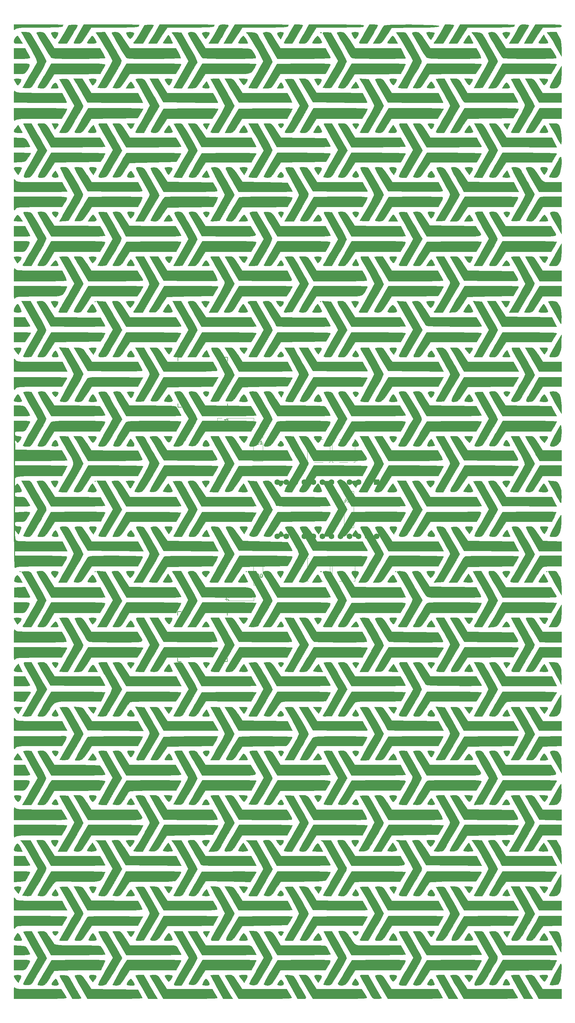
<source format=gbr>
G04 #@! TF.GenerationSoftware,KiCad,Pcbnew,9.0.2*
G04 #@! TF.CreationDate,2025-09-19T14:38:59-04:00*
G04 #@! TF.ProjectId,Trackball,54726163-6b62-4616-9c6c-2e6b69636164,rev?*
G04 #@! TF.SameCoordinates,Original*
G04 #@! TF.FileFunction,Legend,Top*
G04 #@! TF.FilePolarity,Positive*
%FSLAX46Y46*%
G04 Gerber Fmt 4.6, Leading zero omitted, Abs format (unit mm)*
G04 Created by KiCad (PCBNEW 9.0.2) date 2025-09-19 14:38:59*
%MOMM*%
%LPD*%
G01*
G04 APERTURE LIST*
%ADD10C,0.150000*%
%ADD11C,0.010000*%
%ADD12C,0.120000*%
%ADD13R,1.600000X1.600000*%
%ADD14C,1.600000*%
G04 APERTURE END LIST*
D10*
X120854819Y-78025523D02*
X121569104Y-78025523D01*
X121569104Y-78025523D02*
X121711961Y-78073142D01*
X121711961Y-78073142D02*
X121807200Y-78168380D01*
X121807200Y-78168380D02*
X121854819Y-78311237D01*
X121854819Y-78311237D02*
X121854819Y-78406475D01*
X121854819Y-77025523D02*
X121854819Y-77596951D01*
X121854819Y-77311237D02*
X120854819Y-77311237D01*
X120854819Y-77311237D02*
X120997676Y-77406475D01*
X120997676Y-77406475D02*
X121092914Y-77501713D01*
X121092914Y-77501713D02*
X121140533Y-77596951D01*
X121854819Y-76073142D02*
X121854819Y-76644570D01*
X121854819Y-76358856D02*
X120854819Y-76358856D01*
X120854819Y-76358856D02*
X120997676Y-76454094D01*
X120997676Y-76454094D02*
X121092914Y-76549332D01*
X121092914Y-76549332D02*
X121140533Y-76644570D01*
X121104819Y-126909523D02*
X121819104Y-126909523D01*
X121819104Y-126909523D02*
X121961961Y-126957142D01*
X121961961Y-126957142D02*
X122057200Y-127052380D01*
X122057200Y-127052380D02*
X122104819Y-127195237D01*
X122104819Y-127195237D02*
X122104819Y-127290475D01*
X122104819Y-125909523D02*
X122104819Y-126480951D01*
X122104819Y-126195237D02*
X121104819Y-126195237D01*
X121104819Y-126195237D02*
X121247676Y-126290475D01*
X121247676Y-126290475D02*
X121342914Y-126385713D01*
X121342914Y-126385713D02*
X121390533Y-126480951D01*
X121438152Y-125052380D02*
X122104819Y-125052380D01*
X121057200Y-125290475D02*
X121771485Y-125528570D01*
X121771485Y-125528570D02*
X121771485Y-124909523D01*
X155090476Y-98554819D02*
X155090476Y-99269104D01*
X155090476Y-99269104D02*
X155042857Y-99411961D01*
X155042857Y-99411961D02*
X154947619Y-99507200D01*
X154947619Y-99507200D02*
X154804762Y-99554819D01*
X154804762Y-99554819D02*
X154709524Y-99554819D01*
X156090476Y-99554819D02*
X155519048Y-99554819D01*
X155804762Y-99554819D02*
X155804762Y-98554819D01*
X155804762Y-98554819D02*
X155709524Y-98697676D01*
X155709524Y-98697676D02*
X155614286Y-98792914D01*
X155614286Y-98792914D02*
X155519048Y-98840533D01*
X156423810Y-98554819D02*
X157090476Y-98554819D01*
X157090476Y-98554819D02*
X156661905Y-99554819D01*
X129590476Y-119804819D02*
X129590476Y-120519104D01*
X129590476Y-120519104D02*
X129542857Y-120661961D01*
X129542857Y-120661961D02*
X129447619Y-120757200D01*
X129447619Y-120757200D02*
X129304762Y-120804819D01*
X129304762Y-120804819D02*
X129209524Y-120804819D01*
X130019048Y-119900057D02*
X130066667Y-119852438D01*
X130066667Y-119852438D02*
X130161905Y-119804819D01*
X130161905Y-119804819D02*
X130400000Y-119804819D01*
X130400000Y-119804819D02*
X130495238Y-119852438D01*
X130495238Y-119852438D02*
X130542857Y-119900057D01*
X130542857Y-119900057D02*
X130590476Y-119995295D01*
X130590476Y-119995295D02*
X130590476Y-120090533D01*
X130590476Y-120090533D02*
X130542857Y-120233390D01*
X130542857Y-120233390D02*
X129971429Y-120804819D01*
X129971429Y-120804819D02*
X130590476Y-120804819D01*
X131209524Y-119804819D02*
X131304762Y-119804819D01*
X131304762Y-119804819D02*
X131400000Y-119852438D01*
X131400000Y-119852438D02*
X131447619Y-119900057D01*
X131447619Y-119900057D02*
X131495238Y-119995295D01*
X131495238Y-119995295D02*
X131542857Y-120185771D01*
X131542857Y-120185771D02*
X131542857Y-120423866D01*
X131542857Y-120423866D02*
X131495238Y-120614342D01*
X131495238Y-120614342D02*
X131447619Y-120709580D01*
X131447619Y-120709580D02*
X131400000Y-120757200D01*
X131400000Y-120757200D02*
X131304762Y-120804819D01*
X131304762Y-120804819D02*
X131209524Y-120804819D01*
X131209524Y-120804819D02*
X131114286Y-120757200D01*
X131114286Y-120757200D02*
X131066667Y-120709580D01*
X131066667Y-120709580D02*
X131019048Y-120614342D01*
X131019048Y-120614342D02*
X130971429Y-120423866D01*
X130971429Y-120423866D02*
X130971429Y-120185771D01*
X130971429Y-120185771D02*
X131019048Y-119995295D01*
X131019048Y-119995295D02*
X131066667Y-119900057D01*
X131066667Y-119900057D02*
X131114286Y-119852438D01*
X131114286Y-119852438D02*
X131209524Y-119804819D01*
X113898095Y-86614819D02*
X113898095Y-85614819D01*
X113898095Y-86091009D02*
X114469523Y-86091009D01*
X114469523Y-86614819D02*
X114469523Y-85614819D01*
X115374285Y-85948152D02*
X115374285Y-86614819D01*
X115136190Y-85567200D02*
X114898095Y-86281485D01*
X114898095Y-86281485D02*
X115517142Y-86281485D01*
X129590476Y-82304819D02*
X129590476Y-83019104D01*
X129590476Y-83019104D02*
X129542857Y-83161961D01*
X129542857Y-83161961D02*
X129447619Y-83257200D01*
X129447619Y-83257200D02*
X129304762Y-83304819D01*
X129304762Y-83304819D02*
X129209524Y-83304819D01*
X130019048Y-82400057D02*
X130066667Y-82352438D01*
X130066667Y-82352438D02*
X130161905Y-82304819D01*
X130161905Y-82304819D02*
X130400000Y-82304819D01*
X130400000Y-82304819D02*
X130495238Y-82352438D01*
X130495238Y-82352438D02*
X130542857Y-82400057D01*
X130542857Y-82400057D02*
X130590476Y-82495295D01*
X130590476Y-82495295D02*
X130590476Y-82590533D01*
X130590476Y-82590533D02*
X130542857Y-82733390D01*
X130542857Y-82733390D02*
X129971429Y-83304819D01*
X129971429Y-83304819D02*
X130590476Y-83304819D01*
X131542857Y-83304819D02*
X130971429Y-83304819D01*
X131257143Y-83304819D02*
X131257143Y-82304819D01*
X131257143Y-82304819D02*
X131161905Y-82447676D01*
X131161905Y-82447676D02*
X131066667Y-82542914D01*
X131066667Y-82542914D02*
X130971429Y-82590533D01*
X113878095Y-117474819D02*
X113878095Y-116474819D01*
X113878095Y-116951009D02*
X114449523Y-116951009D01*
X114449523Y-117474819D02*
X114449523Y-116474819D01*
X115401904Y-116474819D02*
X114925714Y-116474819D01*
X114925714Y-116474819D02*
X114878095Y-116951009D01*
X114878095Y-116951009D02*
X114925714Y-116903390D01*
X114925714Y-116903390D02*
X115020952Y-116855771D01*
X115020952Y-116855771D02*
X115259047Y-116855771D01*
X115259047Y-116855771D02*
X115354285Y-116903390D01*
X115354285Y-116903390D02*
X115401904Y-116951009D01*
X115401904Y-116951009D02*
X115449523Y-117046247D01*
X115449523Y-117046247D02*
X115449523Y-117284342D01*
X115449523Y-117284342D02*
X115401904Y-117379580D01*
X115401904Y-117379580D02*
X115354285Y-117427200D01*
X115354285Y-117427200D02*
X115259047Y-117474819D01*
X115259047Y-117474819D02*
X115020952Y-117474819D01*
X115020952Y-117474819D02*
X114925714Y-117427200D01*
X114925714Y-117427200D02*
X114878095Y-117379580D01*
D11*
X207181228Y-232582699D02*
X207588048Y-232696307D01*
X207954882Y-232991204D01*
X208387736Y-233555099D01*
X208992613Y-234475701D01*
X209051962Y-234567935D01*
X210339188Y-236568947D01*
X215652105Y-236568947D01*
X215652105Y-239242631D01*
X209257804Y-239242631D01*
X208535341Y-237972631D01*
X208038576Y-237110983D01*
X207395305Y-236010811D01*
X206734231Y-234892076D01*
X206652491Y-234754727D01*
X206125025Y-233855625D01*
X205722922Y-233144206D01*
X205510089Y-232734589D01*
X205492105Y-232682622D01*
X205730447Y-232607628D01*
X206329783Y-232565934D01*
X206628421Y-232562672D01*
X207181228Y-232582699D01*
G36*
X207181228Y-232582699D02*
G01*
X207588048Y-232696307D01*
X207954882Y-232991204D01*
X208387736Y-233555099D01*
X208992613Y-234475701D01*
X209051962Y-234567935D01*
X210339188Y-236568947D01*
X215652105Y-236568947D01*
X215652105Y-239242631D01*
X209257804Y-239242631D01*
X208535341Y-237972631D01*
X208038576Y-237110983D01*
X207395305Y-236010811D01*
X206734231Y-234892076D01*
X206652491Y-234754727D01*
X206125025Y-233855625D01*
X205722922Y-233144206D01*
X205510089Y-232734589D01*
X205492105Y-232682622D01*
X205730447Y-232607628D01*
X206329783Y-232565934D01*
X206628421Y-232562672D01*
X207181228Y-232582699D01*
G37*
X215595428Y-229527804D02*
X215660743Y-230014177D01*
X215669492Y-230779962D01*
X215628440Y-231699804D01*
X215544352Y-232648349D01*
X215423990Y-233500240D01*
X215274120Y-234130124D01*
X215205069Y-234296316D01*
X214897323Y-234862346D01*
X214713443Y-235174889D01*
X214705455Y-235185406D01*
X214373129Y-235302419D01*
X213750183Y-235380204D01*
X213058762Y-235407326D01*
X212521008Y-235372349D01*
X212355888Y-235306354D01*
X212435594Y-235022734D01*
X212722123Y-234387332D01*
X213156043Y-233512103D01*
X213677922Y-232509002D01*
X214228328Y-231489983D01*
X214747829Y-230567002D01*
X215176995Y-229852013D01*
X215456392Y-229456971D01*
X215466783Y-229446199D01*
X215595428Y-229527804D01*
G36*
X215595428Y-229527804D02*
G01*
X215660743Y-230014177D01*
X215669492Y-230779962D01*
X215628440Y-231699804D01*
X215544352Y-232648349D01*
X215423990Y-233500240D01*
X215274120Y-234130124D01*
X215205069Y-234296316D01*
X214897323Y-234862346D01*
X214713443Y-235174889D01*
X214705455Y-235185406D01*
X214373129Y-235302419D01*
X213750183Y-235380204D01*
X213058762Y-235407326D01*
X212521008Y-235372349D01*
X212355888Y-235306354D01*
X212435594Y-235022734D01*
X212722123Y-234387332D01*
X213156043Y-233512103D01*
X213677922Y-232509002D01*
X214228328Y-231489983D01*
X214747829Y-230567002D01*
X215176995Y-229852013D01*
X215456392Y-229456971D01*
X215466783Y-229446199D01*
X215595428Y-229527804D01*
G37*
X213424509Y-220261164D02*
X214238093Y-220300126D01*
X214718420Y-220476586D01*
X215065155Y-220884012D01*
X215184210Y-221084937D01*
X215462198Y-221798248D01*
X215611450Y-222796226D01*
X215652105Y-224068860D01*
X215639685Y-225050429D01*
X215606628Y-225769914D01*
X215559241Y-226109950D01*
X215541925Y-226119298D01*
X215369541Y-225850350D01*
X215004569Y-225228809D01*
X214514019Y-224369576D01*
X214307494Y-224002631D01*
X213715706Y-222955152D01*
X213155144Y-221976681D01*
X212728070Y-221245403D01*
X212657973Y-221128421D01*
X212132703Y-220259474D01*
X213424509Y-220261164D01*
G36*
X213424509Y-220261164D02*
G01*
X214238093Y-220300126D01*
X214718420Y-220476586D01*
X215065155Y-220884012D01*
X215184210Y-221084937D01*
X215462198Y-221798248D01*
X215611450Y-222796226D01*
X215652105Y-224068860D01*
X215639685Y-225050429D01*
X215606628Y-225769914D01*
X215559241Y-226109950D01*
X215541925Y-226119298D01*
X215369541Y-225850350D01*
X215004569Y-225228809D01*
X214514019Y-224369576D01*
X214307494Y-224002631D01*
X213715706Y-222955152D01*
X213155144Y-221976681D01*
X212728070Y-221245403D01*
X212657973Y-221128421D01*
X212132703Y-220259474D01*
X213424509Y-220261164D01*
G37*
X215652105Y-218635899D02*
X210489283Y-218788947D01*
X209120104Y-220794210D01*
X208391251Y-221812334D01*
X207839097Y-222446276D01*
X207379764Y-222778805D01*
X206999983Y-222886254D01*
X206287260Y-222930971D01*
X205894653Y-222819241D01*
X205817931Y-222485312D01*
X206052860Y-221863434D01*
X206595210Y-220887854D01*
X206844536Y-220471110D01*
X207507345Y-219354249D01*
X208134241Y-218265321D01*
X208623916Y-217381463D01*
X208762308Y-217117895D01*
X209341818Y-215981579D01*
X215652105Y-215981579D01*
X215652105Y-218635899D01*
G36*
X215652105Y-218635899D02*
G01*
X210489283Y-218788947D01*
X209120104Y-220794210D01*
X208391251Y-221812334D01*
X207839097Y-222446276D01*
X207379764Y-222778805D01*
X206999983Y-222886254D01*
X206287260Y-222930971D01*
X205894653Y-222819241D01*
X205817931Y-222485312D01*
X206052860Y-221863434D01*
X206595210Y-220887854D01*
X206844536Y-220471110D01*
X207507345Y-219354249D01*
X208134241Y-218265321D01*
X208623916Y-217381463D01*
X208762308Y-217117895D01*
X209341818Y-215981579D01*
X215652105Y-215981579D01*
X215652105Y-218635899D01*
G37*
X207217020Y-207708135D02*
X207634724Y-207810848D01*
X208001931Y-208087965D01*
X208426676Y-208626158D01*
X209016990Y-209512095D01*
X209136015Y-209694968D01*
X210438421Y-211696778D01*
X215652105Y-211703684D01*
X215652105Y-214377368D01*
X209368947Y-214370810D01*
X208165789Y-212318828D01*
X207504926Y-211192302D01*
X206839972Y-210059748D01*
X206294840Y-209132193D01*
X206205299Y-208980002D01*
X205447966Y-207693158D01*
X206640788Y-207693158D01*
X207217020Y-207708135D01*
G36*
X207217020Y-207708135D02*
G01*
X207634724Y-207810848D01*
X208001931Y-208087965D01*
X208426676Y-208626158D01*
X209016990Y-209512095D01*
X209136015Y-209694968D01*
X210438421Y-211696778D01*
X215652105Y-211703684D01*
X215652105Y-214377368D01*
X209368947Y-214370810D01*
X208165789Y-212318828D01*
X207504926Y-211192302D01*
X206839972Y-210059748D01*
X206294840Y-209132193D01*
X206205299Y-208980002D01*
X205447966Y-207693158D01*
X206640788Y-207693158D01*
X207217020Y-207708135D01*
G37*
X215596655Y-204433517D02*
X215623669Y-205046688D01*
X215632382Y-205963828D01*
X215629955Y-206378596D01*
X215584762Y-207650808D01*
X215460736Y-208543284D01*
X215230526Y-209208543D01*
X215070606Y-209497895D01*
X214657447Y-210053806D01*
X214189220Y-210304820D01*
X213437533Y-210366609D01*
X213354862Y-210366842D01*
X212645648Y-210336892D01*
X212225614Y-210261286D01*
X212176316Y-210219072D01*
X212300067Y-209957367D01*
X212630307Y-209341797D01*
X213105518Y-208481223D01*
X213664182Y-207484507D01*
X214244779Y-206460509D01*
X214785790Y-205518091D01*
X215225698Y-204766113D01*
X215502983Y-204313436D01*
X215555362Y-204239649D01*
X215596655Y-204433517D01*
G36*
X215596655Y-204433517D02*
G01*
X215623669Y-205046688D01*
X215632382Y-205963828D01*
X215629955Y-206378596D01*
X215584762Y-207650808D01*
X215460736Y-208543284D01*
X215230526Y-209208543D01*
X215070606Y-209497895D01*
X214657447Y-210053806D01*
X214189220Y-210304820D01*
X213437533Y-210366609D01*
X213354862Y-210366842D01*
X212645648Y-210336892D01*
X212225614Y-210261286D01*
X212176316Y-210219072D01*
X212300067Y-209957367D01*
X212630307Y-209341797D01*
X213105518Y-208481223D01*
X213664182Y-207484507D01*
X214244779Y-206460509D01*
X214785790Y-205518091D01*
X215225698Y-204766113D01*
X215502983Y-204313436D01*
X215555362Y-204239649D01*
X215596655Y-204433517D01*
G37*
X214958278Y-195776031D02*
X215316572Y-196464393D01*
X215526366Y-197132989D01*
X215624602Y-197964349D01*
X215648217Y-199141006D01*
X215648156Y-199184979D01*
X215644208Y-201410000D01*
X213843419Y-198142727D01*
X213162478Y-196949534D01*
X212539451Y-195935135D01*
X212032384Y-195188578D01*
X211699320Y-194798910D01*
X211641579Y-194764795D01*
X211659293Y-194701662D01*
X212110247Y-194649327D01*
X212752489Y-194623120D01*
X214264451Y-194592105D01*
X214958278Y-195776031D01*
G36*
X214958278Y-195776031D02*
G01*
X215316572Y-196464393D01*
X215526366Y-197132989D01*
X215624602Y-197964349D01*
X215648217Y-199141006D01*
X215648156Y-199184979D01*
X215644208Y-201410000D01*
X213843419Y-198142727D01*
X213162478Y-196949534D01*
X212539451Y-195935135D01*
X212032384Y-195188578D01*
X211699320Y-194798910D01*
X211641579Y-194764795D01*
X211659293Y-194701662D01*
X212110247Y-194649327D01*
X212752489Y-194623120D01*
X214264451Y-194592105D01*
X214958278Y-195776031D01*
G37*
X215652105Y-193255263D02*
X210363920Y-193255263D01*
X208930644Y-195524526D01*
X208273990Y-196552953D01*
X207809211Y-197211628D01*
X207442955Y-197583114D01*
X207081872Y-197749976D01*
X206632609Y-197794775D01*
X206361052Y-197797157D01*
X205666740Y-197777056D01*
X205264785Y-197722523D01*
X205224737Y-197694886D01*
X205353804Y-197440706D01*
X205710232Y-196807359D01*
X206247854Y-195875169D01*
X206920506Y-194724457D01*
X207376109Y-193951728D01*
X209527481Y-190314210D01*
X215652105Y-190314210D01*
X215652105Y-193255263D01*
G36*
X215652105Y-193255263D02*
G01*
X210363920Y-193255263D01*
X208930644Y-195524526D01*
X208273990Y-196552953D01*
X207809211Y-197211628D01*
X207442955Y-197583114D01*
X207081872Y-197749976D01*
X206632609Y-197794775D01*
X206361052Y-197797157D01*
X205666740Y-197777056D01*
X205264785Y-197722523D01*
X205224737Y-197694886D01*
X205353804Y-197440706D01*
X205710232Y-196807359D01*
X206247854Y-195875169D01*
X206920506Y-194724457D01*
X207376109Y-193951728D01*
X209527481Y-190314210D01*
X215652105Y-190314210D01*
X215652105Y-193255263D01*
G37*
X207180710Y-182049023D02*
X207588324Y-182162518D01*
X207957369Y-182456975D01*
X208393954Y-183019644D01*
X209004187Y-183937773D01*
X209067143Y-184034506D01*
X210369549Y-186036316D01*
X215652105Y-186036316D01*
X215652105Y-188994338D01*
X212525299Y-188919011D01*
X209398494Y-188843684D01*
X207445299Y-185540396D01*
X206749709Y-184357034D01*
X206163392Y-183346298D01*
X205734819Y-182592787D01*
X205512463Y-182181099D01*
X205492105Y-182131448D01*
X205730472Y-182067613D01*
X206329864Y-182032059D01*
X206628421Y-182029243D01*
X207180710Y-182049023D01*
G36*
X207180710Y-182049023D02*
G01*
X207588324Y-182162518D01*
X207957369Y-182456975D01*
X208393954Y-183019644D01*
X209004187Y-183937773D01*
X209067143Y-184034506D01*
X210369549Y-186036316D01*
X215652105Y-186036316D01*
X215652105Y-188994338D01*
X212525299Y-188919011D01*
X209398494Y-188843684D01*
X207445299Y-185540396D01*
X206749709Y-184357034D01*
X206163392Y-183346298D01*
X205734819Y-182592787D01*
X205512463Y-182181099D01*
X205492105Y-182131448D01*
X205730472Y-182067613D01*
X206329864Y-182032059D01*
X206628421Y-182029243D01*
X207180710Y-182049023D01*
G37*
X215594361Y-179063284D02*
X215630983Y-179715323D01*
X215647378Y-180644922D01*
X215647601Y-180889474D01*
X215609399Y-182098967D01*
X215479821Y-182944285D01*
X215226963Y-183592673D01*
X215086608Y-183830526D01*
X214661572Y-184385019D01*
X214186353Y-184636488D01*
X213431203Y-184699186D01*
X213339250Y-184699474D01*
X212148380Y-184699474D01*
X212921569Y-183295789D01*
X213933538Y-181473462D01*
X214700737Y-180125245D01*
X215223758Y-179250126D01*
X215503193Y-178847093D01*
X215543943Y-178817368D01*
X215594361Y-179063284D01*
G36*
X215594361Y-179063284D02*
G01*
X215630983Y-179715323D01*
X215647378Y-180644922D01*
X215647601Y-180889474D01*
X215609399Y-182098967D01*
X215479821Y-182944285D01*
X215226963Y-183592673D01*
X215086608Y-183830526D01*
X214661572Y-184385019D01*
X214186353Y-184636488D01*
X213431203Y-184699186D01*
X213339250Y-184699474D01*
X212148380Y-184699474D01*
X212921569Y-183295789D01*
X213933538Y-181473462D01*
X214700737Y-180125245D01*
X215223758Y-179250126D01*
X215503193Y-178847093D01*
X215543943Y-178817368D01*
X215594361Y-179063284D01*
G37*
X214210868Y-169524520D02*
X214677529Y-169813267D01*
X215090959Y-170410546D01*
X215394750Y-171050402D01*
X215568134Y-171796970D01*
X215640726Y-172817132D01*
X215648423Y-173552125D01*
X215644742Y-175742631D01*
X214047895Y-172935263D01*
X213427232Y-171818205D01*
X212918514Y-170853353D01*
X212574354Y-170143979D01*
X212447366Y-169793684D01*
X212692907Y-169556416D01*
X213388586Y-169460424D01*
X213486748Y-169459474D01*
X214210868Y-169524520D01*
G36*
X214210868Y-169524520D02*
G01*
X214677529Y-169813267D01*
X215090959Y-170410546D01*
X215394750Y-171050402D01*
X215568134Y-171796970D01*
X215640726Y-172817132D01*
X215648423Y-173552125D01*
X215644742Y-175742631D01*
X214047895Y-172935263D01*
X213427232Y-171818205D01*
X212918514Y-170853353D01*
X212574354Y-170143979D01*
X212447366Y-169793684D01*
X212692907Y-169556416D01*
X213388586Y-169460424D01*
X213486748Y-169459474D01*
X214210868Y-169524520D01*
G37*
X215652105Y-168103268D02*
X210472659Y-168256316D01*
X209172097Y-170194737D01*
X208532187Y-171128519D01*
X208075756Y-171701272D01*
X207695860Y-172000965D01*
X207285554Y-172115564D01*
X206815504Y-172133158D01*
X206150495Y-172098305D01*
X205784222Y-172011374D01*
X205759473Y-171978012D01*
X205884384Y-171701142D01*
X206226905Y-171049719D01*
X206738716Y-170113113D01*
X207371501Y-168980695D01*
X207564210Y-168639937D01*
X209368947Y-165457009D01*
X215652105Y-165448947D01*
X215652105Y-168103268D01*
G36*
X215652105Y-168103268D02*
G01*
X210472659Y-168256316D01*
X209172097Y-170194737D01*
X208532187Y-171128519D01*
X208075756Y-171701272D01*
X207695860Y-172000965D01*
X207285554Y-172115564D01*
X206815504Y-172133158D01*
X206150495Y-172098305D01*
X205784222Y-172011374D01*
X205759473Y-171978012D01*
X205884384Y-171701142D01*
X206226905Y-171049719D01*
X206738716Y-170113113D01*
X207371501Y-168980695D01*
X207564210Y-168639937D01*
X209368947Y-165457009D01*
X215652105Y-165448947D01*
X215652105Y-168103268D01*
G37*
X209127783Y-159165789D02*
X210398068Y-161171053D01*
X215652105Y-161171053D01*
X215652105Y-163844737D01*
X212510526Y-163841458D01*
X209368947Y-163838178D01*
X208165789Y-161786197D01*
X207504926Y-160659671D01*
X206839972Y-159527117D01*
X206294840Y-158599561D01*
X206205299Y-158447371D01*
X205447966Y-157160526D01*
X207857498Y-157160526D01*
X209127783Y-159165789D01*
G36*
X209127783Y-159165789D02*
G01*
X210398068Y-161171053D01*
X215652105Y-161171053D01*
X215652105Y-163844737D01*
X212510526Y-163841458D01*
X209368947Y-163838178D01*
X208165789Y-161786197D01*
X207504926Y-160659671D01*
X206839972Y-159527117D01*
X206294840Y-158599561D01*
X206205299Y-158447371D01*
X205447966Y-157160526D01*
X207857498Y-157160526D01*
X209127783Y-159165789D01*
G37*
X215596655Y-153900885D02*
X215623669Y-154514057D01*
X215632382Y-155431196D01*
X215629955Y-155845965D01*
X215584762Y-157118176D01*
X215460736Y-158010652D01*
X215230526Y-158675911D01*
X215070606Y-158965263D01*
X214657447Y-159521174D01*
X214189220Y-159772188D01*
X213437533Y-159833977D01*
X213354862Y-159834210D01*
X212645648Y-159804261D01*
X212225614Y-159728655D01*
X212176316Y-159686440D01*
X212300067Y-159424735D01*
X212630307Y-158809165D01*
X213105518Y-157948592D01*
X213664182Y-156951876D01*
X214244779Y-155927878D01*
X214785790Y-154985459D01*
X215225698Y-154233481D01*
X215502983Y-153780804D01*
X215555362Y-153707017D01*
X215596655Y-153900885D01*
G36*
X215596655Y-153900885D02*
G01*
X215623669Y-154514057D01*
X215632382Y-155431196D01*
X215629955Y-155845965D01*
X215584762Y-157118176D01*
X215460736Y-158010652D01*
X215230526Y-158675911D01*
X215070606Y-158965263D01*
X214657447Y-159521174D01*
X214189220Y-159772188D01*
X213437533Y-159833977D01*
X213354862Y-159834210D01*
X212645648Y-159804261D01*
X212225614Y-159728655D01*
X212176316Y-159686440D01*
X212300067Y-159424735D01*
X212630307Y-158809165D01*
X213105518Y-157948592D01*
X213664182Y-156951876D01*
X214244779Y-155927878D01*
X214785790Y-154985459D01*
X215225698Y-154233481D01*
X215502983Y-153780804D01*
X215555362Y-153707017D01*
X215596655Y-153900885D01*
G37*
X214165511Y-144639764D02*
X214648320Y-144849100D01*
X215038287Y-145331231D01*
X215120299Y-145463158D01*
X215402720Y-146054920D01*
X215566660Y-146783220D01*
X215637649Y-147800555D01*
X215646262Y-148604737D01*
X215642418Y-150877368D01*
X214883923Y-149501858D01*
X214347573Y-148532836D01*
X213698806Y-147365797D01*
X213137787Y-146360279D01*
X212150145Y-144594210D01*
X213370318Y-144594210D01*
X214165511Y-144639764D01*
G36*
X214165511Y-144639764D02*
G01*
X214648320Y-144849100D01*
X215038287Y-145331231D01*
X215120299Y-145463158D01*
X215402720Y-146054920D01*
X215566660Y-146783220D01*
X215637649Y-147800555D01*
X215646262Y-148604737D01*
X215642418Y-150877368D01*
X214883923Y-149501858D01*
X214347573Y-148532836D01*
X213698806Y-147365797D01*
X213137787Y-146360279D01*
X212150145Y-144594210D01*
X213370318Y-144594210D01*
X214165511Y-144639764D01*
G37*
X215652105Y-143257368D02*
X210345659Y-143257368D01*
X209075374Y-145262631D01*
X208461478Y-146217414D01*
X208026211Y-146807662D01*
X207662792Y-147121039D01*
X207264438Y-147245210D01*
X206724367Y-147267839D01*
X206632818Y-147267895D01*
X205954377Y-147227857D01*
X205591811Y-147126615D01*
X205572280Y-147067368D01*
X205741287Y-146775444D01*
X206128939Y-146111012D01*
X206683366Y-145162832D01*
X207352697Y-144019661D01*
X207603532Y-143591579D01*
X209523050Y-140316316D01*
X215652105Y-140316316D01*
X215652105Y-143257368D01*
G36*
X215652105Y-143257368D02*
G01*
X210345659Y-143257368D01*
X209075374Y-145262631D01*
X208461478Y-146217414D01*
X208026211Y-146807662D01*
X207662792Y-147121039D01*
X207264438Y-147245210D01*
X206724367Y-147267839D01*
X206632818Y-147267895D01*
X205954377Y-147227857D01*
X205591811Y-147126615D01*
X205572280Y-147067368D01*
X205741287Y-146775444D01*
X206128939Y-146111012D01*
X206683366Y-145162832D01*
X207352697Y-144019661D01*
X207603532Y-143591579D01*
X209523050Y-140316316D01*
X215652105Y-140316316D01*
X215652105Y-143257368D01*
G37*
X206639190Y-132027895D02*
X207204428Y-132043721D01*
X207614743Y-132149674D01*
X207976694Y-132433462D01*
X208396838Y-132982797D01*
X208981734Y-133885386D01*
X209075374Y-134033158D01*
X210345659Y-136038421D01*
X215652105Y-136038421D01*
X215652105Y-139004321D01*
X212576260Y-138961739D01*
X209500414Y-138919156D01*
X207798141Y-136075104D01*
X206921617Y-134613881D01*
X206293804Y-133552548D01*
X205896522Y-132827626D01*
X205711594Y-132375634D01*
X205720842Y-132133090D01*
X205906088Y-132036513D01*
X206249152Y-132022423D01*
X206639190Y-132027895D01*
G36*
X206639190Y-132027895D02*
G01*
X207204428Y-132043721D01*
X207614743Y-132149674D01*
X207976694Y-132433462D01*
X208396838Y-132982797D01*
X208981734Y-133885386D01*
X209075374Y-134033158D01*
X210345659Y-136038421D01*
X215652105Y-136038421D01*
X215652105Y-139004321D01*
X212576260Y-138961739D01*
X209500414Y-138919156D01*
X207798141Y-136075104D01*
X206921617Y-134613881D01*
X206293804Y-133552548D01*
X205896522Y-132827626D01*
X205711594Y-132375634D01*
X205720842Y-132133090D01*
X205906088Y-132036513D01*
X206249152Y-132022423D01*
X206639190Y-132027895D01*
G37*
X215647601Y-130697527D02*
X215617771Y-131931710D01*
X215515655Y-132788025D01*
X215313513Y-133421482D01*
X215086608Y-133832631D01*
X214659278Y-134389035D01*
X214180613Y-134640081D01*
X213419222Y-134701403D01*
X213347784Y-134701579D01*
X212165448Y-134701579D01*
X212685036Y-133698947D01*
X213059614Y-133001708D01*
X213604250Y-132018843D01*
X214220593Y-130927219D01*
X214428365Y-130563843D01*
X215652105Y-128431370D01*
X215647601Y-130697527D01*
G36*
X215647601Y-130697527D02*
G01*
X215617771Y-131931710D01*
X215515655Y-132788025D01*
X215313513Y-133421482D01*
X215086608Y-133832631D01*
X214659278Y-134389035D01*
X214180613Y-134640081D01*
X213419222Y-134701403D01*
X213347784Y-134701579D01*
X212165448Y-134701579D01*
X212685036Y-133698947D01*
X213059614Y-133001708D01*
X213604250Y-132018843D01*
X214220593Y-130927219D01*
X214428365Y-130563843D01*
X215652105Y-128431370D01*
X215647601Y-130697527D01*
G37*
X213797192Y-118959001D02*
X214246067Y-119135621D01*
X214617780Y-119576913D01*
X214960825Y-120163676D01*
X215325689Y-120903258D01*
X215535741Y-121621787D01*
X215629950Y-122512568D01*
X215648014Y-123572623D01*
X215643922Y-125744737D01*
X213776435Y-122442851D01*
X213107710Y-121253349D01*
X212544976Y-120238777D01*
X212135401Y-119485238D01*
X211926154Y-119078836D01*
X211908947Y-119033903D01*
X212147875Y-118969512D01*
X212751116Y-118931346D01*
X213089246Y-118926842D01*
X213797192Y-118959001D01*
G36*
X213797192Y-118959001D02*
G01*
X214246067Y-119135621D01*
X214617780Y-119576913D01*
X214960825Y-120163676D01*
X215325689Y-120903258D01*
X215535741Y-121621787D01*
X215629950Y-122512568D01*
X215648014Y-123572623D01*
X215643922Y-125744737D01*
X213776435Y-122442851D01*
X213107710Y-121253349D01*
X212544976Y-120238777D01*
X212135401Y-119485238D01*
X211926154Y-119078836D01*
X211908947Y-119033903D01*
X212147875Y-118969512D01*
X212751116Y-118931346D01*
X213089246Y-118926842D01*
X213797192Y-118959001D01*
G37*
X215652105Y-117590000D02*
X213178947Y-117594094D01*
X212061522Y-117616064D01*
X211139492Y-117671491D01*
X210549179Y-117750457D01*
X210422492Y-117794620D01*
X210162824Y-118098342D01*
X209707324Y-118745083D01*
X209135563Y-119619505D01*
X208857450Y-120063158D01*
X207575704Y-122135263D01*
X205181124Y-122135263D01*
X205702085Y-121266316D01*
X206040840Y-120693369D01*
X206572806Y-119784543D01*
X207223741Y-118667006D01*
X207887420Y-117523158D01*
X209551794Y-114648947D01*
X215652105Y-114648947D01*
X215652105Y-117590000D01*
G36*
X215652105Y-117590000D02*
G01*
X213178947Y-117594094D01*
X212061522Y-117616064D01*
X211139492Y-117671491D01*
X210549179Y-117750457D01*
X210422492Y-117794620D01*
X210162824Y-118098342D01*
X209707324Y-118745083D01*
X209135563Y-119619505D01*
X208857450Y-120063158D01*
X207575704Y-122135263D01*
X205181124Y-122135263D01*
X205702085Y-121266316D01*
X206040840Y-120693369D01*
X206572806Y-119784543D01*
X207223741Y-118667006D01*
X207887420Y-117523158D01*
X209551794Y-114648947D01*
X215652105Y-114648947D01*
X215652105Y-117590000D01*
G37*
X207146152Y-106397775D02*
X207528057Y-106565742D01*
X207934998Y-106948759D01*
X208461672Y-107631160D01*
X209021404Y-108432631D01*
X210444676Y-110504737D01*
X213048391Y-110581261D01*
X215652105Y-110657785D01*
X215652105Y-113312105D01*
X212510526Y-113307775D01*
X209368947Y-113303444D01*
X207454730Y-110034659D01*
X206776862Y-108849272D01*
X206222582Y-107826302D01*
X205837242Y-107053753D01*
X205666195Y-106619630D01*
X205665773Y-106563200D01*
X205992360Y-106425619D01*
X206621071Y-106361188D01*
X206694582Y-106360526D01*
X207146152Y-106397775D01*
G36*
X207146152Y-106397775D02*
G01*
X207528057Y-106565742D01*
X207934998Y-106948759D01*
X208461672Y-107631160D01*
X209021404Y-108432631D01*
X210444676Y-110504737D01*
X213048391Y-110581261D01*
X215652105Y-110657785D01*
X215652105Y-113312105D01*
X212510526Y-113307775D01*
X209368947Y-113303444D01*
X207454730Y-110034659D01*
X206776862Y-108849272D01*
X206222582Y-107826302D01*
X205837242Y-107053753D01*
X205666195Y-106619630D01*
X205665773Y-106563200D01*
X205992360Y-106425619D01*
X206621071Y-106361188D01*
X206694582Y-106360526D01*
X207146152Y-106397775D01*
G37*
X215591903Y-103366085D02*
X215627111Y-103974032D01*
X215641805Y-104879810D01*
X215641400Y-105179649D01*
X215552268Y-106779801D01*
X215303004Y-107875656D01*
X215201483Y-108098421D01*
X214823240Y-108706485D01*
X214491722Y-109086515D01*
X214476925Y-109096958D01*
X214001530Y-109243979D01*
X213327534Y-109291918D01*
X212695617Y-109241428D01*
X212346461Y-109093159D01*
X212345215Y-109091190D01*
X212431074Y-108816646D01*
X212724845Y-108189553D01*
X213166863Y-107320339D01*
X213697465Y-106319431D01*
X214256988Y-105297255D01*
X214785768Y-104364240D01*
X215224141Y-103630813D01*
X215512444Y-103207401D01*
X215542050Y-103174386D01*
X215591903Y-103366085D01*
G36*
X215591903Y-103366085D02*
G01*
X215627111Y-103974032D01*
X215641805Y-104879810D01*
X215641400Y-105179649D01*
X215552268Y-106779801D01*
X215303004Y-107875656D01*
X215201483Y-108098421D01*
X214823240Y-108706485D01*
X214491722Y-109086515D01*
X214476925Y-109096958D01*
X214001530Y-109243979D01*
X213327534Y-109291918D01*
X212695617Y-109241428D01*
X212346461Y-109093159D01*
X212345215Y-109091190D01*
X212431074Y-108816646D01*
X212724845Y-108189553D01*
X213166863Y-107320339D01*
X213697465Y-106319431D01*
X214256988Y-105297255D01*
X214785768Y-104364240D01*
X215224141Y-103630813D01*
X215512444Y-103207401D01*
X215542050Y-103174386D01*
X215591903Y-103366085D01*
G37*
X213137219Y-93577612D02*
X213950596Y-93668171D01*
X214445289Y-93893629D01*
X214837337Y-94384880D01*
X215039224Y-94730000D01*
X215371524Y-95440500D01*
X215559541Y-96221500D01*
X215638323Y-97257362D01*
X215647707Y-97931070D01*
X215640088Y-98970859D01*
X215600753Y-99551020D01*
X215513000Y-99746448D01*
X215360123Y-99632043D01*
X215289935Y-99535281D01*
X214976322Y-99031506D01*
X214514765Y-98236471D01*
X214050100Y-97403684D01*
X213472421Y-96358227D01*
X212880853Y-95303968D01*
X212505867Y-94647086D01*
X211839298Y-93494699D01*
X213137219Y-93577612D01*
G36*
X213137219Y-93577612D02*
G01*
X213950596Y-93668171D01*
X214445289Y-93893629D01*
X214837337Y-94384880D01*
X215039224Y-94730000D01*
X215371524Y-95440500D01*
X215559541Y-96221500D01*
X215638323Y-97257362D01*
X215647707Y-97931070D01*
X215640088Y-98970859D01*
X215600753Y-99551020D01*
X215513000Y-99746448D01*
X215360123Y-99632043D01*
X215289935Y-99535281D01*
X214976322Y-99031506D01*
X214514765Y-98236471D01*
X214050100Y-97403684D01*
X213472421Y-96358227D01*
X212880853Y-95303968D01*
X212505867Y-94647086D01*
X211839298Y-93494699D01*
X213137219Y-93577612D01*
G37*
X215652105Y-92190000D02*
X210368128Y-92190000D01*
X208936769Y-94462631D01*
X208276267Y-95495803D01*
X207806298Y-96156399D01*
X207437654Y-96527576D01*
X207081129Y-96692489D01*
X206647515Y-96734294D01*
X206498757Y-96735263D01*
X205806484Y-96658204D01*
X205497549Y-96453836D01*
X205492105Y-96416191D01*
X205622787Y-96084222D01*
X205982499Y-95384343D01*
X206522741Y-94405723D01*
X207195010Y-93237532D01*
X207528112Y-92673034D01*
X209564118Y-89248947D01*
X215652105Y-89248947D01*
X215652105Y-92190000D01*
G36*
X215652105Y-92190000D02*
G01*
X210368128Y-92190000D01*
X208936769Y-94462631D01*
X208276267Y-95495803D01*
X207806298Y-96156399D01*
X207437654Y-96527576D01*
X207081129Y-96692489D01*
X206647515Y-96734294D01*
X206498757Y-96735263D01*
X205806484Y-96658204D01*
X205497549Y-96453836D01*
X205492105Y-96416191D01*
X205622787Y-96084222D01*
X205982499Y-95384343D01*
X206522741Y-94405723D01*
X207195010Y-93237532D01*
X207528112Y-92673034D01*
X209564118Y-89248947D01*
X215652105Y-89248947D01*
X215652105Y-92190000D01*
G37*
X207180710Y-80983760D02*
X207588324Y-81097254D01*
X207957369Y-81391712D01*
X208393954Y-81954381D01*
X209004187Y-82872510D01*
X209067143Y-82969243D01*
X210369549Y-84971053D01*
X215652105Y-84971053D01*
X215652105Y-87912105D01*
X209539044Y-87912105D01*
X208986101Y-87135568D01*
X208619015Y-86583569D01*
X208437361Y-86238892D01*
X208433158Y-86215284D01*
X208302386Y-85941539D01*
X207948815Y-85313865D01*
X207430562Y-84433338D01*
X206962631Y-83657752D01*
X206358172Y-82652964D01*
X205874234Y-81824538D01*
X205568924Y-81273447D01*
X205492105Y-81102246D01*
X205730429Y-81016384D01*
X206329726Y-80968071D01*
X206628421Y-80963980D01*
X207180710Y-80983760D01*
G36*
X207180710Y-80983760D02*
G01*
X207588324Y-81097254D01*
X207957369Y-81391712D01*
X208393954Y-81954381D01*
X209004187Y-82872510D01*
X209067143Y-82969243D01*
X210369549Y-84971053D01*
X215652105Y-84971053D01*
X215652105Y-87912105D01*
X209539044Y-87912105D01*
X208986101Y-87135568D01*
X208619015Y-86583569D01*
X208437361Y-86238892D01*
X208433158Y-86215284D01*
X208302386Y-85941539D01*
X207948815Y-85313865D01*
X207430562Y-84433338D01*
X206962631Y-83657752D01*
X206358172Y-82652964D01*
X205874234Y-81824538D01*
X205568924Y-81273447D01*
X205492105Y-81102246D01*
X205730429Y-81016384D01*
X206329726Y-80968071D01*
X206628421Y-80963980D01*
X207180710Y-80983760D01*
G37*
X215552025Y-78004876D02*
X215616574Y-78583887D01*
X215649814Y-79473135D01*
X215652105Y-79806952D01*
X215625498Y-80980608D01*
X215523310Y-81789042D01*
X215311989Y-82400115D01*
X215041991Y-82859408D01*
X214434708Y-83541479D01*
X213717372Y-83831066D01*
X213537467Y-83854212D01*
X212866480Y-83853277D01*
X212444246Y-83734350D01*
X212428813Y-83720528D01*
X212484604Y-83437811D01*
X212748555Y-82802789D01*
X213162915Y-81927093D01*
X213669934Y-80922353D01*
X214211859Y-79900197D01*
X214730941Y-78972257D01*
X215169428Y-78250161D01*
X215466783Y-77848304D01*
X215552025Y-78004876D01*
G36*
X215552025Y-78004876D02*
G01*
X215616574Y-78583887D01*
X215649814Y-79473135D01*
X215652105Y-79806952D01*
X215625498Y-80980608D01*
X215523310Y-81789042D01*
X215311989Y-82400115D01*
X215041991Y-82859408D01*
X214434708Y-83541479D01*
X213717372Y-83831066D01*
X213537467Y-83854212D01*
X212866480Y-83853277D01*
X212444246Y-83734350D01*
X212428813Y-83720528D01*
X212484604Y-83437811D01*
X212748555Y-82802789D01*
X213162915Y-81927093D01*
X213669934Y-80922353D01*
X214211859Y-79900197D01*
X214730941Y-78972257D01*
X215169428Y-78250161D01*
X215466783Y-77848304D01*
X215552025Y-78004876D01*
G37*
X213975516Y-68449780D02*
X214441950Y-68589840D01*
X214455123Y-68598831D01*
X215064406Y-69252540D01*
X215447657Y-70217007D01*
X215629263Y-71570806D01*
X215652105Y-72455161D01*
X215652105Y-74663346D01*
X213946166Y-71729305D01*
X213311015Y-70606964D01*
X212802239Y-69650118D01*
X212467384Y-68952594D01*
X212354000Y-68608224D01*
X212357735Y-68594737D01*
X212692297Y-68451758D01*
X213311928Y-68403596D01*
X213975516Y-68449780D01*
G36*
X213975516Y-68449780D02*
G01*
X214441950Y-68589840D01*
X214455123Y-68598831D01*
X215064406Y-69252540D01*
X215447657Y-70217007D01*
X215629263Y-71570806D01*
X215652105Y-72455161D01*
X215652105Y-74663346D01*
X213946166Y-71729305D01*
X213311015Y-70606964D01*
X212802239Y-69650118D01*
X212467384Y-68952594D01*
X212354000Y-68608224D01*
X212357735Y-68594737D01*
X212692297Y-68451758D01*
X213311928Y-68403596D01*
X213975516Y-68449780D01*
G37*
X215652105Y-67057368D02*
X213045263Y-67061109D01*
X210438421Y-67064849D01*
X209101579Y-69133214D01*
X208407489Y-70162076D01*
X207884876Y-70806723D01*
X207450301Y-71153002D01*
X207020324Y-71286763D01*
X207006888Y-71288360D01*
X206209527Y-71328885D01*
X205814587Y-71175905D01*
X205800084Y-70763139D01*
X206144037Y-70024306D01*
X206426877Y-69539572D01*
X207056803Y-68471216D01*
X207773815Y-67222209D01*
X208353015Y-66188421D01*
X209347791Y-64383684D01*
X215652105Y-64383684D01*
X215652105Y-67057368D01*
G36*
X215652105Y-67057368D02*
G01*
X213045263Y-67061109D01*
X210438421Y-67064849D01*
X209101579Y-69133214D01*
X208407489Y-70162076D01*
X207884876Y-70806723D01*
X207450301Y-71153002D01*
X207020324Y-71286763D01*
X207006888Y-71288360D01*
X206209527Y-71328885D01*
X205814587Y-71175905D01*
X205800084Y-70763139D01*
X206144037Y-70024306D01*
X206426877Y-69539572D01*
X207056803Y-68471216D01*
X207773815Y-67222209D01*
X208353015Y-66188421D01*
X209347791Y-64383684D01*
X215652105Y-64383684D01*
X215652105Y-67057368D01*
G37*
X207217020Y-56110241D02*
X207634724Y-56212953D01*
X208001931Y-56490071D01*
X208426676Y-57028263D01*
X209016990Y-57914200D01*
X209136015Y-58097073D01*
X210438421Y-60098883D01*
X215652105Y-60105789D01*
X215652105Y-62779474D01*
X212510526Y-62776194D01*
X209368947Y-62772915D01*
X208165789Y-60720933D01*
X207504926Y-59594407D01*
X206839972Y-58461854D01*
X206294840Y-57534298D01*
X206205299Y-57382107D01*
X205447966Y-56095263D01*
X206640788Y-56095263D01*
X207217020Y-56110241D01*
G36*
X207217020Y-56110241D02*
G01*
X207634724Y-56212953D01*
X208001931Y-56490071D01*
X208426676Y-57028263D01*
X209016990Y-57914200D01*
X209136015Y-58097073D01*
X210438421Y-60098883D01*
X215652105Y-60105789D01*
X215652105Y-62779474D01*
X212510526Y-62776194D01*
X209368947Y-62772915D01*
X208165789Y-60720933D01*
X207504926Y-59594407D01*
X206839972Y-58461854D01*
X206294840Y-57534298D01*
X206205299Y-57382107D01*
X205447966Y-56095263D01*
X206640788Y-56095263D01*
X207217020Y-56110241D01*
G37*
X215640288Y-54626055D02*
X215584744Y-55975395D01*
X215416679Y-56961736D01*
X215107645Y-57750169D01*
X215099164Y-57766316D01*
X214725149Y-58387213D01*
X214332346Y-58679181D01*
X213706031Y-58764915D01*
X213344481Y-58768947D01*
X212821432Y-58771504D01*
X212476888Y-58732882D01*
X212324298Y-58583638D01*
X212377110Y-58254333D01*
X212648773Y-57675525D01*
X213152735Y-56777774D01*
X213902446Y-55491638D01*
X214017387Y-55294477D01*
X215652105Y-52488427D01*
X215640288Y-54626055D01*
G36*
X215640288Y-54626055D02*
G01*
X215584744Y-55975395D01*
X215416679Y-56961736D01*
X215107645Y-57750169D01*
X215099164Y-57766316D01*
X214725149Y-58387213D01*
X214332346Y-58679181D01*
X213706031Y-58764915D01*
X213344481Y-58768947D01*
X212821432Y-58771504D01*
X212476888Y-58732882D01*
X212324298Y-58583638D01*
X212377110Y-58254333D01*
X212648773Y-57675525D01*
X213152735Y-56777774D01*
X213902446Y-55491638D01*
X214017387Y-55294477D01*
X215652105Y-52488427D01*
X215640288Y-54626055D01*
G37*
X213827238Y-43029193D02*
X214293075Y-43216159D01*
X214682766Y-43678132D01*
X214972413Y-44154017D01*
X215343300Y-44883861D01*
X215551504Y-45615214D01*
X215639406Y-46548129D01*
X215652105Y-47362438D01*
X215638867Y-48332438D01*
X215603794Y-49054313D01*
X215553851Y-49398762D01*
X215541769Y-49411053D01*
X215378616Y-49190956D01*
X215011242Y-48589190D01*
X214491462Y-47693544D01*
X213871090Y-46591806D01*
X213766450Y-46403158D01*
X213131285Y-45255832D01*
X212589615Y-44277651D01*
X212194207Y-43563888D01*
X211997830Y-43209815D01*
X211989428Y-43194737D01*
X212157868Y-43076327D01*
X212712646Y-43004334D01*
X213085055Y-42994210D01*
X213827238Y-43029193D01*
G36*
X213827238Y-43029193D02*
G01*
X214293075Y-43216159D01*
X214682766Y-43678132D01*
X214972413Y-44154017D01*
X215343300Y-44883861D01*
X215551504Y-45615214D01*
X215639406Y-46548129D01*
X215652105Y-47362438D01*
X215638867Y-48332438D01*
X215603794Y-49054313D01*
X215553851Y-49398762D01*
X215541769Y-49411053D01*
X215378616Y-49190956D01*
X215011242Y-48589190D01*
X214491462Y-47693544D01*
X213871090Y-46591806D01*
X213766450Y-46403158D01*
X213131285Y-45255832D01*
X212589615Y-44277651D01*
X212194207Y-43563888D01*
X211997830Y-43209815D01*
X211989428Y-43194737D01*
X212157868Y-43076327D01*
X212712646Y-43004334D01*
X213085055Y-42994210D01*
X213827238Y-43029193D01*
G37*
X215652105Y-41657368D02*
X210376300Y-41657368D01*
X208936834Y-43918778D01*
X208276471Y-44944527D01*
X207808572Y-45601452D01*
X207439286Y-45972358D01*
X207074764Y-46140051D01*
X206621155Y-46187334D01*
X206361052Y-46191410D01*
X205666811Y-46174050D01*
X205264834Y-46117126D01*
X205224737Y-46087167D01*
X205353939Y-45829559D01*
X205710690Y-45193323D01*
X206248706Y-44259134D01*
X206921701Y-43107668D01*
X207372246Y-42344009D01*
X209519755Y-38716316D01*
X215652105Y-38716316D01*
X215652105Y-41657368D01*
G36*
X215652105Y-41657368D02*
G01*
X210376300Y-41657368D01*
X208936834Y-43918778D01*
X208276471Y-44944527D01*
X207808572Y-45601452D01*
X207439286Y-45972358D01*
X207074764Y-46140051D01*
X206621155Y-46187334D01*
X206361052Y-46191410D01*
X205666811Y-46174050D01*
X205264834Y-46117126D01*
X205224737Y-46087167D01*
X205353939Y-45829559D01*
X205710690Y-45193323D01*
X206248706Y-44259134D01*
X206921701Y-43107668D01*
X207372246Y-42344009D01*
X209519755Y-38716316D01*
X215652105Y-38716316D01*
X215652105Y-41657368D01*
G37*
X207222386Y-30443750D02*
X207632577Y-30549794D01*
X207994512Y-30833745D01*
X208414726Y-31383321D01*
X208999755Y-32286239D01*
X209092844Y-32433158D01*
X210362988Y-34438421D01*
X215652105Y-34438421D01*
X215652105Y-37379474D01*
X209531501Y-37379474D01*
X207511803Y-34000509D01*
X206801226Y-32805487D01*
X206200103Y-31782681D01*
X205756637Y-31015040D01*
X205519027Y-30585517D01*
X205492105Y-30524720D01*
X205730858Y-30466172D01*
X206332840Y-30431740D01*
X206657403Y-30427895D01*
X207222386Y-30443750D01*
G36*
X207222386Y-30443750D02*
G01*
X207632577Y-30549794D01*
X207994512Y-30833745D01*
X208414726Y-31383321D01*
X208999755Y-32286239D01*
X209092844Y-32433158D01*
X210362988Y-34438421D01*
X215652105Y-34438421D01*
X215652105Y-37379474D01*
X209531501Y-37379474D01*
X207511803Y-34000509D01*
X206801226Y-32805487D01*
X206200103Y-31782681D01*
X205756637Y-31015040D01*
X205519027Y-30585517D01*
X205492105Y-30524720D01*
X205730858Y-30466172D01*
X206332840Y-30431740D01*
X206657403Y-30427895D01*
X207222386Y-30443750D01*
G37*
X215646170Y-29091053D02*
X215617472Y-30325221D01*
X215516999Y-31181164D01*
X215317201Y-31813563D01*
X215086608Y-32232631D01*
X214657793Y-32790266D01*
X214176893Y-33041034D01*
X213411457Y-33101461D01*
X213353217Y-33101579D01*
X212644520Y-33080896D01*
X212225196Y-33028691D01*
X212176316Y-32999682D01*
X212301440Y-32742773D01*
X212643821Y-32111936D01*
X213153974Y-31196701D01*
X213782413Y-30086597D01*
X213912780Y-29858103D01*
X215649244Y-26818421D01*
X215646170Y-29091053D01*
G36*
X215646170Y-29091053D02*
G01*
X215617472Y-30325221D01*
X215516999Y-31181164D01*
X215317201Y-31813563D01*
X215086608Y-32232631D01*
X214657793Y-32790266D01*
X214176893Y-33041034D01*
X213411457Y-33101461D01*
X213353217Y-33101579D01*
X212644520Y-33080896D01*
X212225196Y-33028691D01*
X212176316Y-32999682D01*
X212301440Y-32742773D01*
X212643821Y-32111936D01*
X213153974Y-31196701D01*
X213782413Y-30086597D01*
X213912780Y-29858103D01*
X215649244Y-26818421D01*
X215646170Y-29091053D01*
G37*
X214210868Y-17926625D02*
X214677529Y-18215373D01*
X215090959Y-18812651D01*
X215394750Y-19452507D01*
X215568134Y-20199075D01*
X215640726Y-21219238D01*
X215648423Y-21954230D01*
X215644742Y-24144737D01*
X214047895Y-21337368D01*
X213427232Y-20220310D01*
X212918514Y-19255459D01*
X212574354Y-18546085D01*
X212447366Y-18195789D01*
X212692907Y-17958521D01*
X213388586Y-17862529D01*
X213486748Y-17861579D01*
X214210868Y-17926625D01*
G36*
X214210868Y-17926625D02*
G01*
X214677529Y-18215373D01*
X215090959Y-18812651D01*
X215394750Y-19452507D01*
X215568134Y-20199075D01*
X215640726Y-21219238D01*
X215648423Y-21954230D01*
X215644742Y-24144737D01*
X214047895Y-21337368D01*
X213427232Y-20220310D01*
X212918514Y-19255459D01*
X212574354Y-18546085D01*
X212447366Y-18195789D01*
X212692907Y-17958521D01*
X213388586Y-17862529D01*
X213486748Y-17861579D01*
X214210868Y-17926625D01*
G37*
X215652105Y-16524737D02*
X213045263Y-16525257D01*
X210438421Y-16525778D01*
X209161396Y-18530520D01*
X208540070Y-19487600D01*
X208097567Y-20078405D01*
X207730952Y-20391145D01*
X207337287Y-20514028D01*
X206821922Y-20535263D01*
X206154645Y-20488934D01*
X205785401Y-20373293D01*
X205759473Y-20327777D01*
X205890498Y-20000944D01*
X206241942Y-19326504D01*
X206751361Y-18410646D01*
X207356311Y-17359559D01*
X207994346Y-16279433D01*
X208603023Y-15276457D01*
X209119897Y-14456819D01*
X209482524Y-13926711D01*
X209605002Y-13788305D01*
X209982424Y-13707310D01*
X210769729Y-13641737D01*
X211842117Y-13599470D01*
X212777895Y-13587778D01*
X215652105Y-13583684D01*
X215652105Y-16524737D01*
G36*
X215652105Y-16524737D02*
G01*
X213045263Y-16525257D01*
X210438421Y-16525778D01*
X209161396Y-18530520D01*
X208540070Y-19487600D01*
X208097567Y-20078405D01*
X207730952Y-20391145D01*
X207337287Y-20514028D01*
X206821922Y-20535263D01*
X206154645Y-20488934D01*
X205785401Y-20373293D01*
X205759473Y-20327777D01*
X205890498Y-20000944D01*
X206241942Y-19326504D01*
X206751361Y-18410646D01*
X207356311Y-17359559D01*
X207994346Y-16279433D01*
X208603023Y-15276457D01*
X209119897Y-14456819D01*
X209482524Y-13926711D01*
X209605002Y-13788305D01*
X209982424Y-13707310D01*
X210769729Y-13641737D01*
X211842117Y-13599470D01*
X212777895Y-13587778D01*
X215652105Y-13583684D01*
X215652105Y-16524737D01*
G37*
X207005152Y-5342167D02*
X207480068Y-5491403D01*
X207951567Y-5884345D01*
X208515283Y-6613926D01*
X208882832Y-7166842D01*
X209564704Y-8219731D01*
X210074235Y-8910445D01*
X210545477Y-9315066D01*
X211112479Y-9509673D01*
X211909294Y-9570348D01*
X213069971Y-9573172D01*
X213122646Y-9573158D01*
X215652105Y-9573158D01*
X215652105Y-12246842D01*
X209368947Y-12240284D01*
X208165789Y-10190271D01*
X207246105Y-8618902D01*
X206569969Y-7446272D01*
X206108106Y-6611217D01*
X205831238Y-6052572D01*
X205710091Y-5709174D01*
X205715388Y-5519859D01*
X205817853Y-5423463D01*
X205872824Y-5399753D01*
X206408507Y-5321158D01*
X207005152Y-5342167D01*
G36*
X207005152Y-5342167D02*
G01*
X207480068Y-5491403D01*
X207951567Y-5884345D01*
X208515283Y-6613926D01*
X208882832Y-7166842D01*
X209564704Y-8219731D01*
X210074235Y-8910445D01*
X210545477Y-9315066D01*
X211112479Y-9509673D01*
X211909294Y-9570348D01*
X213069971Y-9573172D01*
X213122646Y-9573158D01*
X215652105Y-9573158D01*
X215652105Y-12246842D01*
X209368947Y-12240284D01*
X208165789Y-10190271D01*
X207246105Y-8618902D01*
X206569969Y-7446272D01*
X206108106Y-6611217D01*
X205831238Y-6052572D01*
X205710091Y-5709174D01*
X205715388Y-5519859D01*
X205817853Y-5423463D01*
X205872824Y-5399753D01*
X206408507Y-5321158D01*
X207005152Y-5342167D01*
G37*
X215622562Y-2722508D02*
X215688757Y-3353013D01*
X215682986Y-4186195D01*
X215608930Y-5113530D01*
X215470268Y-6026490D01*
X215270681Y-6816551D01*
X215099164Y-7233684D01*
X214719381Y-7860865D01*
X214318331Y-8151574D01*
X213676356Y-8233404D01*
X213373086Y-8236316D01*
X212657533Y-8204334D01*
X212229837Y-8123469D01*
X212176316Y-8076218D01*
X212303718Y-7791745D01*
X212646690Y-7155361D01*
X213146380Y-6274106D01*
X213513158Y-5644770D01*
X214082263Y-4662476D01*
X214532684Y-3855846D01*
X214805060Y-3332834D01*
X214858503Y-3198025D01*
X215009798Y-2870938D01*
X215259556Y-2503635D01*
X215480721Y-2403207D01*
X215622562Y-2722508D01*
G36*
X215622562Y-2722508D02*
G01*
X215688757Y-3353013D01*
X215682986Y-4186195D01*
X215608930Y-5113530D01*
X215470268Y-6026490D01*
X215270681Y-6816551D01*
X215099164Y-7233684D01*
X214719381Y-7860865D01*
X214318331Y-8151574D01*
X213676356Y-8233404D01*
X213373086Y-8236316D01*
X212657533Y-8204334D01*
X212229837Y-8123469D01*
X212176316Y-8076218D01*
X212303718Y-7791745D01*
X212646690Y-7155361D01*
X213146380Y-6274106D01*
X213513158Y-5644770D01*
X214082263Y-4662476D01*
X214532684Y-3855846D01*
X214805060Y-3332834D01*
X214858503Y-3198025D01*
X215009798Y-2870938D01*
X215259556Y-2503635D01*
X215480721Y-2403207D01*
X215622562Y-2722508D01*
G37*
X214244234Y6973937D02*
X214704911Y6815813D01*
X215016287Y6425991D01*
X215201532Y6058824D01*
X215369653Y5499519D01*
X215512054Y4660157D01*
X215619281Y3679835D01*
X215681877Y2697651D01*
X215690388Y1852703D01*
X215635357Y1284087D01*
X215537149Y1121579D01*
X215367264Y1339914D01*
X215010439Y1923778D01*
X214530597Y2766459D01*
X214295907Y3193684D01*
X213712410Y4257384D01*
X213159379Y5248803D01*
X212734482Y5993290D01*
X212651162Y6134737D01*
X212132703Y7003684D01*
X213441831Y7003684D01*
X214244234Y6973937D01*
G36*
X214244234Y6973937D02*
G01*
X214704911Y6815813D01*
X215016287Y6425991D01*
X215201532Y6058824D01*
X215369653Y5499519D01*
X215512054Y4660157D01*
X215619281Y3679835D01*
X215681877Y2697651D01*
X215690388Y1852703D01*
X215635357Y1284087D01*
X215537149Y1121579D01*
X215367264Y1339914D01*
X215010439Y1923778D01*
X214530597Y2766459D01*
X214295907Y3193684D01*
X213712410Y4257384D01*
X213159379Y5248803D01*
X212734482Y5993290D01*
X212651162Y6134737D01*
X212132703Y7003684D01*
X213441831Y7003684D01*
X214244234Y6973937D01*
G37*
X215652105Y8340526D02*
X210369549Y8340526D01*
X209067143Y6338717D01*
X208437732Y5386772D01*
X207991001Y4797481D01*
X207620511Y4483659D01*
X207219823Y4358123D01*
X206682499Y4333687D01*
X206619014Y4333453D01*
X206174140Y4323523D01*
X205864143Y4339011D01*
X205707666Y4443258D01*
X205723352Y4699606D01*
X205929842Y5171397D01*
X206345781Y5921972D01*
X206989811Y7014673D01*
X207818056Y8407369D01*
X209522350Y11281579D01*
X215652105Y11281579D01*
X215652105Y8340526D01*
G36*
X215652105Y8340526D02*
G01*
X210369549Y8340526D01*
X209067143Y6338717D01*
X208437732Y5386772D01*
X207991001Y4797481D01*
X207620511Y4483659D01*
X207219823Y4358123D01*
X206682499Y4333687D01*
X206619014Y4333453D01*
X206174140Y4323523D01*
X205864143Y4339011D01*
X205707666Y4443258D01*
X205723352Y4699606D01*
X205929842Y5171397D01*
X206345781Y5921972D01*
X206989811Y7014673D01*
X207818056Y8407369D01*
X209522350Y11281579D01*
X215652105Y11281579D01*
X215652105Y8340526D01*
G37*
X207207959Y19555394D02*
X207623121Y19453220D01*
X207984907Y19175941D01*
X208400739Y18636022D01*
X208978042Y17745927D01*
X209092844Y17564737D01*
X210362988Y15559474D01*
X215652105Y15559474D01*
X215652105Y12885790D01*
X209363267Y12885790D01*
X208134098Y14957895D01*
X207470064Y16081596D01*
X206808999Y17207378D01*
X206271587Y18129559D01*
X206173111Y18300000D01*
X205441293Y19570000D01*
X206631997Y19570000D01*
X207207959Y19555394D01*
G36*
X207207959Y19555394D02*
G01*
X207623121Y19453220D01*
X207984907Y19175941D01*
X208400739Y18636022D01*
X208978042Y17745927D01*
X209092844Y17564737D01*
X210362988Y15559474D01*
X215652105Y15559474D01*
X215652105Y12885790D01*
X209363267Y12885790D01*
X208134098Y14957895D01*
X207470064Y16081596D01*
X206808999Y17207378D01*
X206271587Y18129559D01*
X206173111Y18300000D01*
X205441293Y19570000D01*
X206631997Y19570000D01*
X207207959Y19555394D01*
G37*
X215647601Y20902562D02*
X215617848Y19668049D01*
X215515984Y18811543D01*
X215314315Y18178161D01*
X215086608Y17765263D01*
X214655462Y17205702D01*
X214171048Y16955380D01*
X213399254Y16896365D01*
X213361609Y16896316D01*
X212853864Y16897897D01*
X212523194Y16948391D01*
X212383556Y17116428D01*
X212448913Y17470634D01*
X212733224Y18079637D01*
X213250449Y19012067D01*
X214014548Y20336550D01*
X214086871Y20461695D01*
X215652105Y23170914D01*
X215647601Y20902562D01*
G36*
X215647601Y20902562D02*
G01*
X215617848Y19668049D01*
X215515984Y18811543D01*
X215314315Y18178161D01*
X215086608Y17765263D01*
X214655462Y17205702D01*
X214171048Y16955380D01*
X213399254Y16896365D01*
X213361609Y16896316D01*
X212853864Y16897897D01*
X212523194Y16948391D01*
X212383556Y17116428D01*
X212448913Y17470634D01*
X212733224Y18079637D01*
X213250449Y19012067D01*
X214014548Y20336550D01*
X214086871Y20461695D01*
X215652105Y23170914D01*
X215647601Y20902562D01*
G37*
X214960825Y31434219D02*
X215326124Y30693165D01*
X215536607Y29971863D01*
X215631407Y29076819D01*
X215650252Y28025272D01*
X215648399Y25853158D01*
X214029289Y28794211D01*
X213361478Y29966185D01*
X212732160Y30997397D01*
X212211131Y31778035D01*
X211868186Y32198284D01*
X211862574Y32203158D01*
X211580221Y32469267D01*
X211590390Y32608689D01*
X211974338Y32662319D01*
X212792258Y32671053D01*
X214269546Y32671053D01*
X214960825Y31434219D01*
G36*
X214960825Y31434219D02*
G01*
X215326124Y30693165D01*
X215536607Y29971863D01*
X215631407Y29076819D01*
X215650252Y28025272D01*
X215648399Y25853158D01*
X214029289Y28794211D01*
X213361478Y29966185D01*
X212732160Y30997397D01*
X212211131Y31778035D01*
X211868186Y32198284D01*
X211862574Y32203158D01*
X211580221Y32469267D01*
X211590390Y32608689D01*
X211974338Y32662319D01*
X212792258Y32671053D01*
X214269546Y32671053D01*
X214960825Y31434219D01*
G37*
X213466754Y34801775D02*
X214504706Y34771494D01*
X215162442Y34710748D01*
X215517137Y34611129D01*
X215645963Y34464227D01*
X215652105Y34408947D01*
X215562827Y34220400D01*
X215235939Y34099984D01*
X214582860Y34034156D01*
X213515008Y34009376D01*
X213028663Y34007895D01*
X210405221Y34007895D01*
X208952241Y31735263D01*
X207499260Y29462632D01*
X205173925Y29462632D01*
X205905536Y30732632D01*
X206480038Y31724092D01*
X207133198Y32843081D01*
X207463934Y33406316D01*
X208290721Y34810000D01*
X211971413Y34810000D01*
X213466754Y34801775D01*
G36*
X213466754Y34801775D02*
G01*
X214504706Y34771494D01*
X215162442Y34710748D01*
X215517137Y34611129D01*
X215645963Y34464227D01*
X215652105Y34408947D01*
X215562827Y34220400D01*
X215235939Y34099984D01*
X214582860Y34034156D01*
X213515008Y34009376D01*
X213028663Y34007895D01*
X210405221Y34007895D01*
X208952241Y31735263D01*
X207499260Y29462632D01*
X205173925Y29462632D01*
X205905536Y30732632D01*
X206480038Y31724092D01*
X207133198Y32843081D01*
X207463934Y33406316D01*
X208290721Y34810000D01*
X211971413Y34810000D01*
X213466754Y34801775D01*
G37*
X208708752Y-228291561D02*
X210468536Y-228309432D01*
X211974262Y-228338111D01*
X213158730Y-228375864D01*
X213954746Y-228420952D01*
X214295110Y-228471641D01*
X214302814Y-228481053D01*
X214181195Y-228813780D01*
X213882495Y-229451678D01*
X213629268Y-229951579D01*
X212968172Y-231221579D01*
X200011052Y-231248045D01*
X198674210Y-233306917D01*
X198026225Y-234282915D01*
X197560179Y-234892434D01*
X197177280Y-235224112D01*
X196778734Y-235366588D01*
X196334737Y-235405923D01*
X195674068Y-235363348D01*
X195344032Y-235201302D01*
X195332105Y-235154938D01*
X195461758Y-234830737D01*
X195817905Y-234139187D01*
X196351327Y-233171113D01*
X197012804Y-232017343D01*
X197270526Y-231577881D01*
X199208947Y-228291944D01*
X206762105Y-228286235D01*
X208708752Y-228291561D01*
G36*
X208708752Y-228291561D02*
G01*
X210468536Y-228309432D01*
X211974262Y-228338111D01*
X213158730Y-228375864D01*
X213954746Y-228420952D01*
X214295110Y-228471641D01*
X214302814Y-228481053D01*
X214181195Y-228813780D01*
X213882495Y-229451678D01*
X213629268Y-229951579D01*
X212968172Y-231221579D01*
X200011052Y-231248045D01*
X198674210Y-233306917D01*
X198026225Y-234282915D01*
X197560179Y-234892434D01*
X197177280Y-235224112D01*
X196778734Y-235366588D01*
X196334737Y-235405923D01*
X195674068Y-235363348D01*
X195344032Y-235201302D01*
X195332105Y-235154938D01*
X195461758Y-234830737D01*
X195817905Y-234139187D01*
X196351327Y-233171113D01*
X197012804Y-232017343D01*
X197270526Y-231577881D01*
X199208947Y-228291944D01*
X206762105Y-228286235D01*
X208708752Y-228291561D01*
G37*
X197023178Y-220299198D02*
X197430618Y-220417907D01*
X197797042Y-220718843D01*
X198228752Y-221290916D01*
X198832050Y-222223035D01*
X198869489Y-222282047D01*
X200134241Y-224275958D01*
X204083173Y-224257445D01*
X205749190Y-224251632D01*
X207475986Y-224248997D01*
X209074126Y-224249628D01*
X210354178Y-224253613D01*
X210500759Y-224254466D01*
X212969413Y-224270000D01*
X214324271Y-226943684D01*
X199091356Y-226943684D01*
X197211731Y-223767302D01*
X196529011Y-222602195D01*
X195957034Y-221604395D01*
X195545500Y-220862276D01*
X195344113Y-220464212D01*
X195332105Y-220425197D01*
X195570308Y-220326971D01*
X196169336Y-220275894D01*
X196468421Y-220273804D01*
X197023178Y-220299198D01*
G36*
X197023178Y-220299198D02*
G01*
X197430618Y-220417907D01*
X197797042Y-220718843D01*
X198228752Y-221290916D01*
X198832050Y-222223035D01*
X198869489Y-222282047D01*
X200134241Y-224275958D01*
X204083173Y-224257445D01*
X205749190Y-224251632D01*
X207475986Y-224248997D01*
X209074126Y-224249628D01*
X210354178Y-224253613D01*
X210500759Y-224254466D01*
X212969413Y-224270000D01*
X214324271Y-226943684D01*
X199091356Y-226943684D01*
X197211731Y-223767302D01*
X196529011Y-222602195D01*
X195957034Y-221604395D01*
X195545500Y-220862276D01*
X195344113Y-220464212D01*
X195332105Y-220425197D01*
X195570308Y-220326971D01*
X196169336Y-220275894D01*
X196468421Y-220273804D01*
X197023178Y-220299198D01*
G37*
X208673477Y-203422026D02*
X210439847Y-203441133D01*
X211952844Y-203470811D01*
X213145366Y-203509288D01*
X213950310Y-203554789D01*
X214300574Y-203605543D01*
X214310183Y-203615789D01*
X214175455Y-203937091D01*
X213834298Y-204550127D01*
X213525884Y-205056918D01*
X212746666Y-206297520D01*
X206512543Y-206316536D01*
X204738601Y-206322352D01*
X203146202Y-206328347D01*
X201812242Y-206334168D01*
X200813614Y-206339462D01*
X200227215Y-206343875D01*
X200105568Y-206345933D01*
X199896495Y-206562334D01*
X199484210Y-207132121D01*
X198942241Y-207951122D01*
X198682891Y-208361579D01*
X198073050Y-209321207D01*
X197638217Y-209912528D01*
X197276274Y-210224561D01*
X196885105Y-210346324D01*
X196382585Y-210366842D01*
X195716886Y-210300904D01*
X195354970Y-210135896D01*
X195332105Y-210074917D01*
X195462659Y-209749668D01*
X195820760Y-209059791D01*
X196356066Y-208097517D01*
X197018236Y-206955078D01*
X197229257Y-206599128D01*
X199126409Y-203415263D01*
X206720836Y-203415263D01*
X208673477Y-203422026D01*
G36*
X208673477Y-203422026D02*
G01*
X210439847Y-203441133D01*
X211952844Y-203470811D01*
X213145366Y-203509288D01*
X213950310Y-203554789D01*
X214300574Y-203605543D01*
X214310183Y-203615789D01*
X214175455Y-203937091D01*
X213834298Y-204550127D01*
X213525884Y-205056918D01*
X212746666Y-206297520D01*
X206512543Y-206316536D01*
X204738601Y-206322352D01*
X203146202Y-206328347D01*
X201812242Y-206334168D01*
X200813614Y-206339462D01*
X200227215Y-206343875D01*
X200105568Y-206345933D01*
X199896495Y-206562334D01*
X199484210Y-207132121D01*
X198942241Y-207951122D01*
X198682891Y-208361579D01*
X198073050Y-209321207D01*
X197638217Y-209912528D01*
X197276274Y-210224561D01*
X196885105Y-210346324D01*
X196382585Y-210366842D01*
X195716886Y-210300904D01*
X195354970Y-210135896D01*
X195332105Y-210074917D01*
X195462659Y-209749668D01*
X195820760Y-209059791D01*
X196356066Y-208097517D01*
X197018236Y-206955078D01*
X197229257Y-206599128D01*
X199126409Y-203415263D01*
X206720836Y-203415263D01*
X208673477Y-203422026D01*
G37*
X196592804Y-194611817D02*
X196967937Y-194726307D01*
X197322759Y-195018604D01*
X197747954Y-195571739D01*
X198334205Y-196468743D01*
X198579832Y-196856527D01*
X200011052Y-199120949D01*
X206490233Y-199129159D01*
X212969413Y-199137368D01*
X213646842Y-200474210D01*
X214324271Y-201811053D01*
X198893728Y-201811053D01*
X198619610Y-201209474D01*
X198377184Y-200747217D01*
X197924565Y-199943482D01*
X197328166Y-198914424D01*
X196705114Y-197861051D01*
X196066406Y-196770803D01*
X195543900Y-195839462D01*
X195191912Y-195166624D01*
X195064737Y-194853157D01*
X195301540Y-194687927D01*
X195891347Y-194597749D01*
X196106674Y-194592105D01*
X196592804Y-194611817D01*
G36*
X196592804Y-194611817D02*
G01*
X196967937Y-194726307D01*
X197322759Y-195018604D01*
X197747954Y-195571739D01*
X198334205Y-196468743D01*
X198579832Y-196856527D01*
X200011052Y-199120949D01*
X206490233Y-199129159D01*
X212969413Y-199137368D01*
X213646842Y-200474210D01*
X214324271Y-201811053D01*
X198893728Y-201811053D01*
X198619610Y-201209474D01*
X198377184Y-200747217D01*
X197924565Y-199943482D01*
X197328166Y-198914424D01*
X196705114Y-197861051D01*
X196066406Y-196770803D01*
X195543900Y-195839462D01*
X195191912Y-195166624D01*
X195064737Y-194853157D01*
X195301540Y-194687927D01*
X195891347Y-194597749D01*
X196106674Y-194592105D01*
X196592804Y-194611817D01*
G37*
X208683018Y-177754667D02*
X210447536Y-177773799D01*
X211958469Y-177803515D01*
X213148696Y-177842038D01*
X213951097Y-177887590D01*
X214298549Y-177938396D01*
X214307597Y-177948421D01*
X214179881Y-178275133D01*
X213859598Y-178901653D01*
X213572333Y-179417859D01*
X212844737Y-180686771D01*
X206427895Y-180689215D01*
X200011052Y-180691660D01*
X198748861Y-182695567D01*
X198134622Y-183652987D01*
X197697335Y-184243558D01*
X197333644Y-184555809D01*
X196940193Y-184678270D01*
X196413628Y-184699473D01*
X196409387Y-184699474D01*
X195736533Y-184663982D01*
X195360624Y-184575256D01*
X195332105Y-184538502D01*
X195458625Y-184261244D01*
X195806321Y-183608878D01*
X196327394Y-182668459D01*
X196974047Y-181527045D01*
X197240458Y-181062713D01*
X199148811Y-177747895D01*
X206732037Y-177747895D01*
X208683018Y-177754667D01*
G36*
X208683018Y-177754667D02*
G01*
X210447536Y-177773799D01*
X211958469Y-177803515D01*
X213148696Y-177842038D01*
X213951097Y-177887590D01*
X214298549Y-177938396D01*
X214307597Y-177948421D01*
X214179881Y-178275133D01*
X213859598Y-178901653D01*
X213572333Y-179417859D01*
X212844737Y-180686771D01*
X206427895Y-180689215D01*
X200011052Y-180691660D01*
X198748861Y-182695567D01*
X198134622Y-183652987D01*
X197697335Y-184243558D01*
X197333644Y-184555809D01*
X196940193Y-184678270D01*
X196413628Y-184699473D01*
X196409387Y-184699474D01*
X195736533Y-184663982D01*
X195360624Y-184575256D01*
X195332105Y-184538502D01*
X195458625Y-184261244D01*
X195806321Y-183608878D01*
X196327394Y-182668459D01*
X196974047Y-181527045D01*
X197240458Y-181062713D01*
X199148811Y-177747895D01*
X206732037Y-177747895D01*
X208683018Y-177754667D01*
G37*
X196899253Y-169481865D02*
X197287880Y-169608386D01*
X197650582Y-169928053D01*
X198089475Y-170529887D01*
X198682891Y-171464737D01*
X199932716Y-173470000D01*
X212704344Y-173470000D01*
X213392320Y-174559823D01*
X213740497Y-175096159D01*
X213997268Y-175518069D01*
X214113681Y-175839194D01*
X214040782Y-176073177D01*
X213729617Y-176233661D01*
X213131233Y-176334287D01*
X212196676Y-176388699D01*
X210876992Y-176410537D01*
X209123229Y-176413446D01*
X206886433Y-176411066D01*
X206749441Y-176411053D01*
X199126409Y-176411053D01*
X197229257Y-173227188D01*
X196539421Y-172049393D01*
X195961680Y-171024706D01*
X195546376Y-170245358D01*
X195343851Y-169803581D01*
X195332105Y-169751398D01*
X195569380Y-169566403D01*
X196163154Y-169465828D01*
X196382585Y-169459474D01*
X196899253Y-169481865D01*
G36*
X196899253Y-169481865D02*
G01*
X197287880Y-169608386D01*
X197650582Y-169928053D01*
X198089475Y-170529887D01*
X198682891Y-171464737D01*
X199932716Y-173470000D01*
X212704344Y-173470000D01*
X213392320Y-174559823D01*
X213740497Y-175096159D01*
X213997268Y-175518069D01*
X214113681Y-175839194D01*
X214040782Y-176073177D01*
X213729617Y-176233661D01*
X213131233Y-176334287D01*
X212196676Y-176388699D01*
X210876992Y-176410537D01*
X209123229Y-176413446D01*
X206886433Y-176411066D01*
X206749441Y-176411053D01*
X199126409Y-176411053D01*
X197229257Y-173227188D01*
X196539421Y-172049393D01*
X195961680Y-171024706D01*
X195546376Y-170245358D01*
X195343851Y-169803581D01*
X195332105Y-169751398D01*
X195569380Y-169566403D01*
X196163154Y-169465828D01*
X196382585Y-169459474D01*
X196899253Y-169481865D01*
G37*
X208667751Y-152889389D02*
X210435040Y-152908480D01*
X211949016Y-152938135D01*
X213142606Y-152976583D01*
X213948735Y-153022052D01*
X214300330Y-153072774D01*
X214310214Y-153083158D01*
X214174685Y-153406974D01*
X213834066Y-154013173D01*
X213574951Y-154433883D01*
X212844737Y-155584082D01*
X206756102Y-155580894D01*
X204988266Y-155586199D01*
X203388319Y-155602822D01*
X202037675Y-155628958D01*
X201017747Y-155662803D01*
X200409949Y-155702552D01*
X200285358Y-155724335D01*
X199977615Y-156006886D01*
X199486023Y-156634260D01*
X198898502Y-157490752D01*
X198668156Y-157852587D01*
X198062133Y-158805549D01*
X197629620Y-159390601D01*
X197267289Y-159697332D01*
X196871810Y-159815328D01*
X196382585Y-159834210D01*
X195719974Y-159770854D01*
X195356096Y-159612899D01*
X195332105Y-159553244D01*
X195461928Y-159231797D01*
X195818062Y-158544463D01*
X196350505Y-157583170D01*
X197009257Y-156439847D01*
X197222643Y-156077455D01*
X199113181Y-152882631D01*
X206714222Y-152882631D01*
X208667751Y-152889389D01*
G36*
X208667751Y-152889389D02*
G01*
X210435040Y-152908480D01*
X211949016Y-152938135D01*
X213142606Y-152976583D01*
X213948735Y-153022052D01*
X214300330Y-153072774D01*
X214310214Y-153083158D01*
X214174685Y-153406974D01*
X213834066Y-154013173D01*
X213574951Y-154433883D01*
X212844737Y-155584082D01*
X206756102Y-155580894D01*
X204988266Y-155586199D01*
X203388319Y-155602822D01*
X202037675Y-155628958D01*
X201017747Y-155662803D01*
X200409949Y-155702552D01*
X200285358Y-155724335D01*
X199977615Y-156006886D01*
X199486023Y-156634260D01*
X198898502Y-157490752D01*
X198668156Y-157852587D01*
X198062133Y-158805549D01*
X197629620Y-159390601D01*
X197267289Y-159697332D01*
X196871810Y-159815328D01*
X196382585Y-159834210D01*
X195719974Y-159770854D01*
X195356096Y-159612899D01*
X195332105Y-159553244D01*
X195461928Y-159231797D01*
X195818062Y-158544463D01*
X196350505Y-157583170D01*
X197009257Y-156439847D01*
X197222643Y-156077455D01*
X199113181Y-152882631D01*
X206714222Y-152882631D01*
X208667751Y-152889389D01*
G37*
X196930416Y-144615666D02*
X197324790Y-144739015D01*
X197690915Y-145052728D01*
X198132507Y-145645275D01*
X198743549Y-146589802D01*
X200011052Y-148585394D01*
X206490233Y-148595065D01*
X212969413Y-148604737D01*
X214324271Y-151278421D01*
X198941579Y-151270359D01*
X197136842Y-148087431D01*
X196478792Y-146916122D01*
X195928156Y-145915546D01*
X195533252Y-145175074D01*
X195342398Y-144784076D01*
X195332105Y-144749357D01*
X195569564Y-144652256D01*
X196162852Y-144598198D01*
X196404076Y-144594210D01*
X196930416Y-144615666D01*
G36*
X196930416Y-144615666D02*
G01*
X197324790Y-144739015D01*
X197690915Y-145052728D01*
X198132507Y-145645275D01*
X198743549Y-146589802D01*
X200011052Y-148585394D01*
X206490233Y-148595065D01*
X212969413Y-148604737D01*
X214324271Y-151278421D01*
X198941579Y-151270359D01*
X197136842Y-148087431D01*
X196478792Y-146916122D01*
X195928156Y-145915546D01*
X195533252Y-145175074D01*
X195342398Y-144784076D01*
X195332105Y-144749357D01*
X195569564Y-144652256D01*
X196162852Y-144598198D01*
X196404076Y-144594210D01*
X196930416Y-144615666D01*
G37*
X208662504Y-127756752D02*
X210430302Y-127775828D01*
X211944726Y-127805460D01*
X213138758Y-127843879D01*
X213945382Y-127889318D01*
X214297581Y-127940008D01*
X214307597Y-127950526D01*
X214179881Y-128277238D01*
X213859598Y-128903759D01*
X213572333Y-129419964D01*
X212844737Y-130688876D01*
X206399457Y-130689964D01*
X199954178Y-130691053D01*
X198760771Y-132629474D01*
X198171871Y-133569073D01*
X197747485Y-134146611D01*
X197373295Y-134456310D01*
X196934986Y-134592396D01*
X196318239Y-134649093D01*
X196309811Y-134649641D01*
X195052257Y-134731387D01*
X196075686Y-133045431D01*
X196762143Y-131891339D01*
X197522319Y-130578554D01*
X198100275Y-129554737D01*
X199101434Y-127750000D01*
X206708348Y-127750000D01*
X208662504Y-127756752D01*
G36*
X208662504Y-127756752D02*
G01*
X210430302Y-127775828D01*
X211944726Y-127805460D01*
X213138758Y-127843879D01*
X213945382Y-127889318D01*
X214297581Y-127940008D01*
X214307597Y-127950526D01*
X214179881Y-128277238D01*
X213859598Y-128903759D01*
X213572333Y-129419964D01*
X212844737Y-130688876D01*
X206399457Y-130689964D01*
X199954178Y-130691053D01*
X198760771Y-132629474D01*
X198171871Y-133569073D01*
X197747485Y-134146611D01*
X197373295Y-134456310D01*
X196934986Y-134592396D01*
X196318239Y-134649093D01*
X196309811Y-134649641D01*
X195052257Y-134731387D01*
X196075686Y-133045431D01*
X196762143Y-131891339D01*
X197522319Y-130578554D01*
X198100275Y-129554737D01*
X199101434Y-127750000D01*
X206708348Y-127750000D01*
X208662504Y-127756752D01*
G37*
X196518740Y-118953478D02*
X196895696Y-119072752D01*
X197257926Y-119370781D01*
X197696303Y-119929895D01*
X198301699Y-120832418D01*
X198540526Y-121199474D01*
X200011052Y-123464525D01*
X212704344Y-123472105D01*
X213328099Y-124474737D01*
X213841136Y-125305373D01*
X214121086Y-125793307D01*
X214218204Y-126049336D01*
X214182743Y-126184259D01*
X214129748Y-126242181D01*
X213827842Y-126286761D01*
X213061275Y-126327009D01*
X211900117Y-126361345D01*
X210414439Y-126388190D01*
X208674310Y-126405965D01*
X206749799Y-126413092D01*
X206542590Y-126413158D01*
X199126409Y-126413158D01*
X197196093Y-123173636D01*
X196313929Y-121684143D01*
X195691841Y-120591023D01*
X195313112Y-119833127D01*
X195161025Y-119349302D01*
X195218865Y-119078397D01*
X195469913Y-118959263D01*
X195897453Y-118930746D01*
X196036185Y-118930632D01*
X196518740Y-118953478D01*
G36*
X196518740Y-118953478D02*
G01*
X196895696Y-119072752D01*
X197257926Y-119370781D01*
X197696303Y-119929895D01*
X198301699Y-120832418D01*
X198540526Y-121199474D01*
X200011052Y-123464525D01*
X212704344Y-123472105D01*
X213328099Y-124474737D01*
X213841136Y-125305373D01*
X214121086Y-125793307D01*
X214218204Y-126049336D01*
X214182743Y-126184259D01*
X214129748Y-126242181D01*
X213827842Y-126286761D01*
X213061275Y-126327009D01*
X211900117Y-126361345D01*
X210414439Y-126388190D01*
X208674310Y-126405965D01*
X206749799Y-126413092D01*
X206542590Y-126413158D01*
X199126409Y-126413158D01*
X197196093Y-123173636D01*
X196313929Y-121684143D01*
X195691841Y-120591023D01*
X195313112Y-119833127D01*
X195161025Y-119349302D01*
X195218865Y-119078397D01*
X195469913Y-118959263D01*
X195897453Y-118930746D01*
X196036185Y-118930632D01*
X196518740Y-118953478D01*
G37*
X211819533Y-102276859D02*
X213013837Y-102291061D01*
X213820659Y-102313880D01*
X214171457Y-102344785D01*
X214180458Y-102350000D01*
X214114784Y-102642473D01*
X213859247Y-103250625D01*
X213614834Y-103753684D01*
X212968172Y-105023684D01*
X200137996Y-105023684D01*
X198759035Y-107162631D01*
X198106982Y-108156946D01*
X197643169Y-108782990D01*
X197272117Y-109125756D01*
X196898344Y-109270234D01*
X196426369Y-109301415D01*
X196356089Y-109301579D01*
X195668944Y-109228406D01*
X195341762Y-109037808D01*
X195332105Y-108991293D01*
X195462762Y-108658699D01*
X195820976Y-107962758D01*
X196356111Y-106996798D01*
X197017533Y-105854148D01*
X197213488Y-105523607D01*
X199094870Y-102366207D01*
X206597144Y-102291261D01*
X208542645Y-102276428D01*
X210306288Y-102271804D01*
X211819533Y-102276859D01*
G36*
X211819533Y-102276859D02*
G01*
X213013837Y-102291061D01*
X213820659Y-102313880D01*
X214171457Y-102344785D01*
X214180458Y-102350000D01*
X214114784Y-102642473D01*
X213859247Y-103250625D01*
X213614834Y-103753684D01*
X212968172Y-105023684D01*
X200137996Y-105023684D01*
X198759035Y-107162631D01*
X198106982Y-108156946D01*
X197643169Y-108782990D01*
X197272117Y-109125756D01*
X196898344Y-109270234D01*
X196426369Y-109301415D01*
X196356089Y-109301579D01*
X195668944Y-109228406D01*
X195341762Y-109037808D01*
X195332105Y-108991293D01*
X195462762Y-108658699D01*
X195820976Y-107962758D01*
X196356111Y-106996798D01*
X197017533Y-105854148D01*
X197213488Y-105523607D01*
X199094870Y-102366207D01*
X206597144Y-102291261D01*
X208542645Y-102276428D01*
X210306288Y-102271804D01*
X211819533Y-102276859D01*
G37*
X196573381Y-93548426D02*
X196951065Y-93667302D01*
X197317927Y-93964659D01*
X197764772Y-94521685D01*
X198382399Y-95419566D01*
X198635822Y-95799474D01*
X200148229Y-98072105D01*
X212969413Y-98072105D01*
X214328437Y-100754011D01*
X198977547Y-100612105D01*
X197021142Y-97277329D01*
X196325189Y-96077382D01*
X195738368Y-95039546D01*
X195309055Y-94251423D01*
X195085627Y-93800611D01*
X195064737Y-93734698D01*
X195301477Y-93602453D01*
X195890257Y-93530962D01*
X196094076Y-93526842D01*
X196573381Y-93548426D01*
G36*
X196573381Y-93548426D02*
G01*
X196951065Y-93667302D01*
X197317927Y-93964659D01*
X197764772Y-94521685D01*
X198382399Y-95419566D01*
X198635822Y-95799474D01*
X200148229Y-98072105D01*
X212969413Y-98072105D01*
X214328437Y-100754011D01*
X198977547Y-100612105D01*
X197021142Y-97277329D01*
X196325189Y-96077382D01*
X195738368Y-95039546D01*
X195309055Y-94251423D01*
X195085627Y-93800611D01*
X195064737Y-93734698D01*
X195301477Y-93602453D01*
X195890257Y-93530962D01*
X196094076Y-93526842D01*
X196573381Y-93548426D01*
G37*
X208709045Y-76693667D02*
X210469388Y-76711540D01*
X211975879Y-76740224D01*
X213161265Y-76777981D01*
X213958293Y-76823075D01*
X214299707Y-76873769D01*
X214307597Y-76883158D01*
X214179881Y-77209870D01*
X213859598Y-77836390D01*
X213572333Y-78352596D01*
X212844737Y-79621507D01*
X206427895Y-79635829D01*
X200011052Y-79650151D01*
X198674210Y-81709023D01*
X198026225Y-82685021D01*
X197560179Y-83294539D01*
X197177280Y-83626217D01*
X196778734Y-83768693D01*
X196334737Y-83808029D01*
X195674068Y-83765453D01*
X195344032Y-83603407D01*
X195332105Y-83557043D01*
X195461758Y-83232842D01*
X195817905Y-82541292D01*
X196351327Y-81573219D01*
X197012804Y-80419448D01*
X197270526Y-79979986D01*
X199208947Y-76694049D01*
X206762105Y-76688340D01*
X208709045Y-76693667D01*
G36*
X208709045Y-76693667D02*
G01*
X210469388Y-76711540D01*
X211975879Y-76740224D01*
X213161265Y-76777981D01*
X213958293Y-76823075D01*
X214299707Y-76873769D01*
X214307597Y-76883158D01*
X214179881Y-77209870D01*
X213859598Y-77836390D01*
X213572333Y-78352596D01*
X212844737Y-79621507D01*
X206427895Y-79635829D01*
X200011052Y-79650151D01*
X198674210Y-81709023D01*
X198026225Y-82685021D01*
X197560179Y-83294539D01*
X197177280Y-83626217D01*
X196778734Y-83768693D01*
X196334737Y-83808029D01*
X195674068Y-83765453D01*
X195344032Y-83603407D01*
X195332105Y-83557043D01*
X195461758Y-83232842D01*
X195817905Y-82541292D01*
X196351327Y-81573219D01*
X197012804Y-80419448D01*
X197270526Y-79979986D01*
X199208947Y-76694049D01*
X206762105Y-76688340D01*
X208709045Y-76693667D01*
G37*
X196899785Y-68416676D02*
X197288671Y-68543491D01*
X197651596Y-68863789D01*
X198090916Y-69466698D01*
X198679963Y-70394776D01*
X199926861Y-72395342D01*
X206385799Y-72466882D01*
X212844737Y-72538421D01*
X213596969Y-73942105D01*
X214349202Y-75345789D01*
X199095682Y-75345789D01*
X197213894Y-72154682D01*
X196529611Y-70974694D01*
X195956530Y-69949131D01*
X195544592Y-69170239D01*
X195343739Y-68730265D01*
X195332105Y-68678892D01*
X195568973Y-68499327D01*
X196159513Y-68400714D01*
X196382585Y-68394210D01*
X196899785Y-68416676D01*
G36*
X196899785Y-68416676D02*
G01*
X197288671Y-68543491D01*
X197651596Y-68863789D01*
X198090916Y-69466698D01*
X198679963Y-70394776D01*
X199926861Y-72395342D01*
X206385799Y-72466882D01*
X212844737Y-72538421D01*
X213596969Y-73942105D01*
X214349202Y-75345789D01*
X199095682Y-75345789D01*
X197213894Y-72154682D01*
X196529611Y-70974694D01*
X195956530Y-69949131D01*
X195544592Y-69170239D01*
X195343739Y-68730265D01*
X195332105Y-68678892D01*
X195568973Y-68499327D01*
X196159513Y-68400714D01*
X196382585Y-68394210D01*
X196899785Y-68416676D01*
G37*
X208659844Y-51824117D02*
X210427719Y-51843185D01*
X211942126Y-51872805D01*
X213136092Y-51911209D01*
X213942645Y-51956631D01*
X214294815Y-52007304D01*
X214304830Y-52017895D01*
X214170987Y-52346115D01*
X213841700Y-52958370D01*
X213609260Y-53354737D01*
X212924123Y-54491053D01*
X200125261Y-54491053D01*
X198742681Y-56630000D01*
X198088582Y-57624442D01*
X197623075Y-58250599D01*
X197250982Y-58593417D01*
X196877126Y-58737841D01*
X196406329Y-58768818D01*
X196346103Y-58768947D01*
X195697247Y-58702605D01*
X195350265Y-58537879D01*
X195332105Y-58484266D01*
X195461615Y-58161125D01*
X195816850Y-57472026D01*
X196347868Y-56509215D01*
X197004727Y-55364938D01*
X197213894Y-55008476D01*
X199095682Y-51817368D01*
X206705472Y-51817368D01*
X208659844Y-51824117D01*
G36*
X208659844Y-51824117D02*
G01*
X210427719Y-51843185D01*
X211942126Y-51872805D01*
X213136092Y-51911209D01*
X213942645Y-51956631D01*
X214294815Y-52007304D01*
X214304830Y-52017895D01*
X214170987Y-52346115D01*
X213841700Y-52958370D01*
X213609260Y-53354737D01*
X212924123Y-54491053D01*
X200125261Y-54491053D01*
X198742681Y-56630000D01*
X198088582Y-57624442D01*
X197623075Y-58250599D01*
X197250982Y-58593417D01*
X196877126Y-58737841D01*
X196406329Y-58768818D01*
X196346103Y-58768947D01*
X195697247Y-58702605D01*
X195350265Y-58537879D01*
X195332105Y-58484266D01*
X195461615Y-58161125D01*
X195816850Y-57472026D01*
X196347868Y-56509215D01*
X197004727Y-55364938D01*
X197213894Y-55008476D01*
X199095682Y-51817368D01*
X206705472Y-51817368D01*
X208659844Y-51824117D01*
G37*
X198575476Y-45200000D02*
X200031614Y-47405789D01*
X206502920Y-47477380D01*
X212974225Y-47548971D01*
X213649248Y-48881064D01*
X214324271Y-50213158D01*
X198941579Y-50201478D01*
X197546972Y-47734160D01*
X196879857Y-46562617D01*
X196227635Y-45432114D01*
X195685817Y-44507553D01*
X195459712Y-44130526D01*
X194767059Y-42994210D01*
X197119338Y-42994210D01*
X198575476Y-45200000D01*
G36*
X198575476Y-45200000D02*
G01*
X200031614Y-47405789D01*
X206502920Y-47477380D01*
X212974225Y-47548971D01*
X213649248Y-48881064D01*
X214324271Y-50213158D01*
X198941579Y-50201478D01*
X197546972Y-47734160D01*
X196879857Y-46562617D01*
X196227635Y-45432114D01*
X195685817Y-44507553D01*
X195459712Y-44130526D01*
X194767059Y-42994210D01*
X197119338Y-42994210D01*
X198575476Y-45200000D01*
G37*
X208662504Y-26156752D02*
X210430302Y-26175828D01*
X211944726Y-26205460D01*
X213138758Y-26243879D01*
X213945382Y-26289318D01*
X214297581Y-26340008D01*
X214307597Y-26350526D01*
X214179881Y-26677238D01*
X213859598Y-27303759D01*
X213572333Y-27819964D01*
X212844737Y-29088876D01*
X206427895Y-29098815D01*
X200011052Y-29108755D01*
X198728601Y-31105167D01*
X198103673Y-32059309D01*
X197658452Y-32647878D01*
X197289649Y-32959017D01*
X196893977Y-33080867D01*
X196389128Y-33101579D01*
X195723886Y-33053064D01*
X195357103Y-32932035D01*
X195332105Y-32885324D01*
X195460739Y-32559150D01*
X195795981Y-31924014D01*
X196207815Y-31214271D01*
X196804724Y-30204108D01*
X197500520Y-28999819D01*
X198092479Y-27954737D01*
X199101434Y-26150000D01*
X206708348Y-26150000D01*
X208662504Y-26156752D01*
G36*
X208662504Y-26156752D02*
G01*
X210430302Y-26175828D01*
X211944726Y-26205460D01*
X213138758Y-26243879D01*
X213945382Y-26289318D01*
X214297581Y-26340008D01*
X214307597Y-26350526D01*
X214179881Y-26677238D01*
X213859598Y-27303759D01*
X213572333Y-27819964D01*
X212844737Y-29088876D01*
X206427895Y-29098815D01*
X200011052Y-29108755D01*
X198728601Y-31105167D01*
X198103673Y-32059309D01*
X197658452Y-32647878D01*
X197289649Y-32959017D01*
X196893977Y-33080867D01*
X196389128Y-33101579D01*
X195723886Y-33053064D01*
X195357103Y-32932035D01*
X195332105Y-32885324D01*
X195460739Y-32559150D01*
X195795981Y-31924014D01*
X196207815Y-31214271D01*
X196804724Y-30204108D01*
X197500520Y-28999819D01*
X198092479Y-27954737D01*
X199101434Y-26150000D01*
X206708348Y-26150000D01*
X208662504Y-26156752D01*
G37*
X196899253Y-17883970D02*
X197287880Y-18010491D01*
X197650582Y-18330159D01*
X198089475Y-18931992D01*
X198682891Y-19866842D01*
X199932716Y-21872105D01*
X212704344Y-21872105D01*
X213392320Y-22961929D01*
X213740377Y-23498062D01*
X213997121Y-23919861D01*
X214113611Y-24240949D01*
X214040909Y-24474953D01*
X213730074Y-24635496D01*
X213132168Y-24736203D01*
X212198251Y-24790700D01*
X210879383Y-24812610D01*
X209126626Y-24815560D01*
X206891040Y-24813173D01*
X206742827Y-24813158D01*
X199113181Y-24813158D01*
X197222643Y-21618335D01*
X196535915Y-20438538D01*
X195960590Y-19413369D01*
X195546672Y-18634756D01*
X195344160Y-18194629D01*
X195332105Y-18142545D01*
X195568984Y-17965320D01*
X196159546Y-17867996D01*
X196382585Y-17861579D01*
X196899253Y-17883970D01*
G36*
X196899253Y-17883970D02*
G01*
X197287880Y-18010491D01*
X197650582Y-18330159D01*
X198089475Y-18931992D01*
X198682891Y-19866842D01*
X199932716Y-21872105D01*
X212704344Y-21872105D01*
X213392320Y-22961929D01*
X213740377Y-23498062D01*
X213997121Y-23919861D01*
X214113611Y-24240949D01*
X214040909Y-24474953D01*
X213730074Y-24635496D01*
X213132168Y-24736203D01*
X212198251Y-24790700D01*
X210879383Y-24812610D01*
X209126626Y-24815560D01*
X206891040Y-24813173D01*
X206742827Y-24813158D01*
X199113181Y-24813158D01*
X197222643Y-21618335D01*
X196535915Y-20438538D01*
X195960590Y-19413369D01*
X195546672Y-18634756D01*
X195344160Y-18194629D01*
X195332105Y-18142545D01*
X195568984Y-17965320D01*
X196159546Y-17867996D01*
X196382585Y-17861579D01*
X196899253Y-17883970D01*
G37*
X208658850Y-1291482D02*
X210424834Y-1310542D01*
X211936644Y-1340149D01*
X213127499Y-1378537D01*
X213930619Y-1423942D01*
X214279224Y-1474597D01*
X214288519Y-1485263D01*
X214148224Y-1816247D01*
X213821249Y-2433471D01*
X213600065Y-2822105D01*
X212938356Y-3958421D01*
X200125261Y-3958421D01*
X198742681Y-6097368D01*
X198088582Y-7091811D01*
X197623075Y-7717968D01*
X197250982Y-8060785D01*
X196877126Y-8205210D01*
X196406329Y-8236187D01*
X196346103Y-8236316D01*
X195697247Y-8169973D01*
X195350265Y-8005248D01*
X195332105Y-7951634D01*
X195461615Y-7628493D01*
X195816850Y-6939394D01*
X196347868Y-5976583D01*
X197004727Y-4832306D01*
X197213894Y-4475845D01*
X199095682Y-1284737D01*
X206705472Y-1284737D01*
X208658850Y-1291482D01*
G36*
X208658850Y-1291482D02*
G01*
X210424834Y-1310542D01*
X211936644Y-1340149D01*
X213127499Y-1378537D01*
X213930619Y-1423942D01*
X214279224Y-1474597D01*
X214288519Y-1485263D01*
X214148224Y-1816247D01*
X213821249Y-2433471D01*
X213600065Y-2822105D01*
X212938356Y-3958421D01*
X200125261Y-3958421D01*
X198742681Y-6097368D01*
X198088582Y-7091811D01*
X197623075Y-7717968D01*
X197250982Y-8060785D01*
X196877126Y-8205210D01*
X196406329Y-8236187D01*
X196346103Y-8236316D01*
X195697247Y-8169973D01*
X195350265Y-8005248D01*
X195332105Y-7951634D01*
X195461615Y-7628493D01*
X195816850Y-6939394D01*
X196347868Y-5976583D01*
X197004727Y-4832306D01*
X197213894Y-4475845D01*
X199095682Y-1284737D01*
X206705472Y-1284737D01*
X208658850Y-1291482D01*
G37*
X196912829Y6980432D02*
X197311048Y6853258D01*
X197691788Y6536035D01*
X198158753Y5942637D01*
X198807895Y4998421D01*
X200161032Y2993158D01*
X212969413Y2993158D01*
X214324271Y319474D01*
X198941579Y337800D01*
X197136842Y3509773D01*
X196477894Y4679101D01*
X195926746Y5678421D01*
X195531929Y6418107D01*
X195341975Y6808533D01*
X195332105Y6842715D01*
X195569403Y6943872D01*
X196161625Y6999791D01*
X196393431Y7003684D01*
X196912829Y6980432D01*
G36*
X196912829Y6980432D02*
G01*
X197311048Y6853258D01*
X197691788Y6536035D01*
X198158753Y5942637D01*
X198807895Y4998421D01*
X200161032Y2993158D01*
X212969413Y2993158D01*
X214324271Y319474D01*
X198941579Y337800D01*
X197136842Y3509773D01*
X196477894Y4679101D01*
X195926746Y5678421D01*
X195531929Y6418107D01*
X195341975Y6808533D01*
X195332105Y6842715D01*
X195569403Y6943872D01*
X196161625Y6999791D01*
X196393431Y7003684D01*
X196912829Y6980432D01*
G37*
X208674001Y23841132D02*
X210439961Y23822024D01*
X211952430Y23792345D01*
X213144331Y23753868D01*
X213948589Y23708365D01*
X214298129Y23657611D01*
X214307597Y23647369D01*
X214179881Y23320656D01*
X213859598Y22694136D01*
X213572333Y22177931D01*
X212844737Y20909019D01*
X206427895Y20904477D01*
X200011052Y20899936D01*
X198708646Y18898126D01*
X198079491Y17946360D01*
X197633240Y17357294D01*
X197263452Y17043935D01*
X196863688Y16919289D01*
X196327509Y16896363D01*
X196259344Y16896316D01*
X195112447Y16896316D01*
X197120215Y20372105D01*
X199127984Y23847895D01*
X206721623Y23847895D01*
X208674001Y23841132D01*
G36*
X208674001Y23841132D02*
G01*
X210439961Y23822024D01*
X211952430Y23792345D01*
X213144331Y23753868D01*
X213948589Y23708365D01*
X214298129Y23657611D01*
X214307597Y23647369D01*
X214179881Y23320656D01*
X213859598Y22694136D01*
X213572333Y22177931D01*
X212844737Y20909019D01*
X206427895Y20904477D01*
X200011052Y20899936D01*
X198708646Y18898126D01*
X198079491Y17946360D01*
X197633240Y17357294D01*
X197263452Y17043935D01*
X196863688Y16919289D01*
X196327509Y16896363D01*
X196259344Y16896316D01*
X195112447Y16896316D01*
X197120215Y20372105D01*
X199127984Y23847895D01*
X206721623Y23847895D01*
X208674001Y23841132D01*
G37*
X196548671Y32648764D02*
X196920821Y32526941D01*
X197281890Y32223148D01*
X197721693Y31654949D01*
X198330042Y30739909D01*
X198548785Y30401050D01*
X200011052Y28131047D01*
X206342846Y28128418D01*
X212674640Y28125790D01*
X213189675Y27390526D01*
X213843868Y26369690D01*
X214153548Y25674009D01*
X214127610Y25353576D01*
X213817702Y25302004D01*
X213057777Y25260542D01*
X211932456Y25228987D01*
X210526361Y25207135D01*
X208924111Y25194784D01*
X207210328Y25191732D01*
X205469634Y25197775D01*
X203786647Y25212711D01*
X202245990Y25236338D01*
X200932284Y25268453D01*
X199930149Y25308852D01*
X199324205Y25357334D01*
X199187220Y25389357D01*
X198934399Y25695015D01*
X198487434Y26359166D01*
X197907586Y27278431D01*
X197256114Y28349432D01*
X196594280Y29468791D01*
X195983343Y30533129D01*
X195484564Y31439067D01*
X195159204Y32083228D01*
X195064737Y32346147D01*
X195309531Y32572574D01*
X195970153Y32669762D01*
X196075627Y32671053D01*
X196548671Y32648764D01*
G36*
X196548671Y32648764D02*
G01*
X196920821Y32526941D01*
X197281890Y32223148D01*
X197721693Y31654949D01*
X198330042Y30739909D01*
X198548785Y30401050D01*
X200011052Y28131047D01*
X206342846Y28128418D01*
X212674640Y28125790D01*
X213189675Y27390526D01*
X213843868Y26369690D01*
X214153548Y25674009D01*
X214127610Y25353576D01*
X213817702Y25302004D01*
X213057777Y25260542D01*
X211932456Y25228987D01*
X210526361Y25207135D01*
X208924111Y25194784D01*
X207210328Y25191732D01*
X205469634Y25197775D01*
X203786647Y25212711D01*
X202245990Y25236338D01*
X200932284Y25268453D01*
X199930149Y25308852D01*
X199324205Y25357334D01*
X199187220Y25389357D01*
X198934399Y25695015D01*
X198487434Y26359166D01*
X197907586Y27278431D01*
X197256114Y28349432D01*
X196594280Y29468791D01*
X195983343Y30533129D01*
X195484564Y31439067D01*
X195159204Y32083228D01*
X195064737Y32346147D01*
X195309531Y32572574D01*
X195970153Y32669762D01*
X196075627Y32671053D01*
X196548671Y32648764D01*
G37*
X211497015Y-232589058D02*
X211826090Y-232750576D01*
X211764946Y-233147379D01*
X211488651Y-233694737D01*
X211150418Y-234208254D01*
X210886245Y-234429797D01*
X210881215Y-234430000D01*
X210616003Y-234236833D01*
X210205073Y-233779935D01*
X209795225Y-233243213D01*
X209533257Y-232810573D01*
X209502631Y-232702932D01*
X209741796Y-232616718D01*
X210346855Y-232565028D01*
X210705789Y-232558421D01*
X211497015Y-232589058D01*
G36*
X211497015Y-232589058D02*
G01*
X211826090Y-232750576D01*
X211764946Y-233147379D01*
X211488651Y-233694737D01*
X211150418Y-234208254D01*
X210886245Y-234429797D01*
X210881215Y-234430000D01*
X210616003Y-234236833D01*
X210205073Y-233779935D01*
X209795225Y-233243213D01*
X209533257Y-232810573D01*
X209502631Y-232702932D01*
X209741796Y-232616718D01*
X210346855Y-232565028D01*
X210705789Y-232558421D01*
X211497015Y-232589058D01*
G37*
X211058431Y-221005785D02*
X211406697Y-221506535D01*
X211728102Y-222095499D01*
X211902319Y-222571714D01*
X211908947Y-222640200D01*
X211666239Y-222822573D01*
X211032612Y-222923393D01*
X210705789Y-222933158D01*
X209988034Y-222899574D01*
X209557670Y-222814611D01*
X209502631Y-222764190D01*
X209637375Y-222409602D01*
X209960046Y-221853554D01*
X210348303Y-221281294D01*
X210679804Y-220878072D01*
X210803633Y-220794210D01*
X211058431Y-221005785D01*
G36*
X211058431Y-221005785D02*
G01*
X211406697Y-221506535D01*
X211728102Y-222095499D01*
X211902319Y-222571714D01*
X211908947Y-222640200D01*
X211666239Y-222822573D01*
X211032612Y-222923393D01*
X210705789Y-222933158D01*
X209988034Y-222899574D01*
X209557670Y-222814611D01*
X209502631Y-222764190D01*
X209637375Y-222409602D01*
X209960046Y-221853554D01*
X210348303Y-221281294D01*
X210679804Y-220878072D01*
X210803633Y-220794210D01*
X211058431Y-221005785D01*
G37*
X211502839Y-207726056D02*
X211831896Y-207889896D01*
X211753755Y-208282400D01*
X211438853Y-208829474D01*
X211087431Y-209333848D01*
X210852967Y-209560440D01*
X210844388Y-209561427D01*
X210627005Y-209356611D01*
X210249549Y-208847727D01*
X210101752Y-208625638D01*
X209497715Y-207693158D01*
X210703331Y-207693158D01*
X211502839Y-207726056D01*
G36*
X211502839Y-207726056D02*
G01*
X211831896Y-207889896D01*
X211753755Y-208282400D01*
X211438853Y-208829474D01*
X211087431Y-209333848D01*
X210852967Y-209560440D01*
X210844388Y-209561427D01*
X210627005Y-209356611D01*
X210249549Y-208847727D01*
X210101752Y-208625638D01*
X209497715Y-207693158D01*
X210703331Y-207693158D01*
X211502839Y-207726056D01*
G37*
X210883411Y-195606102D02*
X211186562Y-196120343D01*
X211522900Y-196754784D01*
X211795877Y-197327274D01*
X211908945Y-197655665D01*
X211908947Y-197656191D01*
X211668325Y-197738550D01*
X211053132Y-197790808D01*
X210572105Y-197800526D01*
X209809381Y-197763583D01*
X209325361Y-197669130D01*
X209235263Y-197595223D01*
X209370761Y-197274027D01*
X209700594Y-196721735D01*
X210109769Y-196109970D01*
X210483297Y-195610356D01*
X210706183Y-195394517D01*
X210709994Y-195394210D01*
X210883411Y-195606102D01*
G36*
X210883411Y-195606102D02*
G01*
X211186562Y-196120343D01*
X211522900Y-196754784D01*
X211795877Y-197327274D01*
X211908945Y-197655665D01*
X211908947Y-197656191D01*
X211668325Y-197738550D01*
X211053132Y-197790808D01*
X210572105Y-197800526D01*
X209809381Y-197763583D01*
X209325361Y-197669130D01*
X209235263Y-197595223D01*
X209370761Y-197274027D01*
X209700594Y-196721735D01*
X210109769Y-196109970D01*
X210483297Y-195610356D01*
X210706183Y-195394517D01*
X210709994Y-195394210D01*
X210883411Y-195606102D01*
G37*
X211481468Y-182055170D02*
X211821088Y-182212321D01*
X211770268Y-182600760D01*
X211479982Y-183178650D01*
X211111045Y-183704595D01*
X210757586Y-183779154D01*
X210336055Y-183386070D01*
X209997405Y-182890168D01*
X209450119Y-182025789D01*
X210679533Y-182025789D01*
X211481468Y-182055170D01*
G36*
X211481468Y-182055170D02*
G01*
X211821088Y-182212321D01*
X211770268Y-182600760D01*
X211479982Y-183178650D01*
X211111045Y-183704595D01*
X210757586Y-183779154D01*
X210336055Y-183386070D01*
X209997405Y-182890168D01*
X209450119Y-182025789D01*
X210679533Y-182025789D01*
X211481468Y-182055170D01*
G37*
X211035941Y-170464279D02*
X211381918Y-170937827D01*
X211714091Y-171480394D01*
X211900539Y-171890152D01*
X211908947Y-171945801D01*
X211671657Y-172049931D01*
X211077588Y-172152531D01*
X210819487Y-172180888D01*
X210117783Y-172211730D01*
X209685066Y-172162817D01*
X209634591Y-172130367D01*
X209701213Y-171825051D01*
X209978335Y-171295259D01*
X210343945Y-170735294D01*
X210676031Y-170339463D01*
X210808083Y-170261579D01*
X211035941Y-170464279D01*
G36*
X211035941Y-170464279D02*
G01*
X211381918Y-170937827D01*
X211714091Y-171480394D01*
X211900539Y-171890152D01*
X211908947Y-171945801D01*
X211671657Y-172049931D01*
X211077588Y-172152531D01*
X210819487Y-172180888D01*
X210117783Y-172211730D01*
X209685066Y-172162817D01*
X209634591Y-172130367D01*
X209701213Y-171825051D01*
X209978335Y-171295259D01*
X210343945Y-170735294D01*
X210676031Y-170339463D01*
X210808083Y-170261579D01*
X211035941Y-170464279D01*
G37*
X211502839Y-157193424D02*
X211831896Y-157357265D01*
X211753755Y-157749768D01*
X211438853Y-158296842D01*
X211087431Y-158801216D01*
X210852967Y-159027808D01*
X210844388Y-159028796D01*
X210627005Y-158823979D01*
X210249549Y-158315095D01*
X210101752Y-158093006D01*
X209497715Y-157160526D01*
X210703331Y-157160526D01*
X211502839Y-157193424D01*
G36*
X211502839Y-157193424D02*
G01*
X211831896Y-157357265D01*
X211753755Y-157749768D01*
X211438853Y-158296842D01*
X211087431Y-158801216D01*
X210852967Y-159027808D01*
X210844388Y-159028796D01*
X210627005Y-158823979D01*
X210249549Y-158315095D01*
X210101752Y-158093006D01*
X209497715Y-157160526D01*
X210703331Y-157160526D01*
X211502839Y-157193424D01*
G37*
X211039362Y-145342392D02*
X211335895Y-145846941D01*
X211644475Y-146451101D01*
X211863181Y-146960066D01*
X211908947Y-147143281D01*
X211669762Y-147217628D01*
X211064656Y-147262199D01*
X210705789Y-147267895D01*
X209987985Y-147240575D01*
X209557632Y-147171458D01*
X209502631Y-147130461D01*
X209638797Y-146813950D01*
X209965903Y-146276784D01*
X210361862Y-145699115D01*
X210704588Y-145261093D01*
X210856796Y-145132257D01*
X211039362Y-145342392D01*
G36*
X211039362Y-145342392D02*
G01*
X211335895Y-145846941D01*
X211644475Y-146451101D01*
X211863181Y-146960066D01*
X211908947Y-147143281D01*
X211669762Y-147217628D01*
X211064656Y-147262199D01*
X210705789Y-147267895D01*
X209987985Y-147240575D01*
X209557632Y-147171458D01*
X209502631Y-147130461D01*
X209638797Y-146813950D01*
X209965903Y-146276784D01*
X210361862Y-145699115D01*
X210704588Y-145261093D01*
X210856796Y-145132257D01*
X211039362Y-145342392D01*
G37*
X211481468Y-132057275D02*
X211821088Y-132214427D01*
X211770268Y-132602866D01*
X211479982Y-133180755D01*
X211111045Y-133706700D01*
X210757586Y-133781259D01*
X210336055Y-133388175D01*
X209997405Y-132892273D01*
X209450119Y-132027895D01*
X210679533Y-132027895D01*
X211481468Y-132057275D01*
G36*
X211481468Y-132057275D02*
G01*
X211821088Y-132214427D01*
X211770268Y-132602866D01*
X211479982Y-133180755D01*
X211111045Y-133706700D01*
X210757586Y-133781259D01*
X210336055Y-133388175D01*
X209997405Y-132892273D01*
X209450119Y-132027895D01*
X210679533Y-132027895D01*
X211481468Y-132057275D01*
G37*
X211287520Y-120712184D02*
X211663098Y-121373524D01*
X211883486Y-121840663D01*
X211907577Y-121934737D01*
X211667849Y-122049136D01*
X211053411Y-122121740D01*
X210572105Y-122135263D01*
X209809279Y-122110169D01*
X209325270Y-122046010D01*
X209235263Y-121995846D01*
X209370403Y-121710405D01*
X209714253Y-121140560D01*
X209952048Y-120773294D01*
X210668833Y-119690159D01*
X211287520Y-120712184D01*
G36*
X211287520Y-120712184D02*
G01*
X211663098Y-121373524D01*
X211883486Y-121840663D01*
X211907577Y-121934737D01*
X211667849Y-122049136D01*
X211053411Y-122121740D01*
X210572105Y-122135263D01*
X209809279Y-122110169D01*
X209325270Y-122046010D01*
X209235263Y-121995846D01*
X209370403Y-121710405D01*
X209714253Y-121140560D01*
X209952048Y-120773294D01*
X210668833Y-119690159D01*
X211287520Y-120712184D01*
G37*
X211286659Y-106383924D02*
X211766402Y-106463654D01*
X211891848Y-106561053D01*
X211770959Y-106914189D01*
X211496279Y-107520749D01*
X211442287Y-107630526D01*
X211121268Y-108199442D01*
X210884603Y-108487361D01*
X210857808Y-108496164D01*
X210603825Y-108288784D01*
X210253473Y-107799003D01*
X209917031Y-107214318D01*
X209704779Y-106722227D01*
X209697037Y-106522612D01*
X210042263Y-106409730D01*
X210642041Y-106364724D01*
X211286659Y-106383924D01*
G36*
X211286659Y-106383924D02*
G01*
X211766402Y-106463654D01*
X211891848Y-106561053D01*
X211770959Y-106914189D01*
X211496279Y-107520749D01*
X211442287Y-107630526D01*
X211121268Y-108199442D01*
X210884603Y-108487361D01*
X210857808Y-108496164D01*
X210603825Y-108288784D01*
X210253473Y-107799003D01*
X209917031Y-107214318D01*
X209704779Y-106722227D01*
X209697037Y-106522612D01*
X210042263Y-106409730D01*
X210642041Y-106364724D01*
X211286659Y-106383924D01*
G37*
X210905742Y-94539175D02*
X211240067Y-95045364D01*
X211588712Y-95660772D01*
X211843792Y-96198655D01*
X211908947Y-96432611D01*
X211659417Y-96623538D01*
X210973354Y-96724670D01*
X210572105Y-96735263D01*
X209809381Y-96698320D01*
X209325361Y-96603867D01*
X209235263Y-96529960D01*
X209369292Y-96216005D01*
X209695469Y-95667140D01*
X210099926Y-95055220D01*
X210468796Y-94552097D01*
X210688210Y-94329626D01*
X210693622Y-94328947D01*
X210905742Y-94539175D01*
G36*
X210905742Y-94539175D02*
G01*
X211240067Y-95045364D01*
X211588712Y-95660772D01*
X211843792Y-96198655D01*
X211908947Y-96432611D01*
X211659417Y-96623538D01*
X210973354Y-96724670D01*
X210572105Y-96735263D01*
X209809381Y-96698320D01*
X209325361Y-96603867D01*
X209235263Y-96529960D01*
X209369292Y-96216005D01*
X209695469Y-95667140D01*
X210099926Y-95055220D01*
X210468796Y-94552097D01*
X210688210Y-94329626D01*
X210693622Y-94328947D01*
X210905742Y-94539175D01*
G37*
X211497015Y-80991164D02*
X211826090Y-81152681D01*
X211764946Y-81549485D01*
X211488651Y-82096842D01*
X211150418Y-82610359D01*
X210886245Y-82831902D01*
X210881215Y-82832105D01*
X210616003Y-82638938D01*
X210205073Y-82182040D01*
X209795225Y-81645318D01*
X209533257Y-81212679D01*
X209502631Y-81105037D01*
X209741796Y-81018823D01*
X210346855Y-80967133D01*
X210705789Y-80960526D01*
X211497015Y-80991164D01*
G36*
X211497015Y-80991164D02*
G01*
X211826090Y-81152681D01*
X211764946Y-81549485D01*
X211488651Y-82096842D01*
X211150418Y-82610359D01*
X210886245Y-82831902D01*
X210881215Y-82832105D01*
X210616003Y-82638938D01*
X210205073Y-82182040D01*
X209795225Y-81645318D01*
X209533257Y-81212679D01*
X209502631Y-81105037D01*
X209741796Y-81018823D01*
X210346855Y-80967133D01*
X210705789Y-80960526D01*
X211497015Y-80991164D01*
G37*
X211058431Y-69407891D02*
X211406697Y-69908641D01*
X211728102Y-70497604D01*
X211902319Y-70973819D01*
X211908947Y-71042305D01*
X211666239Y-71224678D01*
X211032612Y-71325499D01*
X210705789Y-71335263D01*
X209988034Y-71301680D01*
X209557670Y-71216716D01*
X209502631Y-71166295D01*
X209637375Y-70811708D01*
X209960046Y-70255659D01*
X210348303Y-69683399D01*
X210679804Y-69280177D01*
X210803633Y-69196316D01*
X211058431Y-69407891D01*
G36*
X211058431Y-69407891D02*
G01*
X211406697Y-69908641D01*
X211728102Y-70497604D01*
X211902319Y-70973819D01*
X211908947Y-71042305D01*
X211666239Y-71224678D01*
X211032612Y-71325499D01*
X210705789Y-71335263D01*
X209988034Y-71301680D01*
X209557670Y-71216716D01*
X209502631Y-71166295D01*
X209637375Y-70811708D01*
X209960046Y-70255659D01*
X210348303Y-69683399D01*
X210679804Y-69280177D01*
X210803633Y-69196316D01*
X211058431Y-69407891D01*
G37*
X211492019Y-56125475D02*
X211811973Y-56285521D01*
X211728575Y-56679521D01*
X211416608Y-57231101D01*
X211073960Y-57736702D01*
X210846858Y-57962249D01*
X210839473Y-57963055D01*
X210625236Y-57758651D01*
X210249660Y-57250188D01*
X210101752Y-57027743D01*
X209497715Y-56095263D01*
X210703331Y-56095263D01*
X211492019Y-56125475D01*
G36*
X211492019Y-56125475D02*
G01*
X211811973Y-56285521D01*
X211728575Y-56679521D01*
X211416608Y-57231101D01*
X211073960Y-57736702D01*
X210846858Y-57962249D01*
X210839473Y-57963055D01*
X210625236Y-57758651D01*
X210249660Y-57250188D01*
X210101752Y-57027743D01*
X209497715Y-56095263D01*
X210703331Y-56095263D01*
X211492019Y-56125475D01*
G37*
X210885112Y-44006351D02*
X211209233Y-44513491D01*
X211556928Y-45133282D01*
X211823742Y-45681274D01*
X211908947Y-45950546D01*
X211668458Y-46094353D01*
X211053574Y-46185626D01*
X210572105Y-46202631D01*
X209809381Y-46165689D01*
X209325361Y-46071235D01*
X209235263Y-45997329D01*
X209368881Y-45685424D01*
X209694033Y-45137533D01*
X210097168Y-44525574D01*
X210464736Y-44021465D01*
X210683184Y-43797125D01*
X210689019Y-43796316D01*
X210885112Y-44006351D01*
G36*
X210885112Y-44006351D02*
G01*
X211209233Y-44513491D01*
X211556928Y-45133282D01*
X211823742Y-45681274D01*
X211908947Y-45950546D01*
X211668458Y-46094353D01*
X211053574Y-46185626D01*
X210572105Y-46202631D01*
X209809381Y-46165689D01*
X209325361Y-46071235D01*
X209235263Y-45997329D01*
X209368881Y-45685424D01*
X209694033Y-45137533D01*
X210097168Y-44525574D01*
X210464736Y-44021465D01*
X210683184Y-43797125D01*
X210689019Y-43796316D01*
X210885112Y-44006351D01*
G37*
X211481468Y-30457275D02*
X211821088Y-30614427D01*
X211770268Y-31002866D01*
X211479982Y-31580755D01*
X211111045Y-32106700D01*
X210757586Y-32181259D01*
X210336055Y-31788175D01*
X209997405Y-31292273D01*
X209450119Y-30427895D01*
X210679533Y-30427895D01*
X211481468Y-30457275D01*
G36*
X211481468Y-30457275D02*
G01*
X211821088Y-30614427D01*
X211770268Y-31002866D01*
X211479982Y-31580755D01*
X211111045Y-32106700D01*
X210757586Y-32181259D01*
X210336055Y-31788175D01*
X209997405Y-31292273D01*
X209450119Y-30427895D01*
X210679533Y-30427895D01*
X211481468Y-30457275D01*
G37*
X211065219Y-18874119D02*
X211417075Y-19324015D01*
X211739241Y-19875589D01*
X211905307Y-20336702D01*
X211908947Y-20388301D01*
X211669480Y-20475186D01*
X211062306Y-20527927D01*
X210679533Y-20535263D01*
X209450119Y-20535263D01*
X209997405Y-19670885D01*
X210417634Y-19087213D01*
X210760585Y-18743321D01*
X210810082Y-18718043D01*
X211065219Y-18874119D01*
G36*
X211065219Y-18874119D02*
G01*
X211417075Y-19324015D01*
X211739241Y-19875589D01*
X211905307Y-20336702D01*
X211908947Y-20388301D01*
X211669480Y-20475186D01*
X211062306Y-20527927D01*
X210679533Y-20535263D01*
X209450119Y-20535263D01*
X209997405Y-19670885D01*
X210417634Y-19087213D01*
X210760585Y-18743321D01*
X210810082Y-18718043D01*
X211065219Y-18874119D01*
G37*
X210996795Y-5342167D02*
X211603937Y-5508227D01*
X211773979Y-5865167D01*
X211532435Y-6495708D01*
X211415136Y-6698469D01*
X211073372Y-7204239D01*
X210846751Y-7429641D01*
X210839473Y-7430423D01*
X210625410Y-7225966D01*
X210249398Y-6716992D01*
X210097851Y-6489160D01*
X209748415Y-5809819D01*
X209812218Y-5426929D01*
X210322006Y-5298707D01*
X210996795Y-5342167D01*
G36*
X210996795Y-5342167D02*
G01*
X211603937Y-5508227D01*
X211773979Y-5865167D01*
X211532435Y-6495708D01*
X211415136Y-6698469D01*
X211073372Y-7204239D01*
X210846751Y-7429641D01*
X210839473Y-7430423D01*
X210625410Y-7225966D01*
X210249398Y-6716992D01*
X210097851Y-6489160D01*
X209748415Y-5809819D01*
X209812218Y-5426929D01*
X210322006Y-5298707D01*
X210996795Y-5342167D01*
G37*
X211077729Y6257641D02*
X211406139Y5761233D01*
X211718152Y5177571D01*
X211898024Y4707812D01*
X211908947Y4622958D01*
X211666239Y4440585D01*
X211032612Y4339764D01*
X210705789Y4330000D01*
X209987985Y4357320D01*
X209557632Y4426437D01*
X209502631Y4467434D01*
X209638001Y4780319D01*
X209963146Y5315901D01*
X210356616Y5893890D01*
X210696962Y6333993D01*
X210848669Y6465638D01*
X211077729Y6257641D01*
G36*
X211077729Y6257641D02*
G01*
X211406139Y5761233D01*
X211718152Y5177571D01*
X211898024Y4707812D01*
X211908947Y4622958D01*
X211666239Y4440585D01*
X211032612Y4339764D01*
X210705789Y4330000D01*
X209987985Y4357320D01*
X209557632Y4426437D01*
X209502631Y4467434D01*
X209638001Y4780319D01*
X209963146Y5315901D01*
X210356616Y5893890D01*
X210696962Y6333993D01*
X210848669Y6465638D01*
X211077729Y6257641D01*
G37*
X211488647Y19538159D02*
X211827836Y19378769D01*
X211760971Y18996033D01*
X211438026Y18432322D01*
X211055126Y17918565D01*
X210727183Y17830487D01*
X210346570Y18188504D01*
X209997405Y18705622D01*
X209450119Y19570000D01*
X210679533Y19570000D01*
X211488647Y19538159D01*
G36*
X211488647Y19538159D02*
G01*
X211827836Y19378769D01*
X211760971Y18996033D01*
X211438026Y18432322D01*
X211055126Y17918565D01*
X210727183Y17830487D01*
X210346570Y18188504D01*
X209997405Y18705622D01*
X209450119Y19570000D01*
X210679533Y19570000D01*
X211488647Y19538159D01*
G37*
X211288190Y30884601D02*
X211663536Y30223601D01*
X211883637Y29756842D01*
X211907577Y29663158D01*
X211667849Y29548759D01*
X211053411Y29476155D01*
X210572105Y29462632D01*
X209809347Y29496132D01*
X209325331Y29581784D01*
X209235263Y29648787D01*
X209375443Y29961275D01*
X209730753Y30540762D01*
X209952718Y30870230D01*
X210670173Y31905517D01*
X211288190Y30884601D01*
G36*
X211288190Y30884601D02*
G01*
X211663536Y30223601D01*
X211883637Y29756842D01*
X211907577Y29663158D01*
X211667849Y29548759D01*
X211053411Y29476155D01*
X210572105Y29462632D01*
X209809347Y29496132D01*
X209325331Y29581784D01*
X209235263Y29648787D01*
X209375443Y29961275D01*
X209730753Y30540762D01*
X209952718Y30870230D01*
X210670173Y31905517D01*
X211288190Y30884601D01*
G37*
X211641579Y-119060526D02*
X211507895Y-119194210D01*
X211374210Y-119060526D01*
X211507895Y-118926842D01*
X211641579Y-119060526D01*
G36*
X211641579Y-119060526D02*
G01*
X211507895Y-119194210D01*
X211374210Y-119060526D01*
X211507895Y-118926842D01*
X211641579Y-119060526D01*
G37*
X205999550Y-211421678D02*
X206730179Y-212693978D01*
X207353090Y-213806882D01*
X207823312Y-214677753D01*
X208095873Y-215223955D01*
X208145779Y-215365362D01*
X208005765Y-215670282D01*
X207643503Y-216323646D01*
X207119024Y-217219739D01*
X206675252Y-217954902D01*
X206075130Y-218947841D01*
X205596003Y-219760733D01*
X205296419Y-220293001D01*
X205224737Y-220446729D01*
X205085809Y-220714044D01*
X204728686Y-221275745D01*
X204409787Y-221748669D01*
X203886288Y-222448056D01*
X203445997Y-222800832D01*
X202903350Y-222922668D01*
X202509602Y-222933158D01*
X202060362Y-222932118D01*
X201758157Y-222886678D01*
X201620069Y-222733358D01*
X201663179Y-222408677D01*
X201904570Y-221849155D01*
X202361321Y-220991313D01*
X203050515Y-219771669D01*
X203636312Y-218745911D01*
X204307709Y-217550732D01*
X204870901Y-216512246D01*
X205277440Y-215722569D01*
X205478875Y-215273813D01*
X205492105Y-215217604D01*
X205366535Y-214858787D01*
X205037998Y-214189206D01*
X204597526Y-213389061D01*
X204024466Y-212380919D01*
X203334085Y-211146073D01*
X202662695Y-209928581D01*
X202573535Y-209765263D01*
X201444123Y-207693158D01*
X203833312Y-207693158D01*
X205999550Y-211421678D01*
G36*
X205999550Y-211421678D02*
G01*
X206730179Y-212693978D01*
X207353090Y-213806882D01*
X207823312Y-214677753D01*
X208095873Y-215223955D01*
X208145779Y-215365362D01*
X208005765Y-215670282D01*
X207643503Y-216323646D01*
X207119024Y-217219739D01*
X206675252Y-217954902D01*
X206075130Y-218947841D01*
X205596003Y-219760733D01*
X205296419Y-220293001D01*
X205224737Y-220446729D01*
X205085809Y-220714044D01*
X204728686Y-221275745D01*
X204409787Y-221748669D01*
X203886288Y-222448056D01*
X203445997Y-222800832D01*
X202903350Y-222922668D01*
X202509602Y-222933158D01*
X202060362Y-222932118D01*
X201758157Y-222886678D01*
X201620069Y-222733358D01*
X201663179Y-222408677D01*
X201904570Y-221849155D01*
X202361321Y-220991313D01*
X203050515Y-219771669D01*
X203636312Y-218745911D01*
X204307709Y-217550732D01*
X204870901Y-216512246D01*
X205277440Y-215722569D01*
X205478875Y-215273813D01*
X205492105Y-215217604D01*
X205366535Y-214858787D01*
X205037998Y-214189206D01*
X204597526Y-213389061D01*
X204024466Y-212380919D01*
X203334085Y-211146073D01*
X202662695Y-209928581D01*
X202573535Y-209765263D01*
X201444123Y-207693158D01*
X203833312Y-207693158D01*
X205999550Y-211421678D01*
G37*
X205934136Y-185699510D02*
X206655552Y-186971427D01*
X207279470Y-188087859D01*
X207758675Y-188963016D01*
X208045948Y-189511103D01*
X208106252Y-189646172D01*
X208016004Y-190010451D01*
X207704370Y-190648757D01*
X207427068Y-191119293D01*
X206981802Y-191848513D01*
X206361475Y-192890487D01*
X205655877Y-194093430D01*
X205095916Y-195060000D01*
X203518096Y-197800526D01*
X200995019Y-197800526D01*
X203243562Y-193905270D01*
X203989245Y-192597886D01*
X204630405Y-191443980D01*
X205122633Y-190525905D01*
X205421517Y-189926014D01*
X205492105Y-189735608D01*
X205400796Y-189425221D01*
X205113558Y-188813340D01*
X204610421Y-187862395D01*
X203871417Y-186534814D01*
X202876578Y-184793026D01*
X202730090Y-184538846D01*
X202186246Y-183578472D01*
X201762278Y-182796465D01*
X201517886Y-182304655D01*
X201481579Y-182200043D01*
X201720395Y-182095142D01*
X202323212Y-182033049D01*
X202658873Y-182025789D01*
X203836168Y-182025789D01*
X205934136Y-185699510D01*
G36*
X205934136Y-185699510D02*
G01*
X206655552Y-186971427D01*
X207279470Y-188087859D01*
X207758675Y-188963016D01*
X208045948Y-189511103D01*
X208106252Y-189646172D01*
X208016004Y-190010451D01*
X207704370Y-190648757D01*
X207427068Y-191119293D01*
X206981802Y-191848513D01*
X206361475Y-192890487D01*
X205655877Y-194093430D01*
X205095916Y-195060000D01*
X203518096Y-197800526D01*
X200995019Y-197800526D01*
X203243562Y-193905270D01*
X203989245Y-192597886D01*
X204630405Y-191443980D01*
X205122633Y-190525905D01*
X205421517Y-189926014D01*
X205492105Y-189735608D01*
X205400796Y-189425221D01*
X205113558Y-188813340D01*
X204610421Y-187862395D01*
X203871417Y-186534814D01*
X202876578Y-184793026D01*
X202730090Y-184538846D01*
X202186246Y-183578472D01*
X201762278Y-182796465D01*
X201517886Y-182304655D01*
X201481579Y-182200043D01*
X201720395Y-182095142D01*
X202323212Y-182033049D01*
X202658873Y-182025789D01*
X203836168Y-182025789D01*
X205934136Y-185699510D01*
G37*
X206002133Y-160861420D02*
X206734294Y-162130300D01*
X207357879Y-163242603D01*
X207827500Y-164114807D01*
X208097766Y-164663389D01*
X208145256Y-164805104D01*
X208005957Y-165116964D01*
X207642089Y-165785531D01*
X207109177Y-166712001D01*
X206474203Y-167778622D01*
X205777258Y-168936574D01*
X205140041Y-170004070D01*
X204638172Y-170853905D01*
X204368225Y-171321253D01*
X204013887Y-171832740D01*
X203577775Y-172069335D01*
X202851272Y-172132399D01*
X202697172Y-172133158D01*
X201975023Y-172113867D01*
X201539522Y-172065011D01*
X201481579Y-172035184D01*
X201608021Y-171781747D01*
X201956367Y-171148664D01*
X202480142Y-170218802D01*
X203132873Y-169075025D01*
X203486842Y-168459623D01*
X204189236Y-167221935D01*
X204784202Y-166136224D01*
X205224555Y-165291550D01*
X205463113Y-164776975D01*
X205492105Y-164674613D01*
X205357857Y-164301001D01*
X204976822Y-163531250D01*
X204381566Y-162425189D01*
X203604654Y-161042646D01*
X202678653Y-159443448D01*
X202236696Y-158693878D01*
X201821281Y-157971469D01*
X201547013Y-157453244D01*
X201481579Y-157290194D01*
X201720463Y-157212158D01*
X202323499Y-157165946D01*
X202660028Y-157160526D01*
X203838476Y-157160526D01*
X206002133Y-160861420D01*
G36*
X206002133Y-160861420D02*
G01*
X206734294Y-162130300D01*
X207357879Y-163242603D01*
X207827500Y-164114807D01*
X208097766Y-164663389D01*
X208145256Y-164805104D01*
X208005957Y-165116964D01*
X207642089Y-165785531D01*
X207109177Y-166712001D01*
X206474203Y-167778622D01*
X205777258Y-168936574D01*
X205140041Y-170004070D01*
X204638172Y-170853905D01*
X204368225Y-171321253D01*
X204013887Y-171832740D01*
X203577775Y-172069335D01*
X202851272Y-172132399D01*
X202697172Y-172133158D01*
X201975023Y-172113867D01*
X201539522Y-172065011D01*
X201481579Y-172035184D01*
X201608021Y-171781747D01*
X201956367Y-171148664D01*
X202480142Y-170218802D01*
X203132873Y-169075025D01*
X203486842Y-168459623D01*
X204189236Y-167221935D01*
X204784202Y-166136224D01*
X205224555Y-165291550D01*
X205463113Y-164776975D01*
X205492105Y-164674613D01*
X205357857Y-164301001D01*
X204976822Y-163531250D01*
X204381566Y-162425189D01*
X203604654Y-161042646D01*
X202678653Y-159443448D01*
X202236696Y-158693878D01*
X201821281Y-157971469D01*
X201547013Y-157453244D01*
X201481579Y-157290194D01*
X201720463Y-157212158D01*
X202323499Y-157165946D01*
X202660028Y-157160526D01*
X203838476Y-157160526D01*
X206002133Y-160861420D01*
G37*
X205934136Y-135701616D02*
X206655552Y-136973532D01*
X207279470Y-138089965D01*
X207758675Y-138965121D01*
X208045948Y-139513208D01*
X208106252Y-139648277D01*
X208015584Y-140012212D01*
X207702894Y-140649928D01*
X207423877Y-141121398D01*
X206959650Y-141878943D01*
X206330822Y-142933189D01*
X205637143Y-144116014D01*
X205244391Y-144794737D01*
X203821429Y-147267895D01*
X202622898Y-147267895D01*
X202134688Y-147271458D01*
X201801129Y-147239060D01*
X201637895Y-147106069D01*
X201660660Y-146807854D01*
X201885096Y-146279783D01*
X202326876Y-145457223D01*
X203001672Y-144275545D01*
X203600762Y-143235406D01*
X204280711Y-142033683D01*
X204852105Y-140987472D01*
X205266567Y-140188173D01*
X205475720Y-139727191D01*
X205491470Y-139663137D01*
X205366359Y-139342354D01*
X205021902Y-138644886D01*
X204503714Y-137658523D01*
X203857411Y-136471057D01*
X203486207Y-135803888D01*
X202794221Y-134563095D01*
X202205618Y-133495934D01*
X201765406Y-132684946D01*
X201518595Y-132212674D01*
X201481579Y-132127572D01*
X201720477Y-132067557D01*
X202323477Y-132032041D01*
X202658873Y-132027895D01*
X203836168Y-132027895D01*
X205934136Y-135701616D01*
G36*
X205934136Y-135701616D02*
G01*
X206655552Y-136973532D01*
X207279470Y-138089965D01*
X207758675Y-138965121D01*
X208045948Y-139513208D01*
X208106252Y-139648277D01*
X208015584Y-140012212D01*
X207702894Y-140649928D01*
X207423877Y-141121398D01*
X206959650Y-141878943D01*
X206330822Y-142933189D01*
X205637143Y-144116014D01*
X205244391Y-144794737D01*
X203821429Y-147267895D01*
X202622898Y-147267895D01*
X202134688Y-147271458D01*
X201801129Y-147239060D01*
X201637895Y-147106069D01*
X201660660Y-146807854D01*
X201885096Y-146279783D01*
X202326876Y-145457223D01*
X203001672Y-144275545D01*
X203600762Y-143235406D01*
X204280711Y-142033683D01*
X204852105Y-140987472D01*
X205266567Y-140188173D01*
X205475720Y-139727191D01*
X205491470Y-139663137D01*
X205366359Y-139342354D01*
X205021902Y-138644886D01*
X204503714Y-137658523D01*
X203857411Y-136471057D01*
X203486207Y-135803888D01*
X202794221Y-134563095D01*
X202205618Y-133495934D01*
X201765406Y-132684946D01*
X201518595Y-132212674D01*
X201481579Y-132127572D01*
X201720477Y-132067557D01*
X202323477Y-132032041D01*
X202658873Y-132027895D01*
X203836168Y-132027895D01*
X205934136Y-135701616D01*
G37*
X202845817Y-106407893D02*
X203195889Y-106466005D01*
X203507231Y-106610996D01*
X203834881Y-106910733D01*
X204233876Y-107433082D01*
X204759252Y-108245910D01*
X205466046Y-109417085D01*
X205951346Y-110237368D01*
X206693989Y-111514259D01*
X207327389Y-112637587D01*
X207806133Y-113524026D01*
X208084808Y-114090250D01*
X208137093Y-114247895D01*
X207997685Y-114556069D01*
X207626120Y-115238680D01*
X207068964Y-116213815D01*
X206372786Y-117399562D01*
X205819107Y-118325263D01*
X203523406Y-122135263D01*
X202368808Y-122135263D01*
X201582403Y-122093058D01*
X201266101Y-121917871D01*
X201358657Y-121536843D01*
X201576025Y-121192123D01*
X201907744Y-120662974D01*
X202368266Y-119874658D01*
X202675158Y-119327895D01*
X203198737Y-118392821D01*
X203848636Y-117251705D01*
X204452290Y-116206509D01*
X204948810Y-115319214D01*
X205316350Y-114595413D01*
X205487391Y-114169669D01*
X205492105Y-114134165D01*
X205367148Y-113811143D01*
X205022853Y-113112206D01*
X204505085Y-112125778D01*
X203859708Y-110940284D01*
X203505435Y-110303971D01*
X202830019Y-109062062D01*
X202281757Y-107980851D01*
X201900994Y-107146009D01*
X201728079Y-106643210D01*
X201733542Y-106541577D01*
X202124619Y-106414602D01*
X202785861Y-106402653D01*
X202845817Y-106407893D01*
G36*
X202845817Y-106407893D02*
G01*
X203195889Y-106466005D01*
X203507231Y-106610996D01*
X203834881Y-106910733D01*
X204233876Y-107433082D01*
X204759252Y-108245910D01*
X205466046Y-109417085D01*
X205951346Y-110237368D01*
X206693989Y-111514259D01*
X207327389Y-112637587D01*
X207806133Y-113524026D01*
X208084808Y-114090250D01*
X208137093Y-114247895D01*
X207997685Y-114556069D01*
X207626120Y-115238680D01*
X207068964Y-116213815D01*
X206372786Y-117399562D01*
X205819107Y-118325263D01*
X203523406Y-122135263D01*
X202368808Y-122135263D01*
X201582403Y-122093058D01*
X201266101Y-121917871D01*
X201358657Y-121536843D01*
X201576025Y-121192123D01*
X201907744Y-120662974D01*
X202368266Y-119874658D01*
X202675158Y-119327895D01*
X203198737Y-118392821D01*
X203848636Y-117251705D01*
X204452290Y-116206509D01*
X204948810Y-115319214D01*
X205316350Y-114595413D01*
X205487391Y-114169669D01*
X205492105Y-114134165D01*
X205367148Y-113811143D01*
X205022853Y-113112206D01*
X204505085Y-112125778D01*
X203859708Y-110940284D01*
X203505435Y-110303971D01*
X202830019Y-109062062D01*
X202281757Y-107980851D01*
X201900994Y-107146009D01*
X201728079Y-106643210D01*
X201733542Y-106541577D01*
X202124619Y-106414602D01*
X202785861Y-106402653D01*
X202845817Y-106407893D01*
G37*
X205972438Y-84774603D02*
X206705237Y-86056423D01*
X207334043Y-87170717D01*
X207814500Y-88037717D01*
X208102255Y-88577653D01*
X208165272Y-88718287D01*
X208035898Y-88979804D01*
X207677678Y-89623441D01*
X207134932Y-90571617D01*
X206451978Y-91746751D01*
X205838317Y-92791579D01*
X203511878Y-96735263D01*
X202363044Y-96735263D01*
X201664447Y-96690458D01*
X201257036Y-96577651D01*
X201214210Y-96519342D01*
X201342456Y-96223614D01*
X201695439Y-95554486D01*
X202225528Y-94598734D01*
X202885091Y-93443130D01*
X203209615Y-92884161D01*
X203928603Y-91636909D01*
X204555399Y-90521000D01*
X205037009Y-89632958D01*
X205320436Y-89069305D01*
X205366754Y-88955323D01*
X205306295Y-88485932D01*
X204952072Y-87606408D01*
X204299615Y-86306921D01*
X203505033Y-84860980D01*
X202806958Y-83614526D01*
X202213077Y-82535543D01*
X201768737Y-81707906D01*
X201519285Y-81215487D01*
X201481579Y-81118371D01*
X201720061Y-81022368D01*
X202320460Y-80966397D01*
X202630332Y-80960526D01*
X203779086Y-80960526D01*
X205972438Y-84774603D01*
G36*
X205972438Y-84774603D02*
G01*
X206705237Y-86056423D01*
X207334043Y-87170717D01*
X207814500Y-88037717D01*
X208102255Y-88577653D01*
X208165272Y-88718287D01*
X208035898Y-88979804D01*
X207677678Y-89623441D01*
X207134932Y-90571617D01*
X206451978Y-91746751D01*
X205838317Y-92791579D01*
X203511878Y-96735263D01*
X202363044Y-96735263D01*
X201664447Y-96690458D01*
X201257036Y-96577651D01*
X201214210Y-96519342D01*
X201342456Y-96223614D01*
X201695439Y-95554486D01*
X202225528Y-94598734D01*
X202885091Y-93443130D01*
X203209615Y-92884161D01*
X203928603Y-91636909D01*
X204555399Y-90521000D01*
X205037009Y-89632958D01*
X205320436Y-89069305D01*
X205366754Y-88955323D01*
X205306295Y-88485932D01*
X204952072Y-87606408D01*
X204299615Y-86306921D01*
X203505033Y-84860980D01*
X202806958Y-83614526D01*
X202213077Y-82535543D01*
X201768737Y-81707906D01*
X201519285Y-81215487D01*
X201481579Y-81118371D01*
X201720061Y-81022368D01*
X202320460Y-80966397D01*
X202630332Y-80960526D01*
X203779086Y-80960526D01*
X205972438Y-84774603D01*
G37*
X202579718Y-56094925D02*
X202643433Y-56095263D01*
X203824102Y-56095263D01*
X205994945Y-59800067D01*
X206728812Y-61068912D01*
X207353841Y-62180951D01*
X207824651Y-63052893D01*
X208095858Y-63601451D01*
X208143784Y-63743752D01*
X208001923Y-64051456D01*
X207631202Y-64715925D01*
X207087036Y-65641008D01*
X206424839Y-66730556D01*
X206388159Y-66790000D01*
X205706371Y-67905573D01*
X205123691Y-68880500D01*
X204701080Y-69611304D01*
X204499501Y-69994509D01*
X204497945Y-69998421D01*
X203939936Y-70859272D01*
X203088249Y-71280311D01*
X202509614Y-71335263D01*
X201836230Y-71287652D01*
X201548771Y-71087342D01*
X201627910Y-70648119D01*
X202054321Y-69883767D01*
X202150000Y-69731053D01*
X202545038Y-69083109D01*
X202784946Y-68646875D01*
X202818421Y-68558340D01*
X202945410Y-68294284D01*
X203287339Y-67675198D01*
X203785656Y-66805556D01*
X204155263Y-66173124D01*
X204725751Y-65175403D01*
X205174910Y-64335752D01*
X205443002Y-63768877D01*
X205492105Y-63606206D01*
X205366684Y-63273228D01*
X205023928Y-62574922D01*
X204514097Y-61608925D01*
X203887449Y-60472875D01*
X203792530Y-60304529D01*
X202936085Y-58795691D01*
X202315637Y-57694395D01*
X201913878Y-56937247D01*
X201713503Y-56460852D01*
X201697206Y-56201817D01*
X201847680Y-56096747D01*
X202147620Y-56082248D01*
X202579718Y-56094925D01*
G36*
X202579718Y-56094925D02*
G01*
X202643433Y-56095263D01*
X203824102Y-56095263D01*
X205994945Y-59800067D01*
X206728812Y-61068912D01*
X207353841Y-62180951D01*
X207824651Y-63052893D01*
X208095858Y-63601451D01*
X208143784Y-63743752D01*
X208001923Y-64051456D01*
X207631202Y-64715925D01*
X207087036Y-65641008D01*
X206424839Y-66730556D01*
X206388159Y-66790000D01*
X205706371Y-67905573D01*
X205123691Y-68880500D01*
X204701080Y-69611304D01*
X204499501Y-69994509D01*
X204497945Y-69998421D01*
X203939936Y-70859272D01*
X203088249Y-71280311D01*
X202509614Y-71335263D01*
X201836230Y-71287652D01*
X201548771Y-71087342D01*
X201627910Y-70648119D01*
X202054321Y-69883767D01*
X202150000Y-69731053D01*
X202545038Y-69083109D01*
X202784946Y-68646875D01*
X202818421Y-68558340D01*
X202945410Y-68294284D01*
X203287339Y-67675198D01*
X203785656Y-66805556D01*
X204155263Y-66173124D01*
X204725751Y-65175403D01*
X205174910Y-64335752D01*
X205443002Y-63768877D01*
X205492105Y-63606206D01*
X205366684Y-63273228D01*
X205023928Y-62574922D01*
X204514097Y-61608925D01*
X203887449Y-60472875D01*
X203792530Y-60304529D01*
X202936085Y-58795691D01*
X202315637Y-57694395D01*
X201913878Y-56937247D01*
X201713503Y-56460852D01*
X201697206Y-56201817D01*
X201847680Y-56096747D01*
X202147620Y-56082248D01*
X202579718Y-56094925D01*
G37*
X205934136Y-34101616D02*
X206654486Y-35373033D01*
X207275841Y-36488755D01*
X207751341Y-37363120D01*
X208034124Y-37910470D01*
X208091589Y-38045300D01*
X207981170Y-38353812D01*
X207637909Y-39039395D01*
X207105326Y-40021332D01*
X206426940Y-41218908D01*
X205819756Y-42258947D01*
X203488439Y-46202631D01*
X200980413Y-46202631D01*
X203236259Y-42273153D01*
X203981312Y-40961513D01*
X204622602Y-39806151D01*
X205116153Y-38888452D01*
X205417989Y-38289800D01*
X205492105Y-38098440D01*
X205368509Y-37789577D01*
X205028190Y-37103013D01*
X204516854Y-36126959D01*
X203880206Y-34949626D01*
X203553684Y-34357235D01*
X202868245Y-33117465D01*
X202276987Y-32041291D01*
X201827793Y-31216390D01*
X201568543Y-30730438D01*
X201526140Y-30644580D01*
X201708649Y-30516055D01*
X202273014Y-30438381D01*
X202636593Y-30427895D01*
X203836168Y-30427895D01*
X205934136Y-34101616D01*
G36*
X205934136Y-34101616D02*
G01*
X206654486Y-35373033D01*
X207275841Y-36488755D01*
X207751341Y-37363120D01*
X208034124Y-37910470D01*
X208091589Y-38045300D01*
X207981170Y-38353812D01*
X207637909Y-39039395D01*
X207105326Y-40021332D01*
X206426940Y-41218908D01*
X205819756Y-42258947D01*
X203488439Y-46202631D01*
X200980413Y-46202631D01*
X203236259Y-42273153D01*
X203981312Y-40961513D01*
X204622602Y-39806151D01*
X205116153Y-38888452D01*
X205417989Y-38289800D01*
X205492105Y-38098440D01*
X205368509Y-37789577D01*
X205028190Y-37103013D01*
X204516854Y-36126959D01*
X203880206Y-34949626D01*
X203553684Y-34357235D01*
X202868245Y-33117465D01*
X202276987Y-32041291D01*
X201827793Y-31216390D01*
X201568543Y-30730438D01*
X201526140Y-30644580D01*
X201708649Y-30516055D01*
X202273014Y-30438381D01*
X202636593Y-30427895D01*
X203836168Y-30427895D01*
X205934136Y-34101616D01*
G37*
X203411476Y-5456602D02*
X203943748Y-5747075D01*
X203980140Y-5784211D01*
X204319703Y-6216102D01*
X204422631Y-6430327D01*
X204551116Y-6707177D01*
X204902258Y-7351284D01*
X205424594Y-8270775D01*
X206066658Y-9373776D01*
X206165073Y-9540834D01*
X206834581Y-10684662D01*
X207406787Y-11679231D01*
X207825029Y-12424851D01*
X208032648Y-12821829D01*
X208040272Y-12840135D01*
X207956680Y-13179088D01*
X207639123Y-13887892D01*
X207131311Y-14879407D01*
X206476951Y-16066493D01*
X206057142Y-16793837D01*
X203941253Y-20401579D01*
X202683877Y-20484195D01*
X201971809Y-20491208D01*
X201563048Y-20416772D01*
X201520882Y-20347781D01*
X201680751Y-20048601D01*
X202056705Y-19373685D01*
X202599102Y-18411338D01*
X203258304Y-17249864D01*
X203553684Y-16731576D01*
X204240502Y-15510282D01*
X204820311Y-14445695D01*
X205245788Y-13627346D01*
X205469612Y-13144762D01*
X205492105Y-13064303D01*
X205366818Y-12747845D01*
X205021630Y-12055356D01*
X204502548Y-11074739D01*
X203855583Y-9893896D01*
X203502003Y-9262040D01*
X202819165Y-8021579D01*
X202255386Y-6942364D01*
X201853172Y-6110269D01*
X201655024Y-5611169D01*
X201646203Y-5512569D01*
X202040805Y-5313523D01*
X202703196Y-5303476D01*
X203411476Y-5456602D01*
G36*
X203411476Y-5456602D02*
G01*
X203943748Y-5747075D01*
X203980140Y-5784211D01*
X204319703Y-6216102D01*
X204422631Y-6430327D01*
X204551116Y-6707177D01*
X204902258Y-7351284D01*
X205424594Y-8270775D01*
X206066658Y-9373776D01*
X206165073Y-9540834D01*
X206834581Y-10684662D01*
X207406787Y-11679231D01*
X207825029Y-12424851D01*
X208032648Y-12821829D01*
X208040272Y-12840135D01*
X207956680Y-13179088D01*
X207639123Y-13887892D01*
X207131311Y-14879407D01*
X206476951Y-16066493D01*
X206057142Y-16793837D01*
X203941253Y-20401579D01*
X202683877Y-20484195D01*
X201971809Y-20491208D01*
X201563048Y-20416772D01*
X201520882Y-20347781D01*
X201680751Y-20048601D01*
X202056705Y-19373685D01*
X202599102Y-18411338D01*
X203258304Y-17249864D01*
X203553684Y-16731576D01*
X204240502Y-15510282D01*
X204820311Y-14445695D01*
X205245788Y-13627346D01*
X205469612Y-13144762D01*
X205492105Y-13064303D01*
X205366818Y-12747845D01*
X205021630Y-12055356D01*
X204502548Y-11074739D01*
X203855583Y-9893896D01*
X203502003Y-9262040D01*
X202819165Y-8021579D01*
X202255386Y-6942364D01*
X201853172Y-6110269D01*
X201655024Y-5611169D01*
X201646203Y-5512569D01*
X202040805Y-5313523D01*
X202703196Y-5303476D01*
X203411476Y-5456602D01*
G37*
X206007114Y15779611D02*
X206730364Y14498742D01*
X207348157Y13383759D01*
X207816618Y12515545D01*
X208091873Y11974985D01*
X208146311Y11835927D01*
X208010479Y11564964D01*
X207647845Y10915619D01*
X207104865Y9969161D01*
X206427990Y8806853D01*
X205957240Y8006316D01*
X203787647Y4330000D01*
X202634613Y4330000D01*
X201934414Y4363523D01*
X201525232Y4447955D01*
X201481579Y4492048D01*
X201607126Y4768867D01*
X201953310Y5425381D01*
X202474448Y6377585D01*
X203124855Y7541476D01*
X203509423Y8220828D01*
X204416477Y9867392D01*
X205023538Y11090551D01*
X205337304Y11904946D01*
X205374761Y12299569D01*
X205186686Y12711042D01*
X204783715Y13484047D01*
X204219989Y14517986D01*
X203549649Y15712262D01*
X203346917Y16067460D01*
X202675290Y17248075D01*
X202111066Y18255741D01*
X201702196Y19003586D01*
X201496635Y19404739D01*
X201481579Y19446670D01*
X201720530Y19520762D01*
X202324000Y19564749D01*
X202665009Y19570000D01*
X203848439Y19570000D01*
X206007114Y15779611D01*
G36*
X206007114Y15779611D02*
G01*
X206730364Y14498742D01*
X207348157Y13383759D01*
X207816618Y12515545D01*
X208091873Y11974985D01*
X208146311Y11835927D01*
X208010479Y11564964D01*
X207647845Y10915619D01*
X207104865Y9969161D01*
X206427990Y8806853D01*
X205957240Y8006316D01*
X203787647Y4330000D01*
X202634613Y4330000D01*
X201934414Y4363523D01*
X201525232Y4447955D01*
X201481579Y4492048D01*
X201607126Y4768867D01*
X201953310Y5425381D01*
X202474448Y6377585D01*
X203124855Y7541476D01*
X203509423Y8220828D01*
X204416477Y9867392D01*
X205023538Y11090551D01*
X205337304Y11904946D01*
X205374761Y12299569D01*
X205186686Y12711042D01*
X204783715Y13484047D01*
X204219989Y14517986D01*
X203549649Y15712262D01*
X203346917Y16067460D01*
X202675290Y17248075D01*
X202111066Y18255741D01*
X201702196Y19003586D01*
X201496635Y19404739D01*
X201481579Y19446670D01*
X201720530Y19520762D01*
X202324000Y19564749D01*
X202665009Y19570000D01*
X203848439Y19570000D01*
X206007114Y15779611D01*
G37*
X205030670Y-234764210D02*
X205673293Y-235893666D01*
X206308461Y-236992667D01*
X206828980Y-237876276D01*
X206967831Y-238106316D01*
X207661361Y-239242631D01*
X205069707Y-239242631D01*
X203275643Y-236055848D01*
X202621319Y-234882820D01*
X202073844Y-233880851D01*
X201681291Y-233139494D01*
X201491732Y-232748299D01*
X201481579Y-232713742D01*
X201720114Y-232619409D01*
X202320870Y-232564293D01*
X202634309Y-232558421D01*
X203787040Y-232558421D01*
X205030670Y-234764210D01*
G36*
X205030670Y-234764210D02*
G01*
X205673293Y-235893666D01*
X206308461Y-236992667D01*
X206828980Y-237876276D01*
X206967831Y-238106316D01*
X207661361Y-239242631D01*
X205069707Y-239242631D01*
X203275643Y-236055848D01*
X202621319Y-234882820D01*
X202073844Y-233880851D01*
X201681291Y-233139494D01*
X201491732Y-232748299D01*
X201481579Y-232713742D01*
X201720114Y-232619409D01*
X202320870Y-232564293D01*
X202634309Y-232558421D01*
X203787040Y-232558421D01*
X205030670Y-234764210D01*
G37*
X206026488Y34772277D02*
X206474063Y34676273D01*
X206539676Y34609474D01*
X206398868Y34312345D01*
X206034659Y33663364D01*
X205505840Y32764893D01*
X205004089Y31935790D01*
X203490404Y29462632D01*
X200985854Y29462632D01*
X201835295Y30875044D01*
X202441580Y31910366D01*
X203057520Y33004082D01*
X203352699Y33548728D01*
X203766022Y34280493D01*
X204122009Y34654804D01*
X204604661Y34791384D01*
X205291120Y34810000D01*
X206026488Y34772277D01*
G36*
X206026488Y34772277D02*
G01*
X206474063Y34676273D01*
X206539676Y34609474D01*
X206398868Y34312345D01*
X206034659Y33663364D01*
X205505840Y32764893D01*
X205004089Y31935790D01*
X203490404Y29462632D01*
X200985854Y29462632D01*
X201835295Y30875044D01*
X202441580Y31910366D01*
X203057520Y33004082D01*
X203352699Y33548728D01*
X203766022Y34280493D01*
X204122009Y34654804D01*
X204604661Y34791384D01*
X205291120Y34810000D01*
X206026488Y34772277D01*
G37*
X199677359Y-215995097D02*
X201203517Y-216002946D01*
X202410330Y-216014108D01*
X203231126Y-216028086D01*
X203599238Y-216044384D01*
X203612860Y-216048421D01*
X203486987Y-216296830D01*
X203170920Y-216865871D01*
X202877597Y-217380474D01*
X202150000Y-218645685D01*
X189348786Y-218788947D01*
X187995709Y-220794210D01*
X187278754Y-221808610D01*
X186736498Y-222439988D01*
X186283825Y-222772698D01*
X185884783Y-222886254D01*
X185266017Y-222931781D01*
X184882421Y-222859566D01*
X184741542Y-222608514D01*
X184850925Y-222117526D01*
X185218116Y-221325506D01*
X185850663Y-220171355D01*
X186321931Y-219346997D01*
X188246842Y-216001053D01*
X195933684Y-215991316D01*
X197898525Y-215991055D01*
X199677359Y-215995097D01*
G36*
X199677359Y-215995097D02*
G01*
X201203517Y-216002946D01*
X202410330Y-216014108D01*
X203231126Y-216028086D01*
X203599238Y-216044384D01*
X203612860Y-216048421D01*
X203486987Y-216296830D01*
X203170920Y-216865871D01*
X202877597Y-217380474D01*
X202150000Y-218645685D01*
X189348786Y-218788947D01*
X187995709Y-220794210D01*
X187278754Y-221808610D01*
X186736498Y-222439988D01*
X186283825Y-222772698D01*
X185884783Y-222886254D01*
X185266017Y-222931781D01*
X184882421Y-222859566D01*
X184741542Y-222608514D01*
X184850925Y-222117526D01*
X185218116Y-221325506D01*
X185850663Y-220171355D01*
X186321931Y-219346997D01*
X188246842Y-216001053D01*
X195933684Y-215991316D01*
X197898525Y-215991055D01*
X199677359Y-215995097D01*
G37*
X186095065Y-207708148D02*
X186512717Y-207810900D01*
X186879926Y-208088085D01*
X187304716Y-208626375D01*
X187895111Y-209512442D01*
X188013910Y-209694968D01*
X189316316Y-211696778D01*
X202150000Y-211711388D01*
X203620370Y-214377368D01*
X195933606Y-214375678D01*
X188246842Y-214373987D01*
X187739785Y-213506731D01*
X187336429Y-212811755D01*
X186795390Y-211873141D01*
X186314673Y-211035263D01*
X185752423Y-210062699D01*
X185211236Y-209142816D01*
X184861503Y-208562105D01*
X184326387Y-207693158D01*
X185518945Y-207693158D01*
X186095065Y-207708148D01*
G36*
X186095065Y-207708148D02*
G01*
X186512717Y-207810900D01*
X186879926Y-208088085D01*
X187304716Y-208626375D01*
X187895111Y-209512442D01*
X188013910Y-209694968D01*
X189316316Y-211696778D01*
X202150000Y-211711388D01*
X203620370Y-214377368D01*
X195933606Y-214375678D01*
X188246842Y-214373987D01*
X187739785Y-213506731D01*
X187336429Y-212811755D01*
X186795390Y-211873141D01*
X186314673Y-211035263D01*
X185752423Y-210062699D01*
X185211236Y-209142816D01*
X184861503Y-208562105D01*
X184326387Y-207693158D01*
X185518945Y-207693158D01*
X186095065Y-207708148D01*
G37*
X197977767Y-190320970D02*
X199742285Y-190340069D01*
X201252741Y-190369735D01*
X202442218Y-190408196D01*
X203243803Y-190453680D01*
X203590580Y-190504416D01*
X203599510Y-190514737D01*
X203458735Y-190840055D01*
X203120854Y-191455920D01*
X202846935Y-191918421D01*
X202115375Y-193121579D01*
X195653210Y-193255263D01*
X189191044Y-193388947D01*
X187771387Y-195527895D01*
X187101739Y-196519952D01*
X186621400Y-197150093D01*
X186229655Y-197505659D01*
X185825792Y-197673987D01*
X185309096Y-197742417D01*
X185209073Y-197749942D01*
X184772201Y-197788946D01*
X184464474Y-197793960D01*
X184304902Y-197705006D01*
X184312490Y-197462103D01*
X184506249Y-197005275D01*
X184905186Y-196274543D01*
X185528310Y-195209929D01*
X186394629Y-193751453D01*
X186569968Y-193455789D01*
X188431672Y-190314210D01*
X196026099Y-190314210D01*
X197977767Y-190320970D01*
G36*
X197977767Y-190320970D02*
G01*
X199742285Y-190340069D01*
X201252741Y-190369735D01*
X202442218Y-190408196D01*
X203243803Y-190453680D01*
X203590580Y-190504416D01*
X203599510Y-190514737D01*
X203458735Y-190840055D01*
X203120854Y-191455920D01*
X202846935Y-191918421D01*
X202115375Y-193121579D01*
X195653210Y-193255263D01*
X189191044Y-193388947D01*
X187771387Y-195527895D01*
X187101739Y-196519952D01*
X186621400Y-197150093D01*
X186229655Y-197505659D01*
X185825792Y-197673987D01*
X185309096Y-197742417D01*
X185209073Y-197749942D01*
X184772201Y-197788946D01*
X184464474Y-197793960D01*
X184304902Y-197705006D01*
X184312490Y-197462103D01*
X184506249Y-197005275D01*
X184905186Y-196274543D01*
X185528310Y-195209929D01*
X186394629Y-193751453D01*
X186569968Y-193455789D01*
X188431672Y-190314210D01*
X196026099Y-190314210D01*
X197977767Y-190320970D01*
G37*
X186072815Y-182042990D02*
X186480911Y-182152857D01*
X186846706Y-182442792D01*
X187276535Y-183000192D01*
X187876732Y-183912458D01*
X187950084Y-184026362D01*
X189238002Y-186026935D01*
X195675457Y-186098467D01*
X202112913Y-186170000D01*
X202864368Y-187449293D01*
X203289453Y-188258238D01*
X203394746Y-188713488D01*
X203280170Y-188857389D01*
X202933447Y-188888723D01*
X202124607Y-188912155D01*
X200926222Y-188927141D01*
X199410860Y-188933137D01*
X197651093Y-188929598D01*
X195719490Y-188915979D01*
X195610874Y-188914938D01*
X188277232Y-188843684D01*
X186323616Y-185540396D01*
X185627894Y-184357065D01*
X185041461Y-183346349D01*
X184612795Y-182592838D01*
X184390373Y-182181123D01*
X184370000Y-182131448D01*
X184608506Y-182067116D01*
X185208798Y-182029671D01*
X185516083Y-182025789D01*
X186072815Y-182042990D01*
G36*
X186072815Y-182042990D02*
G01*
X186480911Y-182152857D01*
X186846706Y-182442792D01*
X187276535Y-183000192D01*
X187876732Y-183912458D01*
X187950084Y-184026362D01*
X189238002Y-186026935D01*
X195675457Y-186098467D01*
X202112913Y-186170000D01*
X202864368Y-187449293D01*
X203289453Y-188258238D01*
X203394746Y-188713488D01*
X203280170Y-188857389D01*
X202933447Y-188888723D01*
X202124607Y-188912155D01*
X200926222Y-188927141D01*
X199410860Y-188933137D01*
X197651093Y-188929598D01*
X195719490Y-188915979D01*
X195610874Y-188914938D01*
X188277232Y-188843684D01*
X186323616Y-185540396D01*
X185627894Y-184357065D01*
X185041461Y-183346349D01*
X184612795Y-182592838D01*
X184390373Y-182181123D01*
X184370000Y-182131448D01*
X184608506Y-182067116D01*
X185208798Y-182029671D01*
X185516083Y-182025789D01*
X186072815Y-182042990D01*
G37*
X201120426Y-165378333D02*
X202317929Y-165394253D01*
X203128297Y-165419100D01*
X203482960Y-165452264D01*
X203492658Y-165457986D01*
X203423826Y-165751713D01*
X203152905Y-166354256D01*
X202889760Y-166857013D01*
X202198885Y-168113317D01*
X195764902Y-168184816D01*
X189330918Y-168256316D01*
X188050570Y-170194737D01*
X187425646Y-171125906D01*
X186982314Y-171697707D01*
X186608667Y-171997765D01*
X186192797Y-172113703D01*
X185622798Y-172133146D01*
X185574956Y-172133158D01*
X184379690Y-172133158D01*
X185756119Y-169793684D01*
X186419769Y-168672064D01*
X187056112Y-167607559D01*
X187568907Y-166760714D01*
X187754751Y-166459721D01*
X188376954Y-165465232D01*
X195890818Y-165390247D01*
X197838300Y-165375719D01*
X199604359Y-165371952D01*
X201120426Y-165378333D01*
G36*
X201120426Y-165378333D02*
G01*
X202317929Y-165394253D01*
X203128297Y-165419100D01*
X203482960Y-165452264D01*
X203492658Y-165457986D01*
X203423826Y-165751713D01*
X203152905Y-166354256D01*
X202889760Y-166857013D01*
X202198885Y-168113317D01*
X195764902Y-168184816D01*
X189330918Y-168256316D01*
X188050570Y-170194737D01*
X187425646Y-171125906D01*
X186982314Y-171697707D01*
X186608667Y-171997765D01*
X186192797Y-172113703D01*
X185622798Y-172133146D01*
X185574956Y-172133158D01*
X184379690Y-172133158D01*
X185756119Y-169793684D01*
X186419769Y-168672064D01*
X187056112Y-167607559D01*
X187568907Y-166760714D01*
X187754751Y-166459721D01*
X188376954Y-165465232D01*
X195890818Y-165390247D01*
X197838300Y-165375719D01*
X199604359Y-165371952D01*
X201120426Y-165378333D01*
G37*
X186089976Y-157175091D02*
X186509383Y-157276525D01*
X186876551Y-157551434D01*
X187299811Y-158086426D01*
X187887495Y-158968108D01*
X188013910Y-159162336D01*
X189316316Y-161164146D01*
X195733158Y-161171451D01*
X202150000Y-161178757D01*
X203620370Y-163844737D01*
X188207796Y-163844737D01*
X186647928Y-161104210D01*
X185993757Y-159961837D01*
X185401527Y-158940175D01*
X184940881Y-158158610D01*
X184698280Y-157762105D01*
X184487312Y-157392905D01*
X184554877Y-157217742D01*
X184998581Y-157164280D01*
X185510002Y-157160526D01*
X186089976Y-157175091D01*
G36*
X186089976Y-157175091D02*
G01*
X186509383Y-157276525D01*
X186876551Y-157551434D01*
X187299811Y-158086426D01*
X187887495Y-158968108D01*
X188013910Y-159162336D01*
X189316316Y-161164146D01*
X195733158Y-161171451D01*
X202150000Y-161178757D01*
X203620370Y-163844737D01*
X188207796Y-163844737D01*
X186647928Y-161104210D01*
X185993757Y-159961837D01*
X185401527Y-158940175D01*
X184940881Y-158158610D01*
X184698280Y-157762105D01*
X184487312Y-157392905D01*
X184554877Y-157217742D01*
X184998581Y-157164280D01*
X185510002Y-157160526D01*
X186089976Y-157175091D01*
G37*
X197970867Y-140323069D02*
X199736490Y-140342149D01*
X201248121Y-140371786D01*
X202438880Y-140410212D01*
X203241886Y-140455659D01*
X203590261Y-140506356D01*
X203599510Y-140516842D01*
X203458717Y-140842148D01*
X203120790Y-141457988D01*
X202846799Y-141920526D01*
X202115104Y-143123684D01*
X189238002Y-143266750D01*
X187950084Y-145267322D01*
X187327400Y-146219580D01*
X186885752Y-146808427D01*
X186518474Y-147121197D01*
X186118900Y-147245226D01*
X185580364Y-147267847D01*
X185506676Y-147267895D01*
X185055334Y-147275374D01*
X184742116Y-147255628D01*
X184585543Y-147145387D01*
X184604135Y-146881377D01*
X184816411Y-146400325D01*
X185240891Y-145638960D01*
X185896095Y-144534008D01*
X186700124Y-143190526D01*
X188415736Y-140316316D01*
X196018131Y-140316316D01*
X197970867Y-140323069D01*
G36*
X197970867Y-140323069D02*
G01*
X199736490Y-140342149D01*
X201248121Y-140371786D01*
X202438880Y-140410212D01*
X203241886Y-140455659D01*
X203590261Y-140506356D01*
X203599510Y-140516842D01*
X203458717Y-140842148D01*
X203120790Y-141457988D01*
X202846799Y-141920526D01*
X202115104Y-143123684D01*
X189238002Y-143266750D01*
X187950084Y-145267322D01*
X187327400Y-146219580D01*
X186885752Y-146808427D01*
X186518474Y-147121197D01*
X186118900Y-147245226D01*
X185580364Y-147267847D01*
X185506676Y-147267895D01*
X185055334Y-147275374D01*
X184742116Y-147255628D01*
X184585543Y-147145387D01*
X184604135Y-146881377D01*
X184816411Y-146400325D01*
X185240891Y-145638960D01*
X185896095Y-144534008D01*
X186700124Y-143190526D01*
X188415736Y-140316316D01*
X196018131Y-140316316D01*
X197970867Y-140323069D01*
G37*
X186116043Y-132043048D02*
X186527285Y-132147377D01*
X186886136Y-132429188D01*
X187299519Y-132976785D01*
X187874358Y-133878473D01*
X187967853Y-134028441D01*
X189214739Y-136028987D01*
X202112913Y-136172105D01*
X202864368Y-137451399D01*
X203289453Y-138260343D01*
X203394746Y-138715593D01*
X203280170Y-138859495D01*
X202933348Y-138890863D01*
X202124512Y-138914309D01*
X200926333Y-138929286D01*
X199411484Y-138935248D01*
X197652636Y-138931649D01*
X195722462Y-138917941D01*
X195629228Y-138917043D01*
X188313940Y-138845789D01*
X186341970Y-135555394D01*
X185639362Y-134375215D01*
X185047214Y-133365669D01*
X184614537Y-132611483D01*
X184390343Y-132197384D01*
X184370000Y-132146447D01*
X184608859Y-132075024D01*
X185211669Y-132032794D01*
X185545484Y-132027895D01*
X186116043Y-132043048D01*
G36*
X186116043Y-132043048D02*
G01*
X186527285Y-132147377D01*
X186886136Y-132429188D01*
X187299519Y-132976785D01*
X187874358Y-133878473D01*
X187967853Y-134028441D01*
X189214739Y-136028987D01*
X202112913Y-136172105D01*
X202864368Y-137451399D01*
X203289453Y-138260343D01*
X203394746Y-138715593D01*
X203280170Y-138859495D01*
X202933348Y-138890863D01*
X202124512Y-138914309D01*
X200926333Y-138929286D01*
X199411484Y-138935248D01*
X197652636Y-138931649D01*
X195722462Y-138917941D01*
X195629228Y-138917043D01*
X188313940Y-138845789D01*
X186341970Y-135555394D01*
X185639362Y-134375215D01*
X185047214Y-133365669D01*
X184614537Y-132611483D01*
X184390343Y-132197384D01*
X184370000Y-132146447D01*
X184608859Y-132075024D01*
X185211669Y-132032794D01*
X185545484Y-132027895D01*
X186116043Y-132043048D01*
G37*
X197173796Y-114658203D02*
X198855902Y-114667717D01*
X200402781Y-114686653D01*
X201732511Y-114715033D01*
X202763168Y-114752881D01*
X203412829Y-114800217D01*
X203604339Y-114849474D01*
X203472417Y-115177014D01*
X203150699Y-115804312D01*
X202869076Y-116312434D01*
X202150000Y-117574868D01*
X189316316Y-117723684D01*
X187866515Y-119929474D01*
X186416715Y-122135263D01*
X184059018Y-122135263D01*
X184581581Y-121266316D01*
X184928961Y-120680515D01*
X185465032Y-119767024D01*
X186110670Y-118660993D01*
X186655611Y-117723684D01*
X187295106Y-116646294D01*
X187859627Y-115740429D01*
X188284378Y-115107230D01*
X188494329Y-114853568D01*
X188829151Y-114797747D01*
X189602213Y-114751192D01*
X190731592Y-114713927D01*
X192135363Y-114685974D01*
X193731603Y-114667354D01*
X195438389Y-114658089D01*
X197173796Y-114658203D01*
G36*
X197173796Y-114658203D02*
G01*
X198855902Y-114667717D01*
X200402781Y-114686653D01*
X201732511Y-114715033D01*
X202763168Y-114752881D01*
X203412829Y-114800217D01*
X203604339Y-114849474D01*
X203472417Y-115177014D01*
X203150699Y-115804312D01*
X202869076Y-116312434D01*
X202150000Y-117574868D01*
X189316316Y-117723684D01*
X187866515Y-119929474D01*
X186416715Y-122135263D01*
X184059018Y-122135263D01*
X184581581Y-121266316D01*
X184928961Y-120680515D01*
X185465032Y-119767024D01*
X186110670Y-118660993D01*
X186655611Y-117723684D01*
X187295106Y-116646294D01*
X187859627Y-115740429D01*
X188284378Y-115107230D01*
X188494329Y-114853568D01*
X188829151Y-114797747D01*
X189602213Y-114751192D01*
X190731592Y-114713927D01*
X192135363Y-114685974D01*
X193731603Y-114667354D01*
X195438389Y-114658089D01*
X197173796Y-114658203D01*
G37*
X186112983Y-106523455D02*
X186502013Y-106668825D01*
X186891527Y-107016775D01*
X187382389Y-107653758D01*
X187963050Y-108499474D01*
X189316316Y-110504737D01*
X195749976Y-110576219D01*
X202183637Y-110647701D01*
X202903140Y-111979903D01*
X203622642Y-113312105D01*
X188246842Y-113294979D01*
X186375263Y-110080002D01*
X185702842Y-108904489D01*
X185147424Y-107894313D01*
X184756097Y-107138192D01*
X184575945Y-106724842D01*
X184570526Y-106679618D01*
X184853546Y-106558840D01*
X185467501Y-106496521D01*
X185623577Y-106494210D01*
X186112983Y-106523455D01*
G36*
X186112983Y-106523455D02*
G01*
X186502013Y-106668825D01*
X186891527Y-107016775D01*
X187382389Y-107653758D01*
X187963050Y-108499474D01*
X189316316Y-110504737D01*
X195749976Y-110576219D01*
X202183637Y-110647701D01*
X202903140Y-111979903D01*
X203622642Y-113312105D01*
X188246842Y-113294979D01*
X186375263Y-110080002D01*
X185702842Y-108904489D01*
X185147424Y-107894313D01*
X184756097Y-107138192D01*
X184575945Y-106724842D01*
X184570526Y-106679618D01*
X184853546Y-106558840D01*
X185467501Y-106496521D01*
X185623577Y-106494210D01*
X186112983Y-106523455D01*
G37*
X197983159Y-89255715D02*
X199748822Y-89274834D01*
X201261067Y-89304530D01*
X202452769Y-89343029D01*
X203256804Y-89388555D01*
X203606045Y-89439334D01*
X203615446Y-89449474D01*
X203480680Y-89769784D01*
X203138606Y-90384414D01*
X202812850Y-90920000D01*
X202015333Y-92190000D01*
X195665825Y-92192374D01*
X189316316Y-92194748D01*
X187845789Y-94398163D01*
X187152908Y-95414913D01*
X186651817Y-96065652D01*
X186249127Y-96436716D01*
X185851453Y-96614438D01*
X185372631Y-96684561D01*
X184745521Y-96689649D01*
X184441625Y-96526663D01*
X184457013Y-96124380D01*
X184787753Y-95411580D01*
X185257687Y-94601588D01*
X185845708Y-93620140D01*
X186558299Y-92425306D01*
X187248131Y-91264153D01*
X187293626Y-91187368D01*
X188441877Y-89248947D01*
X196031202Y-89248947D01*
X197983159Y-89255715D01*
G36*
X197983159Y-89255715D02*
G01*
X199748822Y-89274834D01*
X201261067Y-89304530D01*
X202452769Y-89343029D01*
X203256804Y-89388555D01*
X203606045Y-89439334D01*
X203615446Y-89449474D01*
X203480680Y-89769784D01*
X203138606Y-90384414D01*
X202812850Y-90920000D01*
X202015333Y-92190000D01*
X195665825Y-92192374D01*
X189316316Y-92194748D01*
X187845789Y-94398163D01*
X187152908Y-95414913D01*
X186651817Y-96065652D01*
X186249127Y-96436716D01*
X185851453Y-96614438D01*
X185372631Y-96684561D01*
X184745521Y-96689649D01*
X184441625Y-96526663D01*
X184457013Y-96124380D01*
X184787753Y-95411580D01*
X185257687Y-94601588D01*
X185845708Y-93620140D01*
X186558299Y-92425306D01*
X187248131Y-91264153D01*
X187293626Y-91187368D01*
X188441877Y-89248947D01*
X196031202Y-89248947D01*
X197983159Y-89255715D01*
G37*
X186059171Y-80983830D02*
X186467047Y-81097605D01*
X186836303Y-81392664D01*
X187273296Y-81956366D01*
X187884385Y-82876071D01*
X187941970Y-82964556D01*
X189241309Y-84961679D01*
X202112913Y-85104737D01*
X202864368Y-86384030D01*
X203289453Y-87192975D01*
X203394746Y-87648225D01*
X203280170Y-87792126D01*
X202933474Y-87823450D01*
X202124634Y-87846878D01*
X200926190Y-87861866D01*
X199410685Y-87867872D01*
X197650659Y-87864350D01*
X195718655Y-87850756D01*
X195605699Y-87849675D01*
X188266881Y-87778421D01*
X186335554Y-84570000D01*
X185636925Y-83397727D01*
X185048348Y-82387904D01*
X184620397Y-81629014D01*
X184403645Y-81209541D01*
X184387113Y-81161053D01*
X184614158Y-81039449D01*
X185205529Y-80970269D01*
X185506316Y-80963980D01*
X186059171Y-80983830D01*
G36*
X186059171Y-80983830D02*
G01*
X186467047Y-81097605D01*
X186836303Y-81392664D01*
X187273296Y-81956366D01*
X187884385Y-82876071D01*
X187941970Y-82964556D01*
X189241309Y-84961679D01*
X202112913Y-85104737D01*
X202864368Y-86384030D01*
X203289453Y-87192975D01*
X203394746Y-87648225D01*
X203280170Y-87792126D01*
X202933474Y-87823450D01*
X202124634Y-87846878D01*
X200926190Y-87861866D01*
X199410685Y-87867872D01*
X197650659Y-87864350D01*
X195718655Y-87850756D01*
X195605699Y-87849675D01*
X188266881Y-87778421D01*
X186335554Y-84570000D01*
X185636925Y-83397727D01*
X185048348Y-82387904D01*
X184620397Y-81629014D01*
X184403645Y-81209541D01*
X184387113Y-81161053D01*
X184614158Y-81039449D01*
X185205529Y-80970269D01*
X185506316Y-80963980D01*
X186059171Y-80983830D01*
G37*
X199675863Y-64397200D02*
X201200675Y-64405048D01*
X202405874Y-64416207D01*
X203224889Y-64430182D01*
X203591147Y-64446477D01*
X203604339Y-64450526D01*
X203474831Y-64699751D01*
X203158533Y-65270614D01*
X202869076Y-65783520D01*
X202150000Y-67049672D01*
X189316316Y-67074286D01*
X187979473Y-69137932D01*
X187284396Y-70165659D01*
X186760878Y-70809250D01*
X186325336Y-71154512D01*
X185894187Y-71287254D01*
X185884783Y-71288360D01*
X185266017Y-71333886D01*
X184882421Y-71261672D01*
X184741542Y-71010619D01*
X184850925Y-70519631D01*
X185218116Y-69727611D01*
X185850663Y-68573460D01*
X186321931Y-67749102D01*
X188246842Y-64403159D01*
X195933684Y-64393421D01*
X197898009Y-64393160D01*
X199675863Y-64397200D01*
G36*
X199675863Y-64397200D02*
G01*
X201200675Y-64405048D01*
X202405874Y-64416207D01*
X203224889Y-64430182D01*
X203591147Y-64446477D01*
X203604339Y-64450526D01*
X203474831Y-64699751D01*
X203158533Y-65270614D01*
X202869076Y-65783520D01*
X202150000Y-67049672D01*
X189316316Y-67074286D01*
X187979473Y-69137932D01*
X187284396Y-70165659D01*
X186760878Y-70809250D01*
X186325336Y-71154512D01*
X185894187Y-71287254D01*
X185884783Y-71288360D01*
X185266017Y-71333886D01*
X184882421Y-71261672D01*
X184741542Y-71010619D01*
X184850925Y-70519631D01*
X185218116Y-69727611D01*
X185850663Y-68573460D01*
X186321931Y-67749102D01*
X188246842Y-64403159D01*
X195933684Y-64393421D01*
X197898009Y-64393160D01*
X199675863Y-64397200D01*
G37*
X186098854Y-56110576D02*
X186515215Y-56214327D01*
X186882476Y-56493236D01*
X187308431Y-57034022D01*
X187900875Y-57923405D01*
X188013910Y-58097073D01*
X189316316Y-60098883D01*
X195733158Y-60106188D01*
X202150000Y-60113494D01*
X203620370Y-62779474D01*
X195933606Y-62777709D01*
X188246842Y-62775945D01*
X186984242Y-60571920D01*
X186334457Y-59445321D01*
X185694425Y-58348546D01*
X185171667Y-57465441D01*
X185030667Y-57231579D01*
X184339691Y-56095263D01*
X185525597Y-56095263D01*
X186098854Y-56110576D01*
G36*
X186098854Y-56110576D02*
G01*
X186515215Y-56214327D01*
X186882476Y-56493236D01*
X187308431Y-57034022D01*
X187900875Y-57923405D01*
X188013910Y-58097073D01*
X189316316Y-60098883D01*
X195733158Y-60106188D01*
X202150000Y-60113494D01*
X203620370Y-62779474D01*
X195933606Y-62777709D01*
X188246842Y-62775945D01*
X186984242Y-60571920D01*
X186334457Y-59445321D01*
X185694425Y-58348546D01*
X185171667Y-57465441D01*
X185030667Y-57231579D01*
X184339691Y-56095263D01*
X185525597Y-56095263D01*
X186098854Y-56110576D01*
G37*
X197964159Y-38723062D02*
X199730855Y-38742123D01*
X201243628Y-38771734D01*
X202435632Y-38810127D01*
X203240020Y-38855536D01*
X203589947Y-38906195D01*
X203599510Y-38916842D01*
X203458735Y-39242161D01*
X203120854Y-39858026D01*
X202846935Y-40320526D01*
X202115375Y-41523684D01*
X195665100Y-41657368D01*
X189214824Y-41791053D01*
X187788010Y-43930000D01*
X187115420Y-44921474D01*
X186633038Y-45551497D01*
X186240023Y-45907207D01*
X185835532Y-46075745D01*
X185318725Y-46144249D01*
X185216713Y-46151905D01*
X184072232Y-46234863D01*
X184528418Y-45352695D01*
X184843235Y-44777927D01*
X185360408Y-43870383D01*
X186007450Y-42755988D01*
X186692425Y-41593422D01*
X188400245Y-38716316D01*
X196010385Y-38716316D01*
X197964159Y-38723062D01*
G36*
X197964159Y-38723062D02*
G01*
X199730855Y-38742123D01*
X201243628Y-38771734D01*
X202435632Y-38810127D01*
X203240020Y-38855536D01*
X203589947Y-38906195D01*
X203599510Y-38916842D01*
X203458735Y-39242161D01*
X203120854Y-39858026D01*
X202846935Y-40320526D01*
X202115375Y-41523684D01*
X195665100Y-41657368D01*
X189214824Y-41791053D01*
X187788010Y-43930000D01*
X187115420Y-44921474D01*
X186633038Y-45551497D01*
X186240023Y-45907207D01*
X185835532Y-46075745D01*
X185318725Y-46144249D01*
X185216713Y-46151905D01*
X184072232Y-46234863D01*
X184528418Y-45352695D01*
X184843235Y-44777927D01*
X185360408Y-43870383D01*
X186007450Y-42755988D01*
X186692425Y-41593422D01*
X188400245Y-38716316D01*
X196010385Y-38716316D01*
X197964159Y-38723062D01*
G37*
X186072815Y-30445095D02*
X186480911Y-30554963D01*
X186846706Y-30844897D01*
X187276535Y-31402297D01*
X187876732Y-32314563D01*
X187950084Y-32428467D01*
X189238002Y-34429040D01*
X195675457Y-34500572D01*
X202112913Y-34572105D01*
X202864368Y-35851399D01*
X203289453Y-36660343D01*
X203394746Y-37115593D01*
X203280170Y-37259495D01*
X202933447Y-37290828D01*
X202124607Y-37314260D01*
X200926222Y-37329246D01*
X199410860Y-37335242D01*
X197651093Y-37331703D01*
X195719490Y-37318084D01*
X195610874Y-37317043D01*
X188277232Y-37245789D01*
X186323616Y-33942501D01*
X185627894Y-32759171D01*
X185041461Y-31748454D01*
X184612795Y-30994943D01*
X184390373Y-30583228D01*
X184370000Y-30533553D01*
X184608506Y-30469221D01*
X185208798Y-30431776D01*
X185516083Y-30427895D01*
X186072815Y-30445095D01*
G36*
X186072815Y-30445095D02*
G01*
X186480911Y-30554963D01*
X186846706Y-30844897D01*
X187276535Y-31402297D01*
X187876732Y-32314563D01*
X187950084Y-32428467D01*
X189238002Y-34429040D01*
X195675457Y-34500572D01*
X202112913Y-34572105D01*
X202864368Y-35851399D01*
X203289453Y-36660343D01*
X203394746Y-37115593D01*
X203280170Y-37259495D01*
X202933447Y-37290828D01*
X202124607Y-37314260D01*
X200926222Y-37329246D01*
X199410860Y-37335242D01*
X197651093Y-37331703D01*
X195719490Y-37318084D01*
X195610874Y-37317043D01*
X188277232Y-37245789D01*
X186323616Y-33942501D01*
X185627894Y-32759171D01*
X185041461Y-31748454D01*
X184612795Y-30994943D01*
X184390373Y-30583228D01*
X184370000Y-30533553D01*
X184608506Y-30469221D01*
X185208798Y-30431776D01*
X185516083Y-30427895D01*
X186072815Y-30445095D01*
G37*
X197848714Y-13590639D02*
X199603734Y-13610268D01*
X201109138Y-13640722D01*
X202295473Y-13680151D01*
X203093290Y-13726703D01*
X203433137Y-13778528D01*
X203439432Y-13784210D01*
X203385485Y-14110519D01*
X203121160Y-14735955D01*
X202853633Y-15250889D01*
X202150000Y-16517041D01*
X195733158Y-16521409D01*
X189316316Y-16525778D01*
X188039290Y-18530520D01*
X187423087Y-19484191D01*
X186986530Y-20074147D01*
X186622064Y-20387735D01*
X186222130Y-20512304D01*
X185679170Y-20535199D01*
X185570685Y-20535263D01*
X184379105Y-20535263D01*
X185603436Y-18463158D01*
X186284724Y-17312046D01*
X186983596Y-16134349D01*
X187569318Y-15150312D01*
X187666613Y-14987368D01*
X188505457Y-13583684D01*
X195913528Y-13583684D01*
X197848714Y-13590639D01*
G36*
X197848714Y-13590639D02*
G01*
X199603734Y-13610268D01*
X201109138Y-13640722D01*
X202295473Y-13680151D01*
X203093290Y-13726703D01*
X203433137Y-13778528D01*
X203439432Y-13784210D01*
X203385485Y-14110519D01*
X203121160Y-14735955D01*
X202853633Y-15250889D01*
X202150000Y-16517041D01*
X195733158Y-16521409D01*
X189316316Y-16525778D01*
X188039290Y-18530520D01*
X187423087Y-19484191D01*
X186986530Y-20074147D01*
X186622064Y-20387735D01*
X186222130Y-20512304D01*
X185679170Y-20535199D01*
X185570685Y-20535263D01*
X184379105Y-20535263D01*
X185603436Y-18463158D01*
X186284724Y-17312046D01*
X186983596Y-16134349D01*
X187569318Y-15150312D01*
X187666613Y-14987368D01*
X188505457Y-13583684D01*
X195913528Y-13583684D01*
X197848714Y-13590639D01*
G37*
X185725425Y-5342629D02*
X186194988Y-5439766D01*
X186611505Y-5688840D01*
X187071848Y-6180315D01*
X187672890Y-7004652D01*
X187965213Y-7434210D01*
X189316316Y-9439474D01*
X195749976Y-9510956D01*
X202183637Y-9582438D01*
X202903140Y-10914640D01*
X203622642Y-12246842D01*
X188198991Y-12246842D01*
X187896198Y-11645263D01*
X187641296Y-11178734D01*
X187180883Y-10372226D01*
X186583589Y-9344880D01*
X186009466Y-8370000D01*
X185403846Y-7301862D01*
X184941712Y-6397109D01*
X184670043Y-5754367D01*
X184631134Y-5476314D01*
X185015732Y-5349048D01*
X185671572Y-5337832D01*
X185725425Y-5342629D01*
G36*
X185725425Y-5342629D02*
G01*
X186194988Y-5439766D01*
X186611505Y-5688840D01*
X187071848Y-6180315D01*
X187672890Y-7004652D01*
X187965213Y-7434210D01*
X189316316Y-9439474D01*
X195749976Y-9510956D01*
X202183637Y-9582438D01*
X202903140Y-10914640D01*
X203622642Y-12246842D01*
X188198991Y-12246842D01*
X187896198Y-11645263D01*
X187641296Y-11178734D01*
X187180883Y-10372226D01*
X186583589Y-9344880D01*
X186009466Y-8370000D01*
X185403846Y-7301862D01*
X184941712Y-6397109D01*
X184670043Y-5754367D01*
X184631134Y-5476314D01*
X185015732Y-5349048D01*
X185671572Y-5337832D01*
X185725425Y-5342629D01*
G37*
X197968122Y11274829D02*
X199734184Y11255756D01*
X201246283Y11226130D01*
X202437551Y11187717D01*
X203241123Y11142286D01*
X203590133Y11091605D01*
X203599510Y11081053D01*
X203458717Y10755747D01*
X203120790Y10139906D01*
X202846799Y9677369D01*
X202115104Y8474211D01*
X195678206Y8402682D01*
X189241309Y8331153D01*
X187941970Y6334030D01*
X187312985Y5383151D01*
X186866321Y4795031D01*
X186495621Y4482312D01*
X186094527Y4357633D01*
X185556680Y4333635D01*
X185506316Y4333453D01*
X184811992Y4351655D01*
X184410041Y4401509D01*
X184370000Y4426825D01*
X184499789Y4678028D01*
X184857021Y5304497D01*
X185393496Y6223282D01*
X186061013Y7351433D01*
X186389698Y7902614D01*
X188409396Y11281579D01*
X196014961Y11281579D01*
X197968122Y11274829D01*
G36*
X197968122Y11274829D02*
G01*
X199734184Y11255756D01*
X201246283Y11226130D01*
X202437551Y11187717D01*
X203241123Y11142286D01*
X203590133Y11091605D01*
X203599510Y11081053D01*
X203458717Y10755747D01*
X203120790Y10139906D01*
X202846799Y9677369D01*
X202115104Y8474211D01*
X195678206Y8402682D01*
X189241309Y8331153D01*
X187941970Y6334030D01*
X187312985Y5383151D01*
X186866321Y4795031D01*
X186495621Y4482312D01*
X186094527Y4357633D01*
X185556680Y4333635D01*
X185506316Y4333453D01*
X184811992Y4351655D01*
X184410041Y4401509D01*
X184370000Y4426825D01*
X184499789Y4678028D01*
X184857021Y5304497D01*
X185393496Y6223282D01*
X186061013Y7351433D01*
X186389698Y7902614D01*
X188409396Y11281579D01*
X196014961Y11281579D01*
X197968122Y11274829D01*
G37*
X186111579Y19555247D02*
X186523933Y19452227D01*
X186882588Y19172794D01*
X187294455Y18628805D01*
X187866442Y17732115D01*
X187970793Y17564737D01*
X189220619Y15559474D01*
X195685309Y15557225D01*
X202150000Y15554976D01*
X202856236Y14220383D01*
X203209635Y13500328D01*
X203395588Y13013759D01*
X203390973Y12880840D01*
X202775401Y12871504D01*
X201769169Y12865940D01*
X200454294Y12863801D01*
X198912791Y12864739D01*
X197226676Y12868408D01*
X195477965Y12874459D01*
X193748674Y12882545D01*
X192120818Y12892318D01*
X190676413Y12903432D01*
X189497474Y12915538D01*
X188666018Y12928289D01*
X188264060Y12941337D01*
X188239608Y12945038D01*
X188051041Y13229441D01*
X187659247Y13864310D01*
X187130573Y14738299D01*
X186531367Y15740060D01*
X185927976Y16758244D01*
X185386748Y17681503D01*
X184974030Y18398490D01*
X184777807Y18754833D01*
X184356268Y19570000D01*
X185538618Y19570000D01*
X186111579Y19555247D01*
G36*
X186111579Y19555247D02*
G01*
X186523933Y19452227D01*
X186882588Y19172794D01*
X187294455Y18628805D01*
X187866442Y17732115D01*
X187970793Y17564737D01*
X189220619Y15559474D01*
X195685309Y15557225D01*
X202150000Y15554976D01*
X202856236Y14220383D01*
X203209635Y13500328D01*
X203395588Y13013759D01*
X203390973Y12880840D01*
X202775401Y12871504D01*
X201769169Y12865940D01*
X200454294Y12863801D01*
X198912791Y12864739D01*
X197226676Y12868408D01*
X195477965Y12874459D01*
X193748674Y12882545D01*
X192120818Y12892318D01*
X190676413Y12903432D01*
X189497474Y12915538D01*
X188666018Y12928289D01*
X188264060Y12941337D01*
X188239608Y12945038D01*
X188051041Y13229441D01*
X187659247Y13864310D01*
X187130573Y14738299D01*
X186531367Y15740060D01*
X185927976Y16758244D01*
X185386748Y17681503D01*
X184974030Y18398490D01*
X184777807Y18754833D01*
X184356268Y19570000D01*
X185538618Y19570000D01*
X186111579Y19555247D01*
G37*
X186059639Y-232583776D02*
X186465678Y-232697509D01*
X186830329Y-232992851D01*
X187259490Y-233557969D01*
X187859058Y-234481028D01*
X187914870Y-234568752D01*
X189187108Y-236568947D01*
X201993774Y-236568947D01*
X202673466Y-237728753D01*
X203064652Y-238428741D01*
X203310351Y-238930868D01*
X203353158Y-239065596D01*
X203096993Y-239111147D01*
X202373301Y-239152356D01*
X201249282Y-239187656D01*
X199792138Y-239215477D01*
X198069072Y-239234252D01*
X196147285Y-239242411D01*
X195767562Y-239242631D01*
X188181966Y-239242631D01*
X186275983Y-236055106D01*
X185585904Y-234890489D01*
X185007178Y-233893708D01*
X184589686Y-233152229D01*
X184383311Y-232753518D01*
X184370000Y-232713001D01*
X184608295Y-232619625D01*
X185207528Y-232567613D01*
X185506316Y-232563489D01*
X186059639Y-232583776D01*
G36*
X186059639Y-232583776D02*
G01*
X186465678Y-232697509D01*
X186830329Y-232992851D01*
X187259490Y-233557969D01*
X187859058Y-234481028D01*
X187914870Y-234568752D01*
X189187108Y-236568947D01*
X201993774Y-236568947D01*
X202673466Y-237728753D01*
X203064652Y-238428741D01*
X203310351Y-238930868D01*
X203353158Y-239065596D01*
X203096993Y-239111147D01*
X202373301Y-239152356D01*
X201249282Y-239187656D01*
X199792138Y-239215477D01*
X198069072Y-239234252D01*
X196147285Y-239242411D01*
X195767562Y-239242631D01*
X188181966Y-239242631D01*
X186275983Y-236055106D01*
X185585904Y-234890489D01*
X185007178Y-233893708D01*
X184589686Y-233152229D01*
X184383311Y-232753518D01*
X184370000Y-232713001D01*
X184608295Y-232619625D01*
X185207528Y-232567613D01*
X185506316Y-232563489D01*
X186059639Y-232583776D01*
G37*
X196819665Y34807776D02*
X198598318Y34801490D01*
X200123803Y34791720D01*
X201329648Y34779046D01*
X202149382Y34764046D01*
X202516531Y34747300D01*
X202529944Y34743158D01*
X202426392Y34473075D01*
X202373979Y34342105D01*
X202198000Y34231133D01*
X201737985Y34145571D01*
X200945104Y34082948D01*
X199770529Y34040793D01*
X198165431Y34016636D01*
X196080980Y34008005D01*
X195769460Y34007895D01*
X189299797Y34007895D01*
X186375263Y29467889D01*
X185212538Y29465261D01*
X184049812Y29462632D01*
X184641989Y30465263D01*
X185089279Y31228820D01*
X185669133Y32226851D01*
X186195873Y33138947D01*
X187157580Y34810000D01*
X194854316Y34810000D01*
X196819665Y34807776D01*
G36*
X196819665Y34807776D02*
G01*
X198598318Y34801490D01*
X200123803Y34791720D01*
X201329648Y34779046D01*
X202149382Y34764046D01*
X202516531Y34747300D01*
X202529944Y34743158D01*
X202426392Y34473075D01*
X202373979Y34342105D01*
X202198000Y34231133D01*
X201737985Y34145571D01*
X200945104Y34082948D01*
X199770529Y34040793D01*
X198165431Y34016636D01*
X196080980Y34008005D01*
X195769460Y34007895D01*
X189299797Y34007895D01*
X186375263Y29467889D01*
X185212538Y29465261D01*
X184049812Y29462632D01*
X184641989Y30465263D01*
X185089279Y31228820D01*
X185669133Y32226851D01*
X186195873Y33138947D01*
X187157580Y34810000D01*
X194854316Y34810000D01*
X196819665Y34807776D01*
G37*
X200652577Y-234135930D02*
X200806292Y-234416722D01*
X201118058Y-235060810D01*
X201114866Y-235364747D01*
X200716088Y-235452396D01*
X200133016Y-235451035D01*
X199482391Y-235405295D01*
X199150119Y-235308595D01*
X199138964Y-235267267D01*
X199310664Y-234928274D01*
X199594653Y-234363158D01*
X199964986Y-233779462D01*
X200291081Y-233702546D01*
X200652577Y-234135930D01*
G36*
X200652577Y-234135930D02*
G01*
X200806292Y-234416722D01*
X201118058Y-235060810D01*
X201114866Y-235364747D01*
X200716088Y-235452396D01*
X200133016Y-235451035D01*
X199482391Y-235405295D01*
X199150119Y-235308595D01*
X199138964Y-235267267D01*
X199310664Y-234928274D01*
X199594653Y-234363158D01*
X199964986Y-233779462D01*
X200291081Y-233702546D01*
X200652577Y-234135930D01*
G37*
X200894101Y-220276252D02*
X201196774Y-220317512D01*
X201203505Y-220326316D01*
X201082832Y-220581202D01*
X200803167Y-221112635D01*
X200770487Y-221173133D01*
X200348173Y-221953108D01*
X199851347Y-221306817D01*
X199443426Y-220699341D01*
X199447579Y-220383115D01*
X199900224Y-220268829D01*
X200278421Y-220259474D01*
X200894101Y-220276252D01*
G36*
X200894101Y-220276252D02*
G01*
X201196774Y-220317512D01*
X201203505Y-220326316D01*
X201082832Y-220581202D01*
X200803167Y-221112635D01*
X200770487Y-221173133D01*
X200348173Y-221953108D01*
X199851347Y-221306817D01*
X199443426Y-220699341D01*
X199447579Y-220383115D01*
X199900224Y-220268829D01*
X200278421Y-220259474D01*
X200894101Y-220276252D01*
G37*
X200778055Y-209229487D02*
X201068461Y-209828619D01*
X201211184Y-210196728D01*
X201214210Y-210219880D01*
X200976775Y-210311949D01*
X200383705Y-210363119D01*
X200144737Y-210366842D01*
X199475214Y-210322351D01*
X199103499Y-210211213D01*
X199076591Y-210166316D01*
X199230219Y-209845020D01*
X199608206Y-209305623D01*
X199709909Y-209175923D01*
X200341900Y-208386056D01*
X200778055Y-209229487D01*
G36*
X200778055Y-209229487D02*
G01*
X201068461Y-209828619D01*
X201211184Y-210196728D01*
X201214210Y-210219880D01*
X200976775Y-210311949D01*
X200383705Y-210363119D01*
X200144737Y-210366842D01*
X199475214Y-210322351D01*
X199103499Y-210211213D01*
X199076591Y-210166316D01*
X199230219Y-209845020D01*
X199608206Y-209305623D01*
X199709909Y-209175923D01*
X200341900Y-208386056D01*
X200778055Y-209229487D01*
G37*
X200809389Y-194629904D02*
X201144658Y-194787628D01*
X201067037Y-195131771D01*
X200814297Y-195498968D01*
X200463744Y-196020919D01*
X200318744Y-196301073D01*
X200104218Y-196343212D01*
X199715934Y-195998093D01*
X199236816Y-195347561D01*
X199061341Y-195060000D01*
X198953416Y-194773945D01*
X199138236Y-194635820D01*
X199720045Y-194593752D01*
X200001645Y-194592105D01*
X200809389Y-194629904D01*
G36*
X200809389Y-194629904D02*
G01*
X201144658Y-194787628D01*
X201067037Y-195131771D01*
X200814297Y-195498968D01*
X200463744Y-196020919D01*
X200318744Y-196301073D01*
X200104218Y-196343212D01*
X199715934Y-195998093D01*
X199236816Y-195347561D01*
X199061341Y-195060000D01*
X198953416Y-194773945D01*
X199138236Y-194635820D01*
X199720045Y-194593752D01*
X200001645Y-194592105D01*
X200809389Y-194629904D01*
G37*
X200589545Y-183473627D02*
X200782408Y-183754277D01*
X201120029Y-184320245D01*
X201111242Y-184598457D01*
X200685664Y-184690822D01*
X200129621Y-184699474D01*
X199045031Y-184699474D01*
X199518846Y-183897368D01*
X199929875Y-183289196D01*
X200244570Y-183152728D01*
X200589545Y-183473627D01*
G36*
X200589545Y-183473627D02*
G01*
X200782408Y-183754277D01*
X201120029Y-184320245D01*
X201111242Y-184598457D01*
X200685664Y-184690822D01*
X200129621Y-184699474D01*
X199045031Y-184699474D01*
X199518846Y-183897368D01*
X199929875Y-183289196D01*
X200244570Y-183152728D01*
X200589545Y-183473627D01*
G37*
X200940658Y-169502447D02*
X201155445Y-169715450D01*
X200999450Y-170224611D01*
X200887889Y-170462105D01*
X200489489Y-170976776D01*
X200071372Y-170962085D01*
X199670417Y-170420404D01*
X199652916Y-170382683D01*
X199405242Y-169786593D01*
X199462629Y-169525557D01*
X199918851Y-169461168D01*
X200278421Y-169459474D01*
X200940658Y-169502447D01*
G36*
X200940658Y-169502447D02*
G01*
X201155445Y-169715450D01*
X200999450Y-170224611D01*
X200887889Y-170462105D01*
X200489489Y-170976776D01*
X200071372Y-170962085D01*
X199670417Y-170420404D01*
X199652916Y-170382683D01*
X199405242Y-169786593D01*
X199462629Y-169525557D01*
X199918851Y-169461168D01*
X200278421Y-169459474D01*
X200940658Y-169502447D01*
G37*
X200778055Y-158696856D02*
X201068461Y-159295987D01*
X201211184Y-159664097D01*
X201214210Y-159687249D01*
X200976775Y-159779317D01*
X200383705Y-159830487D01*
X200144737Y-159834210D01*
X199475214Y-159789720D01*
X199103499Y-159678581D01*
X199076591Y-159633684D01*
X199230219Y-159312389D01*
X199608206Y-158772992D01*
X199709909Y-158643291D01*
X200341900Y-157853424D01*
X200778055Y-158696856D01*
G36*
X200778055Y-158696856D02*
G01*
X201068461Y-159295987D01*
X201211184Y-159664097D01*
X201214210Y-159687249D01*
X200976775Y-159779317D01*
X200383705Y-159830487D01*
X200144737Y-159834210D01*
X199475214Y-159789720D01*
X199103499Y-159678581D01*
X199076591Y-159633684D01*
X199230219Y-159312389D01*
X199608206Y-158772992D01*
X199709909Y-158643291D01*
X200341900Y-157853424D01*
X200778055Y-158696856D01*
G37*
X200956139Y-144644961D02*
X201165431Y-144856630D01*
X200943635Y-145318339D01*
X200713019Y-145631578D01*
X200223718Y-146267893D01*
X199783175Y-145638929D01*
X199416641Y-145025255D01*
X199458473Y-144710195D01*
X199952631Y-144601013D01*
X200278421Y-144594210D01*
X200956139Y-144644961D01*
G36*
X200956139Y-144644961D02*
G01*
X201165431Y-144856630D01*
X200943635Y-145318339D01*
X200713019Y-145631578D01*
X200223718Y-146267893D01*
X199783175Y-145638929D01*
X199416641Y-145025255D01*
X199458473Y-144710195D01*
X199952631Y-144601013D01*
X200278421Y-144594210D01*
X200956139Y-144644961D01*
G37*
X200589545Y-133475732D02*
X200782408Y-133756382D01*
X201120029Y-134322350D01*
X201111242Y-134600563D01*
X200685664Y-134692927D01*
X200129621Y-134701579D01*
X199045031Y-134701579D01*
X199518846Y-133899474D01*
X199929875Y-133291301D01*
X200244570Y-133154834D01*
X200589545Y-133475732D01*
G36*
X200589545Y-133475732D02*
G01*
X200782408Y-133756382D01*
X201120029Y-134322350D01*
X201111242Y-134600563D01*
X200685664Y-134692927D01*
X200129621Y-134701579D01*
X199045031Y-134701579D01*
X199518846Y-133899474D01*
X199929875Y-133291301D01*
X200244570Y-133154834D01*
X200589545Y-133475732D01*
G37*
X200894404Y-118972019D02*
X201166784Y-119169927D01*
X201016045Y-119614130D01*
X200768131Y-120003667D01*
X200415464Y-120517518D01*
X200215108Y-120794426D01*
X200003686Y-120715128D01*
X199663086Y-120339017D01*
X199320743Y-119838422D01*
X199104091Y-119385673D01*
X199081208Y-119261053D01*
X199326088Y-119024240D01*
X200030831Y-118928030D01*
X200144737Y-118926842D01*
X200894404Y-118972019D01*
G36*
X200894404Y-118972019D02*
G01*
X201166784Y-119169927D01*
X201016045Y-119614130D01*
X200768131Y-120003667D01*
X200415464Y-120517518D01*
X200215108Y-120794426D01*
X200003686Y-120715128D01*
X199663086Y-120339017D01*
X199320743Y-119838422D01*
X199104091Y-119385673D01*
X199081208Y-119261053D01*
X199326088Y-119024240D01*
X200030831Y-118928030D01*
X200144737Y-118926842D01*
X200894404Y-118972019D01*
G37*
X200778055Y-108164224D02*
X201068461Y-108763356D01*
X201211184Y-109131465D01*
X201214210Y-109154617D01*
X200976775Y-109246686D01*
X200383705Y-109297856D01*
X200144737Y-109301579D01*
X199475214Y-109257088D01*
X199103499Y-109145949D01*
X199076591Y-109101053D01*
X199230219Y-108779757D01*
X199608206Y-108240360D01*
X199709909Y-108110659D01*
X200341900Y-107320793D01*
X200778055Y-108164224D01*
G36*
X200778055Y-108164224D02*
G01*
X201068461Y-108763356D01*
X201211184Y-109131465D01*
X201214210Y-109154617D01*
X200976775Y-109246686D01*
X200383705Y-109297856D01*
X200144737Y-109301579D01*
X199475214Y-109257088D01*
X199103499Y-109145949D01*
X199076591Y-109101053D01*
X199230219Y-108779757D01*
X199608206Y-108240360D01*
X199709909Y-108110659D01*
X200341900Y-107320793D01*
X200778055Y-108164224D01*
G37*
X200894404Y-93572019D02*
X201166784Y-93769927D01*
X201016045Y-94214130D01*
X200768131Y-94603667D01*
X200424541Y-95107785D01*
X200240080Y-95369455D01*
X200034721Y-95284964D01*
X199690271Y-94911236D01*
X199338432Y-94420134D01*
X199110907Y-93983523D01*
X199084158Y-93861053D01*
X199326689Y-93623940D01*
X200031741Y-93528001D01*
X200144737Y-93526842D01*
X200894404Y-93572019D01*
G36*
X200894404Y-93572019D02*
G01*
X201166784Y-93769927D01*
X201016045Y-94214130D01*
X200768131Y-94603667D01*
X200424541Y-95107785D01*
X200240080Y-95369455D01*
X200034721Y-95284964D01*
X199690271Y-94911236D01*
X199338432Y-94420134D01*
X199110907Y-93983523D01*
X199084158Y-93861053D01*
X199326689Y-93623940D01*
X200031741Y-93528001D01*
X200144737Y-93526842D01*
X200894404Y-93572019D01*
G37*
X200653475Y-82539868D02*
X200806292Y-82818828D01*
X201121180Y-83470662D01*
X201124136Y-83769219D01*
X200750379Y-83835416D01*
X200274685Y-83811112D01*
X199592667Y-83743096D01*
X199354372Y-83561415D01*
X199469747Y-83120385D01*
X199628193Y-82765263D01*
X199973099Y-82180487D01*
X200291302Y-82104284D01*
X200653475Y-82539868D01*
G36*
X200653475Y-82539868D02*
G01*
X200806292Y-82818828D01*
X201121180Y-83470662D01*
X201124136Y-83769219D01*
X200750379Y-83835416D01*
X200274685Y-83811112D01*
X199592667Y-83743096D01*
X199354372Y-83561415D01*
X199469747Y-83120385D01*
X199628193Y-82765263D01*
X199973099Y-82180487D01*
X200291302Y-82104284D01*
X200653475Y-82539868D01*
G37*
X200964303Y-68449148D02*
X201175698Y-68675522D01*
X200958256Y-69165669D01*
X200786114Y-69421158D01*
X200447731Y-69833241D01*
X200166023Y-69829805D01*
X199850325Y-69572894D01*
X199390996Y-69003034D01*
X199433852Y-68605440D01*
X199968172Y-68409625D01*
X200278421Y-68394210D01*
X200964303Y-68449148D01*
G36*
X200964303Y-68449148D02*
G01*
X201175698Y-68675522D01*
X200958256Y-69165669D01*
X200786114Y-69421158D01*
X200447731Y-69833241D01*
X200166023Y-69829805D01*
X199850325Y-69572894D01*
X199390996Y-69003034D01*
X199433852Y-68605440D01*
X199968172Y-68409625D01*
X200278421Y-68394210D01*
X200964303Y-68449148D01*
G37*
X200778055Y-57631592D02*
X201068461Y-58230724D01*
X201211184Y-58598834D01*
X201214210Y-58621986D01*
X200976775Y-58714054D01*
X200383705Y-58765224D01*
X200144737Y-58768947D01*
X199475214Y-58724456D01*
X199103499Y-58613318D01*
X199076591Y-58568421D01*
X199230219Y-58247126D01*
X199608206Y-57707728D01*
X199709909Y-57578028D01*
X200341900Y-56788161D01*
X200778055Y-57631592D01*
G36*
X200778055Y-57631592D02*
G01*
X201068461Y-58230724D01*
X201211184Y-58598834D01*
X201214210Y-58621986D01*
X200976775Y-58714054D01*
X200383705Y-58765224D01*
X200144737Y-58768947D01*
X199475214Y-58724456D01*
X199103499Y-58613318D01*
X199076591Y-58568421D01*
X199230219Y-58247126D01*
X199608206Y-57707728D01*
X199709909Y-57578028D01*
X200341900Y-56788161D01*
X200778055Y-57631592D01*
G37*
X200707453Y-43007196D02*
X201140410Y-43040129D01*
X201197111Y-43061053D01*
X201079199Y-43319293D01*
X200810241Y-43870730D01*
X200745051Y-44002120D01*
X200385774Y-44600942D01*
X200064208Y-44741985D01*
X199684062Y-44415666D01*
X199302668Y-43858589D01*
X198755383Y-42994210D01*
X199984796Y-42994210D01*
X200707453Y-43007196D01*
G36*
X200707453Y-43007196D02*
G01*
X201140410Y-43040129D01*
X201197111Y-43061053D01*
X201079199Y-43319293D01*
X200810241Y-43870730D01*
X200745051Y-44002120D01*
X200385774Y-44600942D01*
X200064208Y-44741985D01*
X199684062Y-44415666D01*
X199302668Y-43858589D01*
X198755383Y-42994210D01*
X199984796Y-42994210D01*
X200707453Y-43007196D01*
G37*
X200629974Y-31863134D02*
X200797997Y-32091596D01*
X201141706Y-32670947D01*
X201093863Y-32976161D01*
X200599542Y-33090235D01*
X200129621Y-33101579D01*
X199045031Y-33101579D01*
X199518846Y-32299474D01*
X199937759Y-31688833D01*
X200267624Y-31549969D01*
X200629974Y-31863134D01*
G36*
X200629974Y-31863134D02*
G01*
X200797997Y-32091596D01*
X201141706Y-32670947D01*
X201093863Y-32976161D01*
X200599542Y-33090235D01*
X200129621Y-33101579D01*
X199045031Y-33101579D01*
X199518846Y-32299474D01*
X199937759Y-31688833D01*
X200267624Y-31549969D01*
X200629974Y-31863134D01*
G37*
X200940658Y-17904552D02*
X201155445Y-18117556D01*
X200999450Y-18626717D01*
X200887889Y-18864210D01*
X200550247Y-19368234D01*
X200204712Y-19371218D01*
X199760380Y-18873753D01*
X199758845Y-18871561D01*
X199407190Y-18272451D01*
X199472302Y-17967996D01*
X200001452Y-17866305D01*
X200278421Y-17861579D01*
X200940658Y-17904552D01*
G36*
X200940658Y-17904552D02*
G01*
X201155445Y-18117556D01*
X200999450Y-18626717D01*
X200887889Y-18864210D01*
X200550247Y-19368234D01*
X200204712Y-19371218D01*
X199760380Y-18873753D01*
X199758845Y-18871561D01*
X199407190Y-18272451D01*
X199472302Y-17967996D01*
X200001452Y-17866305D01*
X200278421Y-17861579D01*
X200940658Y-17904552D01*
G37*
X200778055Y-7098961D02*
X201068461Y-7698092D01*
X201211184Y-8066202D01*
X201214210Y-8089354D01*
X200976775Y-8181422D01*
X200383705Y-8232592D01*
X200144737Y-8236316D01*
X199475214Y-8191825D01*
X199103499Y-8080686D01*
X199076591Y-8035789D01*
X199230219Y-7714494D01*
X199608206Y-7175097D01*
X199709909Y-7045396D01*
X200341900Y-6255529D01*
X200778055Y-7098961D01*
G36*
X200778055Y-7098961D02*
G01*
X201068461Y-7698092D01*
X201211184Y-8066202D01*
X201214210Y-8089354D01*
X200976775Y-8181422D01*
X200383705Y-8232592D01*
X200144737Y-8236316D01*
X199475214Y-8191825D01*
X199103499Y-8080686D01*
X199076591Y-8035789D01*
X199230219Y-7714494D01*
X199608206Y-7175097D01*
X199709909Y-7045396D01*
X200341900Y-6255529D01*
X200778055Y-7098961D01*
G37*
X200894101Y6986906D02*
X201196774Y6945646D01*
X201203505Y6936842D01*
X201082827Y6682002D01*
X200802730Y6149530D01*
X200766725Y6082844D01*
X200340649Y5295689D01*
X199841640Y5911938D01*
X199426201Y6524197D01*
X199448618Y6862024D01*
X199936152Y6993560D01*
X200278421Y7003684D01*
X200894101Y6986906D01*
G36*
X200894101Y6986906D02*
G01*
X201196774Y6945646D01*
X201203505Y6936842D01*
X201082827Y6682002D01*
X200802730Y6149530D01*
X200766725Y6082844D01*
X200340649Y5295689D01*
X199841640Y5911938D01*
X199426201Y6524197D01*
X199448618Y6862024D01*
X199936152Y6993560D01*
X200278421Y7003684D01*
X200894101Y6986906D01*
G37*
X200629974Y18134761D02*
X200797997Y17906298D01*
X201141706Y17326948D01*
X201093863Y17021734D01*
X200599542Y16907659D01*
X200129621Y16896316D01*
X199045031Y16896316D01*
X199518846Y17698421D01*
X199937759Y18309062D01*
X200267624Y18447925D01*
X200629974Y18134761D01*
G36*
X200629974Y18134761D02*
G01*
X200797997Y17906298D01*
X201141706Y17326948D01*
X201093863Y17021734D01*
X200599542Y16907659D01*
X200129621Y16896316D01*
X199045031Y16896316D01*
X199518846Y17698421D01*
X199937759Y18309062D01*
X200267624Y18447925D01*
X200629974Y18134761D01*
G37*
X200894404Y32625876D02*
X201166784Y32427968D01*
X201016045Y31983765D01*
X200768131Y31594228D01*
X200415464Y31080376D01*
X200215108Y30803468D01*
X200003686Y30882766D01*
X199663086Y31258878D01*
X199320743Y31759472D01*
X199104091Y32212222D01*
X199081208Y32336842D01*
X199326088Y32573655D01*
X200030831Y32669865D01*
X200144737Y32671053D01*
X200894404Y32625876D01*
G36*
X200894404Y32625876D02*
G01*
X201166784Y32427968D01*
X201016045Y31983765D01*
X200768131Y31594228D01*
X200415464Y31080376D01*
X200215108Y30803468D01*
X200003686Y30882766D01*
X199663086Y31258878D01*
X199320743Y31759472D01*
X199104091Y32212222D01*
X199081208Y32336842D01*
X199326088Y32573655D01*
X200030831Y32669865D01*
X200144737Y32671053D01*
X200894404Y32625876D01*
G37*
X193100821Y-220255886D02*
X193375455Y-220340321D01*
X193647527Y-220561281D01*
X193966743Y-220978046D01*
X194382807Y-221649896D01*
X194945424Y-222636109D01*
X195704300Y-223995966D01*
X196156179Y-224804737D01*
X196659846Y-225690623D01*
X197114462Y-226467449D01*
X197359048Y-226867435D01*
X197624499Y-227358883D01*
X197690365Y-227812195D01*
X197527565Y-228360791D01*
X197107023Y-229138093D01*
X196730579Y-229751053D01*
X196134590Y-230727299D01*
X195579536Y-231674648D01*
X195226519Y-232311980D01*
X194743661Y-233162809D01*
X194164472Y-234092403D01*
X194015058Y-234317243D01*
X193495113Y-234985395D01*
X192979335Y-235313809D01*
X192236117Y-235442699D01*
X192144389Y-235449723D01*
X191678352Y-235486498D01*
X191356377Y-235478943D01*
X191195126Y-235365776D01*
X191211258Y-235085717D01*
X191421435Y-234577484D01*
X191842318Y-233779798D01*
X192490567Y-232631377D01*
X193291290Y-231231287D01*
X195291496Y-227729474D01*
X193188565Y-223994474D01*
X191085633Y-220259474D01*
X192345049Y-220259474D01*
X192773921Y-220248697D01*
X193100821Y-220255886D01*
G36*
X193100821Y-220255886D02*
G01*
X193375455Y-220340321D01*
X193647527Y-220561281D01*
X193966743Y-220978046D01*
X194382807Y-221649896D01*
X194945424Y-222636109D01*
X195704300Y-223995966D01*
X196156179Y-224804737D01*
X196659846Y-225690623D01*
X197114462Y-226467449D01*
X197359048Y-226867435D01*
X197624499Y-227358883D01*
X197690365Y-227812195D01*
X197527565Y-228360791D01*
X197107023Y-229138093D01*
X196730579Y-229751053D01*
X196134590Y-230727299D01*
X195579536Y-231674648D01*
X195226519Y-232311980D01*
X194743661Y-233162809D01*
X194164472Y-234092403D01*
X194015058Y-234317243D01*
X193495113Y-234985395D01*
X192979335Y-235313809D01*
X192236117Y-235442699D01*
X192144389Y-235449723D01*
X191678352Y-235486498D01*
X191356377Y-235478943D01*
X191195126Y-235365776D01*
X191211258Y-235085717D01*
X191421435Y-234577484D01*
X191842318Y-233779798D01*
X192490567Y-232631377D01*
X193291290Y-231231287D01*
X195291496Y-227729474D01*
X193188565Y-223994474D01*
X191085633Y-220259474D01*
X192345049Y-220259474D01*
X192773921Y-220248697D01*
X193100821Y-220255886D01*
G37*
X191493446Y-194650720D02*
X191686618Y-194658378D01*
X193254815Y-194725789D01*
X195495803Y-198602631D01*
X196240069Y-199905986D01*
X196879110Y-201055233D01*
X197368507Y-201968029D01*
X197663840Y-202562028D01*
X197731371Y-202746842D01*
X197599878Y-203057836D01*
X197240231Y-203743333D01*
X196698867Y-204718983D01*
X196022220Y-205900439D01*
X195560297Y-206690526D01*
X193394641Y-210366842D01*
X192224426Y-210366842D01*
X191518106Y-210340996D01*
X191101608Y-210275798D01*
X191054210Y-210240177D01*
X191180822Y-209976691D01*
X191529948Y-209333606D01*
X192055519Y-208393721D01*
X192711469Y-207239832D01*
X193099663Y-206563862D01*
X193809260Y-205314945D01*
X194412582Y-204219736D01*
X194862921Y-203365678D01*
X195113573Y-202840214D01*
X195149488Y-202726168D01*
X195019287Y-202350555D01*
X194662019Y-201621158D01*
X194135231Y-200636896D01*
X193496471Y-199496686D01*
X192803286Y-198299446D01*
X192113223Y-197144092D01*
X191483830Y-196129543D01*
X190972654Y-195354716D01*
X190637242Y-194918529D01*
X190577343Y-194867169D01*
X190446004Y-194716278D01*
X190734328Y-194647336D01*
X191493446Y-194650720D01*
G36*
X191493446Y-194650720D02*
G01*
X191686618Y-194658378D01*
X193254815Y-194725789D01*
X195495803Y-198602631D01*
X196240069Y-199905986D01*
X196879110Y-201055233D01*
X197368507Y-201968029D01*
X197663840Y-202562028D01*
X197731371Y-202746842D01*
X197599878Y-203057836D01*
X197240231Y-203743333D01*
X196698867Y-204718983D01*
X196022220Y-205900439D01*
X195560297Y-206690526D01*
X193394641Y-210366842D01*
X192224426Y-210366842D01*
X191518106Y-210340996D01*
X191101608Y-210275798D01*
X191054210Y-210240177D01*
X191180822Y-209976691D01*
X191529948Y-209333606D01*
X192055519Y-208393721D01*
X192711469Y-207239832D01*
X193099663Y-206563862D01*
X193809260Y-205314945D01*
X194412582Y-204219736D01*
X194862921Y-203365678D01*
X195113573Y-202840214D01*
X195149488Y-202726168D01*
X195019287Y-202350555D01*
X194662019Y-201621158D01*
X194135231Y-200636896D01*
X193496471Y-199496686D01*
X192803286Y-198299446D01*
X192113223Y-197144092D01*
X191483830Y-196129543D01*
X190972654Y-195354716D01*
X190637242Y-194918529D01*
X190577343Y-194867169D01*
X190446004Y-194716278D01*
X190734328Y-194647336D01*
X191493446Y-194650720D01*
G37*
X192650875Y-169507477D02*
X192988553Y-169571994D01*
X193297137Y-169736449D01*
X193630830Y-170069780D01*
X194043834Y-170640925D01*
X194590352Y-171518819D01*
X195324586Y-172772400D01*
X195617380Y-173280388D01*
X196338512Y-174556332D01*
X196950944Y-175682633D01*
X197409575Y-176572888D01*
X197669303Y-177140694D01*
X197710882Y-177290914D01*
X197570484Y-177623927D01*
X197202111Y-178325852D01*
X196654582Y-179308073D01*
X195976716Y-180481979D01*
X195617905Y-181090000D01*
X193552467Y-184565789D01*
X192288586Y-184647883D01*
X191024704Y-184729978D01*
X191422087Y-183979462D01*
X191704649Y-183463537D01*
X192187326Y-182600319D01*
X192804491Y-181506543D01*
X193490511Y-180298945D01*
X193547812Y-180198445D01*
X195276154Y-177167942D01*
X193181530Y-173432728D01*
X192367708Y-171966228D01*
X191813777Y-170902150D01*
X191511586Y-170180210D01*
X191452985Y-169740122D01*
X191629825Y-169521601D01*
X192033955Y-169464363D01*
X192650875Y-169507477D01*
G36*
X192650875Y-169507477D02*
G01*
X192988553Y-169571994D01*
X193297137Y-169736449D01*
X193630830Y-170069780D01*
X194043834Y-170640925D01*
X194590352Y-171518819D01*
X195324586Y-172772400D01*
X195617380Y-173280388D01*
X196338512Y-174556332D01*
X196950944Y-175682633D01*
X197409575Y-176572888D01*
X197669303Y-177140694D01*
X197710882Y-177290914D01*
X197570484Y-177623927D01*
X197202111Y-178325852D01*
X196654582Y-179308073D01*
X195976716Y-180481979D01*
X195617905Y-181090000D01*
X193552467Y-184565789D01*
X192288586Y-184647883D01*
X191024704Y-184729978D01*
X191422087Y-183979462D01*
X191704649Y-183463537D01*
X192187326Y-182600319D01*
X192804491Y-181506543D01*
X193490511Y-180298945D01*
X193547812Y-180198445D01*
X195276154Y-177167942D01*
X193181530Y-173432728D01*
X192367708Y-171966228D01*
X191813777Y-170902150D01*
X191511586Y-170180210D01*
X191452985Y-169740122D01*
X191629825Y-169521601D01*
X192033955Y-169464363D01*
X192650875Y-169507477D01*
G37*
X193084843Y-144657257D02*
X193576611Y-144894620D01*
X193816094Y-145195789D01*
X194473433Y-146290113D01*
X195183310Y-147504014D01*
X195894372Y-148745673D01*
X196555264Y-149923269D01*
X197114633Y-150944982D01*
X197521122Y-151718991D01*
X197723379Y-152153475D01*
X197736582Y-152205543D01*
X197606474Y-152519704D01*
X197248344Y-153208222D01*
X196708512Y-154186454D01*
X196033300Y-155369757D01*
X195573682Y-156157895D01*
X193412619Y-159834210D01*
X192233415Y-159834210D01*
X191523940Y-159808549D01*
X191103636Y-159743766D01*
X191054210Y-159707546D01*
X191180822Y-159444059D01*
X191529948Y-158800975D01*
X192055519Y-157861090D01*
X192711469Y-156707200D01*
X193099663Y-156031230D01*
X193809159Y-154782893D01*
X194412419Y-153688906D01*
X194862758Y-152836526D01*
X195113491Y-152313010D01*
X195149488Y-152199945D01*
X195027058Y-151868326D01*
X194690598Y-151174622D01*
X194191778Y-150220801D01*
X193591431Y-149125208D01*
X192926868Y-147936702D01*
X192311570Y-146835434D01*
X191819145Y-145953197D01*
X191546175Y-145463158D01*
X191063346Y-144594210D01*
X192255772Y-144594210D01*
X193084843Y-144657257D01*
G36*
X193084843Y-144657257D02*
G01*
X193576611Y-144894620D01*
X193816094Y-145195789D01*
X194473433Y-146290113D01*
X195183310Y-147504014D01*
X195894372Y-148745673D01*
X196555264Y-149923269D01*
X197114633Y-150944982D01*
X197521122Y-151718991D01*
X197723379Y-152153475D01*
X197736582Y-152205543D01*
X197606474Y-152519704D01*
X197248344Y-153208222D01*
X196708512Y-154186454D01*
X196033300Y-155369757D01*
X195573682Y-156157895D01*
X193412619Y-159834210D01*
X192233415Y-159834210D01*
X191523940Y-159808549D01*
X191103636Y-159743766D01*
X191054210Y-159707546D01*
X191180822Y-159444059D01*
X191529948Y-158800975D01*
X192055519Y-157861090D01*
X192711469Y-156707200D01*
X193099663Y-156031230D01*
X193809159Y-154782893D01*
X194412419Y-153688906D01*
X194862758Y-152836526D01*
X195113491Y-152313010D01*
X195149488Y-152199945D01*
X195027058Y-151868326D01*
X194690598Y-151174622D01*
X194191778Y-150220801D01*
X193591431Y-149125208D01*
X192926868Y-147936702D01*
X192311570Y-146835434D01*
X191819145Y-145953197D01*
X191546175Y-145463158D01*
X191063346Y-144594210D01*
X192255772Y-144594210D01*
X193084843Y-144657257D01*
G37*
X195427818Y-122902345D02*
X196185895Y-124229622D01*
X196836585Y-125412802D01*
X197336003Y-126368487D01*
X197640270Y-127013276D01*
X197713872Y-127247082D01*
X197573341Y-127594875D01*
X197202098Y-128310057D01*
X196648826Y-129304077D01*
X195962208Y-130488383D01*
X195563276Y-131158947D01*
X193437229Y-134701579D01*
X192223439Y-134701579D01*
X191524259Y-134662126D01*
X191132309Y-134562056D01*
X191098772Y-134498323D01*
X191256400Y-134205639D01*
X191630870Y-133535569D01*
X192173342Y-132574792D01*
X192834977Y-131409986D01*
X193170189Y-130822007D01*
X193865021Y-129587333D01*
X194453161Y-128509252D01*
X194887885Y-127676026D01*
X195122467Y-127175922D01*
X195150300Y-127081579D01*
X195023025Y-126769972D01*
X194672399Y-126078990D01*
X194142914Y-125092082D01*
X193479062Y-123892693D01*
X192967478Y-122987584D01*
X192239435Y-121703249D01*
X191614533Y-120587986D01*
X191136776Y-119721376D01*
X190850170Y-119183001D01*
X190786842Y-119043900D01*
X191025576Y-118973118D01*
X191627509Y-118931490D01*
X191952029Y-118926842D01*
X193117216Y-118926842D01*
X195427818Y-122902345D01*
G36*
X195427818Y-122902345D02*
G01*
X196185895Y-124229622D01*
X196836585Y-125412802D01*
X197336003Y-126368487D01*
X197640270Y-127013276D01*
X197713872Y-127247082D01*
X197573341Y-127594875D01*
X197202098Y-128310057D01*
X196648826Y-129304077D01*
X195962208Y-130488383D01*
X195563276Y-131158947D01*
X193437229Y-134701579D01*
X192223439Y-134701579D01*
X191524259Y-134662126D01*
X191132309Y-134562056D01*
X191098772Y-134498323D01*
X191256400Y-134205639D01*
X191630870Y-133535569D01*
X192173342Y-132574792D01*
X192834977Y-131409986D01*
X193170189Y-130822007D01*
X193865021Y-129587333D01*
X194453161Y-128509252D01*
X194887885Y-127676026D01*
X195122467Y-127175922D01*
X195150300Y-127081579D01*
X195023025Y-126769972D01*
X194672399Y-126078990D01*
X194142914Y-125092082D01*
X193479062Y-123892693D01*
X192967478Y-122987584D01*
X192239435Y-121703249D01*
X191614533Y-120587986D01*
X191136776Y-119721376D01*
X190850170Y-119183001D01*
X190786842Y-119043900D01*
X191025576Y-118973118D01*
X191627509Y-118931490D01*
X191952029Y-118926842D01*
X193117216Y-118926842D01*
X195427818Y-122902345D01*
G37*
X193149786Y-93669387D02*
X193211868Y-93710220D01*
X193458326Y-94055381D01*
X193895033Y-94755389D01*
X194467454Y-95714442D01*
X195121051Y-96836741D01*
X195801287Y-98026486D01*
X196453627Y-99187877D01*
X197023533Y-100225112D01*
X197456469Y-101042392D01*
X197697898Y-101543916D01*
X197729752Y-101646447D01*
X197596627Y-101973967D01*
X197236519Y-102669213D01*
X196698563Y-103641980D01*
X196031894Y-104802064D01*
X195744504Y-105291053D01*
X195018015Y-106508174D01*
X194368653Y-107575196D01*
X193853583Y-108399721D01*
X193529969Y-108889354D01*
X193470000Y-108967368D01*
X193037783Y-109181570D01*
X192367934Y-109288886D01*
X191696265Y-109276561D01*
X191258586Y-109131841D01*
X191221737Y-109088969D01*
X191285832Y-108774566D01*
X191572638Y-108128020D01*
X192025398Y-107273085D01*
X192172056Y-107016864D01*
X192874362Y-105803684D01*
X193644509Y-104464371D01*
X194265814Y-103376564D01*
X195277851Y-101595761D01*
X193073426Y-97628143D01*
X190869000Y-93660526D01*
X191933720Y-93576536D01*
X192661635Y-93573272D01*
X193149786Y-93669387D01*
G36*
X193149786Y-93669387D02*
G01*
X193211868Y-93710220D01*
X193458326Y-94055381D01*
X193895033Y-94755389D01*
X194467454Y-95714442D01*
X195121051Y-96836741D01*
X195801287Y-98026486D01*
X196453627Y-99187877D01*
X197023533Y-100225112D01*
X197456469Y-101042392D01*
X197697898Y-101543916D01*
X197729752Y-101646447D01*
X197596627Y-101973967D01*
X197236519Y-102669213D01*
X196698563Y-103641980D01*
X196031894Y-104802064D01*
X195744504Y-105291053D01*
X195018015Y-106508174D01*
X194368653Y-107575196D01*
X193853583Y-108399721D01*
X193529969Y-108889354D01*
X193470000Y-108967368D01*
X193037783Y-109181570D01*
X192367934Y-109288886D01*
X191696265Y-109276561D01*
X191258586Y-109131841D01*
X191221737Y-109088969D01*
X191285832Y-108774566D01*
X191572638Y-108128020D01*
X192025398Y-107273085D01*
X192172056Y-107016864D01*
X192874362Y-105803684D01*
X193644509Y-104464371D01*
X194265814Y-103376564D01*
X195277851Y-101595761D01*
X193073426Y-97628143D01*
X190869000Y-93660526D01*
X191933720Y-93576536D01*
X192661635Y-93573272D01*
X193149786Y-93669387D01*
G37*
X195615146Y-72215124D02*
X196337532Y-73491042D01*
X196952009Y-74617326D01*
X197413246Y-75507577D01*
X197675914Y-76075399D01*
X197719330Y-76225651D01*
X197578920Y-76588359D01*
X197220511Y-77278968D01*
X196710505Y-78172543D01*
X196481730Y-78554210D01*
X195823254Y-79650225D01*
X195180337Y-80741042D01*
X194672787Y-81622977D01*
X194594585Y-81762631D01*
X194122190Y-82561337D01*
X193682133Y-83222899D01*
X193518115Y-83433684D01*
X193034464Y-83725239D01*
X192342890Y-83885125D01*
X191669222Y-83888897D01*
X191239290Y-83712110D01*
X191217844Y-83682670D01*
X191298343Y-83388019D01*
X191608448Y-82716339D01*
X192105832Y-81751029D01*
X192748164Y-80575489D01*
X193193703Y-79789722D01*
X195304855Y-76115682D01*
X193283452Y-72539137D01*
X192586619Y-71289478D01*
X191997623Y-70201230D01*
X191561369Y-69359927D01*
X191322758Y-68851106D01*
X191291814Y-68745243D01*
X191549290Y-68609581D01*
X192157007Y-68533703D01*
X192406725Y-68527895D01*
X193491871Y-68527895D01*
X195615146Y-72215124D01*
G36*
X195615146Y-72215124D02*
G01*
X196337532Y-73491042D01*
X196952009Y-74617326D01*
X197413246Y-75507577D01*
X197675914Y-76075399D01*
X197719330Y-76225651D01*
X197578920Y-76588359D01*
X197220511Y-77278968D01*
X196710505Y-78172543D01*
X196481730Y-78554210D01*
X195823254Y-79650225D01*
X195180337Y-80741042D01*
X194672787Y-81622977D01*
X194594585Y-81762631D01*
X194122190Y-82561337D01*
X193682133Y-83222899D01*
X193518115Y-83433684D01*
X193034464Y-83725239D01*
X192342890Y-83885125D01*
X191669222Y-83888897D01*
X191239290Y-83712110D01*
X191217844Y-83682670D01*
X191298343Y-83388019D01*
X191608448Y-82716339D01*
X192105832Y-81751029D01*
X192748164Y-80575489D01*
X193193703Y-79789722D01*
X195304855Y-76115682D01*
X193283452Y-72539137D01*
X192586619Y-71289478D01*
X191997623Y-70201230D01*
X191561369Y-69359927D01*
X191322758Y-68851106D01*
X191291814Y-68745243D01*
X191549290Y-68609581D01*
X192157007Y-68533703D01*
X192406725Y-68527895D01*
X193491871Y-68527895D01*
X195615146Y-72215124D01*
G37*
X193239030Y-43127895D02*
X195488725Y-46978012D01*
X196237864Y-48277351D01*
X196880822Y-49425491D01*
X197372615Y-50339417D01*
X197668260Y-50936116D01*
X197734424Y-51122222D01*
X197602936Y-51442371D01*
X197242386Y-52135785D01*
X196699356Y-53117508D01*
X196020430Y-54302588D01*
X195557337Y-55092631D01*
X193384247Y-58768947D01*
X192219229Y-58768947D01*
X191514712Y-58747270D01*
X191100431Y-58692616D01*
X191054210Y-58663168D01*
X191178657Y-58406406D01*
X191522573Y-57765003D01*
X192041822Y-56819568D01*
X192692266Y-55650706D01*
X193160952Y-54815622D01*
X195267693Y-51073855D01*
X193942684Y-48705085D01*
X193245208Y-47455323D01*
X192520100Y-46151392D01*
X191888002Y-45010386D01*
X191689249Y-44650082D01*
X190760824Y-42963849D01*
X193239030Y-43127895D01*
G36*
X193239030Y-43127895D02*
G01*
X195488725Y-46978012D01*
X196237864Y-48277351D01*
X196880822Y-49425491D01*
X197372615Y-50339417D01*
X197668260Y-50936116D01*
X197734424Y-51122222D01*
X197602936Y-51442371D01*
X197242386Y-52135785D01*
X196699356Y-53117508D01*
X196020430Y-54302588D01*
X195557337Y-55092631D01*
X193384247Y-58768947D01*
X192219229Y-58768947D01*
X191514712Y-58747270D01*
X191100431Y-58692616D01*
X191054210Y-58663168D01*
X191178657Y-58406406D01*
X191522573Y-57765003D01*
X192041822Y-56819568D01*
X192692266Y-55650706D01*
X193160952Y-54815622D01*
X195267693Y-51073855D01*
X193942684Y-48705085D01*
X193245208Y-47455323D01*
X192520100Y-46151392D01*
X191888002Y-45010386D01*
X191689249Y-44650082D01*
X190760824Y-42963849D01*
X193239030Y-43127895D01*
G37*
X195486837Y-21390272D02*
X196217103Y-22657026D01*
X196844877Y-23797207D01*
X197320085Y-24715859D01*
X197592656Y-25318028D01*
X197636926Y-25467641D01*
X197527304Y-25888421D01*
X197172872Y-26672996D01*
X196617402Y-27734978D01*
X195904668Y-28987982D01*
X195563795Y-29558947D01*
X193419171Y-33101579D01*
X192236691Y-33101579D01*
X191526020Y-33085128D01*
X191104346Y-33043585D01*
X191054210Y-33020177D01*
X191179806Y-32772618D01*
X191526880Y-32140999D01*
X192050862Y-31205114D01*
X192707184Y-30044758D01*
X193178189Y-29217516D01*
X195302168Y-25496258D01*
X194818846Y-24686813D01*
X194200018Y-23626519D01*
X193533578Y-22445398D01*
X192871937Y-21241332D01*
X192267511Y-20112200D01*
X191772713Y-19155885D01*
X191439957Y-18470266D01*
X191321579Y-18155766D01*
X191559239Y-17967812D01*
X192156144Y-17867346D01*
X192364910Y-17861579D01*
X193408242Y-17861579D01*
X195486837Y-21390272D01*
G36*
X195486837Y-21390272D02*
G01*
X196217103Y-22657026D01*
X196844877Y-23797207D01*
X197320085Y-24715859D01*
X197592656Y-25318028D01*
X197636926Y-25467641D01*
X197527304Y-25888421D01*
X197172872Y-26672996D01*
X196617402Y-27734978D01*
X195904668Y-28987982D01*
X195563795Y-29558947D01*
X193419171Y-33101579D01*
X192236691Y-33101579D01*
X191526020Y-33085128D01*
X191104346Y-33043585D01*
X191054210Y-33020177D01*
X191179806Y-32772618D01*
X191526880Y-32140999D01*
X192050862Y-31205114D01*
X192707184Y-30044758D01*
X193178189Y-29217516D01*
X195302168Y-25496258D01*
X194818846Y-24686813D01*
X194200018Y-23626519D01*
X193533578Y-22445398D01*
X192871937Y-21241332D01*
X192267511Y-20112200D01*
X191772713Y-19155885D01*
X191439957Y-18470266D01*
X191321579Y-18155766D01*
X191559239Y-17967812D01*
X192156144Y-17867346D01*
X192364910Y-17861579D01*
X193408242Y-17861579D01*
X195486837Y-21390272D01*
G37*
X193029278Y6959891D02*
X193511201Y6743682D01*
X193939105Y6227813D01*
X194125593Y5939524D01*
X194521663Y5290837D01*
X194762966Y4854617D01*
X194797368Y4765484D01*
X194925051Y4504751D01*
X195270770Y3883773D01*
X195778533Y3001489D01*
X196267895Y2167058D01*
X196868297Y1125740D01*
X197349569Y242922D01*
X197654918Y-374138D01*
X197734424Y-602586D01*
X197603010Y-918165D01*
X197242655Y-1607457D01*
X196699901Y-2585862D01*
X196021288Y-3768779D01*
X195557337Y-4560000D01*
X193384247Y-8236316D01*
X192219229Y-8236316D01*
X191514712Y-8214639D01*
X191100431Y-8159985D01*
X191054210Y-8130536D01*
X191178653Y-7873758D01*
X191522533Y-7232403D01*
X192041682Y-6287143D01*
X192691929Y-5118650D01*
X193157848Y-4288502D01*
X195261486Y-552247D01*
X193175488Y3225719D01*
X191089490Y7003684D01*
X192271654Y7003684D01*
X193029278Y6959891D01*
G36*
X193029278Y6959891D02*
G01*
X193511201Y6743682D01*
X193939105Y6227813D01*
X194125593Y5939524D01*
X194521663Y5290837D01*
X194762966Y4854617D01*
X194797368Y4765484D01*
X194925051Y4504751D01*
X195270770Y3883773D01*
X195778533Y3001489D01*
X196267895Y2167058D01*
X196868297Y1125740D01*
X197349569Y242922D01*
X197654918Y-374138D01*
X197734424Y-602586D01*
X197603010Y-918165D01*
X197242655Y-1607457D01*
X196699901Y-2585862D01*
X196021288Y-3768779D01*
X195557337Y-4560000D01*
X193384247Y-8236316D01*
X192219229Y-8236316D01*
X191514712Y-8214639D01*
X191100431Y-8159985D01*
X191054210Y-8130536D01*
X191178653Y-7873758D01*
X191522533Y-7232403D01*
X192041682Y-6287143D01*
X192691929Y-5118650D01*
X193157848Y-4288502D01*
X195261486Y-552247D01*
X193175488Y3225719D01*
X191089490Y7003684D01*
X192271654Y7003684D01*
X193029278Y6959891D01*
G37*
X191599432Y32624391D02*
X191702298Y32618981D01*
X192582294Y32553660D01*
X193113435Y32403937D01*
X193481109Y32062390D01*
X193870700Y31421596D01*
X193919515Y31334211D01*
X194408833Y30467289D01*
X195028159Y29383593D01*
X195599745Y28393158D01*
X196452660Y26915670D01*
X197061732Y25838865D01*
X197458214Y25104880D01*
X197673359Y24655849D01*
X197738420Y24433909D01*
X197738421Y24433441D01*
X197609650Y24145179D01*
X197254314Y23480765D01*
X196718877Y22523829D01*
X196049801Y21358000D01*
X195626153Y20631574D01*
X193513885Y17030000D01*
X192284048Y16948509D01*
X191558155Y16924460D01*
X191116554Y16956203D01*
X191054210Y16990945D01*
X191180556Y17253548D01*
X191529018Y17896305D01*
X192053731Y18836632D01*
X192708831Y19991941D01*
X193103980Y20681911D01*
X193812982Y21932383D01*
X194415631Y23027046D01*
X194865611Y23879232D01*
X195116605Y24402271D01*
X195153117Y24516316D01*
X195021163Y24887204D01*
X194664529Y25612206D01*
X194140914Y26591337D01*
X193508020Y27724614D01*
X192823547Y28912054D01*
X192145195Y30053673D01*
X191530665Y31049487D01*
X191037657Y31799512D01*
X190723873Y32203765D01*
X190708520Y32217929D01*
X190426640Y32486488D01*
X190426972Y32621882D01*
X190790806Y32656914D01*
X191599432Y32624391D01*
G36*
X191599432Y32624391D02*
G01*
X191702298Y32618981D01*
X192582294Y32553660D01*
X193113435Y32403937D01*
X193481109Y32062390D01*
X193870700Y31421596D01*
X193919515Y31334211D01*
X194408833Y30467289D01*
X195028159Y29383593D01*
X195599745Y28393158D01*
X196452660Y26915670D01*
X197061732Y25838865D01*
X197458214Y25104880D01*
X197673359Y24655849D01*
X197738420Y24433909D01*
X197738421Y24433441D01*
X197609650Y24145179D01*
X197254314Y23480765D01*
X196718877Y22523829D01*
X196049801Y21358000D01*
X195626153Y20631574D01*
X193513885Y17030000D01*
X192284048Y16948509D01*
X191558155Y16924460D01*
X191116554Y16956203D01*
X191054210Y16990945D01*
X191180556Y17253548D01*
X191529018Y17896305D01*
X192053731Y18836632D01*
X192708831Y19991941D01*
X193103980Y20681911D01*
X193812982Y21932383D01*
X194415631Y23027046D01*
X194865611Y23879232D01*
X195116605Y24402271D01*
X195153117Y24516316D01*
X195021163Y24887204D01*
X194664529Y25612206D01*
X194140914Y26591337D01*
X193508020Y27724614D01*
X192823547Y28912054D01*
X192145195Y30053673D01*
X191530665Y31049487D01*
X191037657Y31799512D01*
X190723873Y32203765D01*
X190708520Y32217929D01*
X190426640Y32486488D01*
X190426972Y32621882D01*
X190790806Y32656914D01*
X191599432Y32624391D01*
G37*
X189256283Y-228334813D02*
X190780172Y-228350696D01*
X191984481Y-228378436D01*
X192802561Y-228416870D01*
X193167767Y-228464836D01*
X193180709Y-228476952D01*
X193059025Y-228812129D01*
X192760181Y-229451791D01*
X192507163Y-229951579D01*
X191846066Y-231221579D01*
X178781170Y-231221579D01*
X177530681Y-233160000D01*
X176928061Y-234064504D01*
X176406114Y-234794602D01*
X176050765Y-235231970D01*
X175980358Y-235294853D01*
X175478166Y-235461574D01*
X174836416Y-235495028D01*
X174263391Y-235408573D01*
X173967374Y-235215568D01*
X173959744Y-235165263D01*
X174097844Y-234825064D01*
X174464978Y-234122281D01*
X175010046Y-233149817D01*
X175681953Y-232000578D01*
X175908198Y-231622631D01*
X177839539Y-228414210D01*
X185516348Y-228343268D01*
X187479459Y-228331950D01*
X189256283Y-228334813D01*
G36*
X189256283Y-228334813D02*
G01*
X190780172Y-228350696D01*
X191984481Y-228378436D01*
X192802561Y-228416870D01*
X193167767Y-228464836D01*
X193180709Y-228476952D01*
X193059025Y-228812129D01*
X192760181Y-229451791D01*
X192507163Y-229951579D01*
X191846066Y-231221579D01*
X178781170Y-231221579D01*
X177530681Y-233160000D01*
X176928061Y-234064504D01*
X176406114Y-234794602D01*
X176050765Y-235231970D01*
X175980358Y-235294853D01*
X175478166Y-235461574D01*
X174836416Y-235495028D01*
X174263391Y-235408573D01*
X173967374Y-235215568D01*
X173959744Y-235165263D01*
X174097844Y-234825064D01*
X174464978Y-234122281D01*
X175010046Y-233149817D01*
X175681953Y-232000578D01*
X175908198Y-231622631D01*
X177839539Y-228414210D01*
X185516348Y-228343268D01*
X187479459Y-228331950D01*
X189256283Y-228334813D01*
G37*
X175630268Y-220282587D02*
X176037430Y-220395602D01*
X176406114Y-220689031D01*
X176842001Y-221249932D01*
X177450771Y-222165363D01*
X177522950Y-222276261D01*
X178830638Y-224286142D01*
X183806108Y-224262867D01*
X185505903Y-224256131D01*
X187132602Y-224251894D01*
X188565981Y-224250304D01*
X189685815Y-224251512D01*
X190296089Y-224254796D01*
X191810598Y-224270000D01*
X192501878Y-225506834D01*
X192888962Y-226216668D01*
X193139825Y-226709837D01*
X193193158Y-226843676D01*
X192936888Y-226869182D01*
X192212470Y-226892288D01*
X191086490Y-226912132D01*
X189625535Y-226927853D01*
X187896190Y-226938589D01*
X185965043Y-226943477D01*
X185466498Y-226943684D01*
X177739838Y-226943684D01*
X175841235Y-223707162D01*
X175157927Y-222535226D01*
X174583813Y-221537010D01*
X174167631Y-220798315D01*
X173958123Y-220404937D01*
X173942631Y-220365057D01*
X174180998Y-220301268D01*
X174780391Y-220265741D01*
X175078947Y-220262927D01*
X175630268Y-220282587D01*
G36*
X175630268Y-220282587D02*
G01*
X176037430Y-220395602D01*
X176406114Y-220689031D01*
X176842001Y-221249932D01*
X177450771Y-222165363D01*
X177522950Y-222276261D01*
X178830638Y-224286142D01*
X183806108Y-224262867D01*
X185505903Y-224256131D01*
X187132602Y-224251894D01*
X188565981Y-224250304D01*
X189685815Y-224251512D01*
X190296089Y-224254796D01*
X191810598Y-224270000D01*
X192501878Y-225506834D01*
X192888962Y-226216668D01*
X193139825Y-226709837D01*
X193193158Y-226843676D01*
X192936888Y-226869182D01*
X192212470Y-226892288D01*
X191086490Y-226912132D01*
X189625535Y-226927853D01*
X187896190Y-226938589D01*
X185965043Y-226943477D01*
X185466498Y-226943684D01*
X177739838Y-226943684D01*
X175841235Y-223707162D01*
X175157927Y-222535226D01*
X174583813Y-221537010D01*
X174167631Y-220798315D01*
X173958123Y-220404937D01*
X173942631Y-220365057D01*
X174180998Y-220301268D01*
X174780391Y-220265741D01*
X175078947Y-220262927D01*
X175630268Y-220282587D01*
G37*
X187468149Y-203421943D02*
X189247777Y-203440825D01*
X190774876Y-203470167D01*
X191982764Y-203508231D01*
X192804757Y-203553275D01*
X193174173Y-203603562D01*
X193188109Y-203615789D01*
X193053430Y-203938386D01*
X192713454Y-204549234D01*
X192427000Y-205019474D01*
X191670941Y-206222631D01*
X185191253Y-206242205D01*
X182973394Y-206260223D01*
X181170488Y-206298827D01*
X179811665Y-206356731D01*
X178926053Y-206432650D01*
X178542780Y-206525300D01*
X178532887Y-206535912D01*
X177627109Y-207925102D01*
X176959228Y-208930565D01*
X176471550Y-209614183D01*
X176106377Y-210037838D01*
X175806014Y-210263412D01*
X175512766Y-210352787D01*
X175168935Y-210367844D01*
X174961096Y-210366842D01*
X174228513Y-210298832D01*
X173982840Y-210087487D01*
X173989869Y-210025128D01*
X174152844Y-209679456D01*
X174538913Y-208971403D01*
X175094525Y-207996201D01*
X175766132Y-206849087D01*
X175944255Y-206549338D01*
X177812194Y-203415263D01*
X185502676Y-203415263D01*
X187468149Y-203421943D01*
G36*
X187468149Y-203421943D02*
G01*
X189247777Y-203440825D01*
X190774876Y-203470167D01*
X191982764Y-203508231D01*
X192804757Y-203553275D01*
X193174173Y-203603562D01*
X193188109Y-203615789D01*
X193053430Y-203938386D01*
X192713454Y-204549234D01*
X192427000Y-205019474D01*
X191670941Y-206222631D01*
X185191253Y-206242205D01*
X182973394Y-206260223D01*
X181170488Y-206298827D01*
X179811665Y-206356731D01*
X178926053Y-206432650D01*
X178542780Y-206525300D01*
X178532887Y-206535912D01*
X177627109Y-207925102D01*
X176959228Y-208930565D01*
X176471550Y-209614183D01*
X176106377Y-210037838D01*
X175806014Y-210263412D01*
X175512766Y-210352787D01*
X175168935Y-210367844D01*
X174961096Y-210366842D01*
X174228513Y-210298832D01*
X173982840Y-210087487D01*
X173989869Y-210025128D01*
X174
... [888976 chars truncated]
</source>
